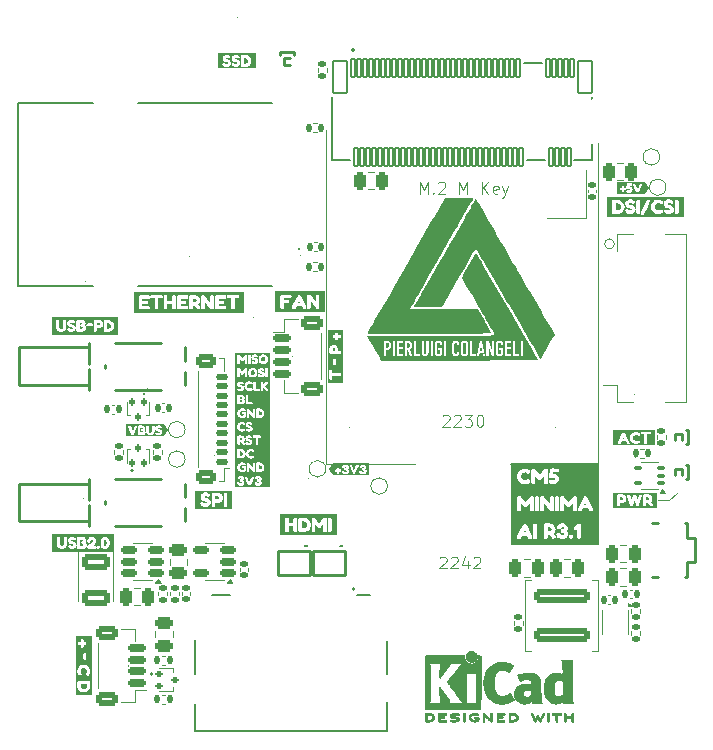
<source format=gbr>
%TF.GenerationSoftware,KiCad,Pcbnew,9.0.0*%
%TF.CreationDate,2025-06-30T18:18:02+02:00*%
%TF.ProjectId,CM5_MINIMA_3,434d355f-4d49-44e4-994d-415f332e6b69,2*%
%TF.SameCoordinates,Original*%
%TF.FileFunction,Legend,Top*%
%TF.FilePolarity,Positive*%
%FSLAX46Y46*%
G04 Gerber Fmt 4.6, Leading zero omitted, Abs format (unit mm)*
G04 Created by KiCad (PCBNEW 9.0.0) date 2025-06-30 18:18:02*
%MOMM*%
%LPD*%
G01*
G04 APERTURE LIST*
G04 Aperture macros list*
%AMRoundRect*
0 Rectangle with rounded corners*
0 $1 Rounding radius*
0 $2 $3 $4 $5 $6 $7 $8 $9 X,Y pos of 4 corners*
0 Add a 4 corners polygon primitive as box body*
4,1,4,$2,$3,$4,$5,$6,$7,$8,$9,$2,$3,0*
0 Add four circle primitives for the rounded corners*
1,1,$1+$1,$2,$3*
1,1,$1+$1,$4,$5*
1,1,$1+$1,$6,$7*
1,1,$1+$1,$8,$9*
0 Add four rect primitives between the rounded corners*
20,1,$1+$1,$2,$3,$4,$5,0*
20,1,$1+$1,$4,$5,$6,$7,0*
20,1,$1+$1,$6,$7,$8,$9,0*
20,1,$1+$1,$8,$9,$2,$3,0*%
G04 Aperture macros list end*
%ADD10C,0.000000*%
%ADD11C,0.100000*%
%ADD12C,0.000250*%
%ADD13C,0.120000*%
%ADD14C,0.200000*%
%ADD15C,0.250000*%
%ADD16C,0.127000*%
%ADD17C,0.150000*%
%ADD18C,0.010000*%
%ADD19RoundRect,0.150000X0.512500X0.150000X-0.512500X0.150000X-0.512500X-0.150000X0.512500X-0.150000X0*%
%ADD20RoundRect,0.135000X-0.185000X0.135000X-0.185000X-0.135000X0.185000X-0.135000X0.185000X0.135000X0*%
%ADD21RoundRect,0.150000X0.625000X-0.150000X0.625000X0.150000X-0.625000X0.150000X-0.625000X-0.150000X0*%
%ADD22RoundRect,0.250000X0.650000X-0.350000X0.650000X0.350000X-0.650000X0.350000X-0.650000X-0.350000X0*%
%ADD23C,1.000000*%
%ADD24RoundRect,0.250000X-0.250000X-0.475000X0.250000X-0.475000X0.250000X0.475000X-0.250000X0.475000X0*%
%ADD25C,1.500000*%
%ADD26R,2.030000X0.700000*%
%ADD27R,3.100000X2.100000*%
%ADD28R,0.300000X0.500000*%
%ADD29R,1.750000X1.050000*%
%ADD30RoundRect,0.140000X0.170000X-0.140000X0.170000X0.140000X-0.170000X0.140000X-0.170000X-0.140000X0*%
%ADD31R,0.250000X0.680000*%
%ADD32C,4.500000*%
%ADD33C,5.400000*%
%ADD34RoundRect,0.135000X0.135000X0.185000X-0.135000X0.185000X-0.135000X-0.185000X0.135000X-0.185000X0*%
%ADD35R,0.800000X0.700000*%
%ADD36RoundRect,0.250000X2.100000X-0.340000X2.100000X0.340000X-2.100000X0.340000X-2.100000X-0.340000X0*%
%ADD37R,1.200000X1.400000*%
%ADD38RoundRect,0.250000X0.250000X0.475000X-0.250000X0.475000X-0.250000X-0.475000X0.250000X-0.475000X0*%
%ADD39RoundRect,0.250000X0.475000X-0.250000X0.475000X0.250000X-0.475000X0.250000X-0.475000X-0.250000X0*%
%ADD40RoundRect,0.135000X0.185000X-0.135000X0.185000X0.135000X-0.185000X0.135000X-0.185000X-0.135000X0*%
%ADD41C,2.600000*%
%ADD42C,3.800000*%
%ADD43RoundRect,0.150000X-0.625000X0.150000X-0.625000X-0.150000X0.625000X-0.150000X0.625000X0.150000X0*%
%ADD44RoundRect,0.250000X-0.650000X0.350000X-0.650000X-0.350000X0.650000X-0.350000X0.650000X0.350000X0*%
%ADD45RoundRect,0.100000X0.225000X0.100000X-0.225000X0.100000X-0.225000X-0.100000X0.225000X-0.100000X0*%
%ADD46RoundRect,0.125000X0.425000X-0.125000X0.425000X0.125000X-0.425000X0.125000X-0.425000X-0.125000X0*%
%ADD47RoundRect,0.250000X0.600000X-0.350000X0.600000X0.350000X-0.600000X0.350000X-0.600000X-0.350000X0*%
%ADD48RoundRect,0.140000X-0.140000X-0.170000X0.140000X-0.170000X0.140000X0.170000X-0.140000X0.170000X0*%
%ADD49RoundRect,0.250000X-0.925000X0.412500X-0.925000X-0.412500X0.925000X-0.412500X0.925000X0.412500X0*%
%ADD50C,0.800000*%
%ADD51O,1.800000X0.860000*%
%ADD52R,0.400000X1.100000*%
%ADD53C,1.150000*%
%ADD54C,1.650000*%
%ADD55RoundRect,0.102000X-0.150000X-0.775000X0.150000X-0.775000X0.150000X0.775000X-0.150000X0.775000X0*%
%ADD56RoundRect,0.102000X-0.600000X-1.375000X0.600000X-1.375000X0.600000X1.375000X-0.600000X1.375000X0*%
%ADD57RoundRect,0.140000X-0.170000X0.140000X-0.170000X-0.140000X0.170000X-0.140000X0.170000X0.140000X0*%
%ADD58R,0.300000X2.600000*%
%ADD59O,1.500000X3.300000*%
%ADD60O,1.500000X2.300000*%
%ADD61RoundRect,0.140000X0.140000X0.170000X-0.140000X0.170000X-0.140000X-0.170000X0.140000X-0.170000X0*%
%ADD62RoundRect,0.125000X-0.125000X0.175000X-0.125000X-0.175000X0.125000X-0.175000X0.125000X0.175000X0*%
%ADD63RoundRect,0.125000X0.125000X-0.175000X0.125000X0.175000X-0.125000X0.175000X-0.125000X-0.175000X0*%
%ADD64R,1.200000X0.700000*%
%ADD65R,0.950000X1.300000*%
%ADD66C,1.200000*%
%ADD67R,1.000000X1.500000*%
%ADD68R,0.700000X0.800000*%
%ADD69RoundRect,0.125000X-0.175000X-0.125000X0.175000X-0.125000X0.175000X0.125000X-0.175000X0.125000X0*%
%ADD70R,1.300000X0.300000*%
%ADD71R,2.200000X1.800000*%
%ADD72C,5.700000*%
%ADD73C,6.100000*%
%ADD74C,0.900000*%
%ADD75C,6.400000*%
%ADD76C,6.000000*%
G04 APERTURE END LIST*
D10*
G36*
X36590627Y44795983D02*
G01*
X36594054Y44794290D01*
X36598161Y44791286D01*
X36602892Y44787044D01*
X36608193Y44781639D01*
X36614010Y44775143D01*
X36620289Y44767630D01*
X36634013Y44749845D01*
X36648930Y44728873D01*
X36664604Y44705299D01*
X36680601Y44679711D01*
X36696485Y44652696D01*
X36765577Y44532029D01*
X36824923Y44429385D01*
X37336063Y43549404D01*
X37535460Y43203349D01*
X37646672Y43007707D01*
X37665412Y42974029D01*
X37683788Y42941432D01*
X37701332Y42910715D01*
X37717579Y42882674D01*
X37732061Y42858105D01*
X37744313Y42837806D01*
X37753868Y42822575D01*
X37760260Y42813207D01*
X37766015Y42805061D01*
X37773743Y42793327D01*
X37793771Y42761308D01*
X37817645Y42721571D01*
X37842663Y42678535D01*
X38181501Y42094948D01*
X38405202Y41708386D01*
X38494034Y41553156D01*
X38551352Y41451446D01*
X38570100Y41417758D01*
X38588516Y41385134D01*
X38606129Y41354377D01*
X38622470Y41326286D01*
X38637071Y41301662D01*
X38649461Y41281305D01*
X38659171Y41266017D01*
X38665731Y41256598D01*
X38701189Y41199458D01*
X38780427Y41066164D01*
X39023277Y40650607D01*
X39692873Y39498544D01*
X39956569Y39043292D01*
X40057582Y38867171D01*
X40119385Y38757790D01*
X40156500Y38691502D01*
X40190291Y38632714D01*
X40204773Y38608129D01*
X40217025Y38587817D01*
X40226581Y38572576D01*
X40232973Y38563204D01*
X40238727Y38555058D01*
X40246455Y38543325D01*
X40266484Y38511305D01*
X40290357Y38471567D01*
X40315377Y38428529D01*
X40501312Y38105750D01*
X40706339Y37753382D01*
X40875486Y37465484D01*
X40953782Y37336115D01*
X40960303Y37326749D01*
X40969976Y37311519D01*
X40996907Y37266652D01*
X41030826Y37207893D01*
X41067988Y37141618D01*
X41230803Y36856116D01*
X41494498Y36400866D01*
X42164179Y35248801D01*
X42295740Y35022805D01*
X42406986Y34833200D01*
X42486194Y34699877D01*
X42510120Y34660536D01*
X42521641Y34642725D01*
X42528184Y34633309D01*
X42537848Y34618031D01*
X42564672Y34573081D01*
X42598378Y34514263D01*
X42635230Y34447962D01*
X42692130Y34346498D01*
X42780429Y34191934D01*
X43002970Y33807536D01*
X43280577Y33331653D01*
X43178669Y33163333D01*
X43133183Y33087326D01*
X43084674Y33004785D01*
X43038953Y32925659D01*
X43001829Y32859896D01*
X42595904Y32146619D01*
X42185789Y31435155D01*
X42176716Y31420033D01*
X42167601Y31405243D01*
X42158503Y31390867D01*
X42149482Y31376984D01*
X42140598Y31363675D01*
X42131911Y31351022D01*
X42123480Y31339104D01*
X42115366Y31328002D01*
X42107629Y31317797D01*
X42100328Y31308570D01*
X42093523Y31300401D01*
X42087275Y31293371D01*
X42081642Y31287560D01*
X42076685Y31283049D01*
X42074479Y31281306D01*
X42072464Y31279918D01*
X42070648Y31278896D01*
X42069039Y31278249D01*
X42067201Y31278392D01*
X42064711Y31279712D01*
X42057847Y31285771D01*
X42048594Y31296196D01*
X42037102Y31310758D01*
X42007995Y31351380D01*
X41971716Y31405805D01*
X41929456Y31472199D01*
X41882405Y31548730D01*
X41831754Y31633568D01*
X41778693Y31724878D01*
X41481387Y32239978D01*
X41133349Y32838814D01*
X40297808Y34275423D01*
X39800364Y35132534D01*
X39462002Y35712034D01*
X39176150Y36201697D01*
X39009225Y36490209D01*
X38892208Y36692177D01*
X38556882Y37268381D01*
X38108146Y38039005D01*
X37712471Y38719926D01*
X37362345Y39322444D01*
X37196616Y39605985D01*
X37074781Y39816971D01*
X36883167Y40151619D01*
X36856963Y40197149D01*
X36831392Y40240836D01*
X36806555Y40282530D01*
X36782555Y40322079D01*
X36759494Y40359333D01*
X36737473Y40394142D01*
X36716596Y40426353D01*
X36696963Y40455817D01*
X36678676Y40482383D01*
X36661839Y40505900D01*
X36646552Y40526217D01*
X36632918Y40543184D01*
X36621040Y40556649D01*
X36611018Y40566463D01*
X36606735Y40569953D01*
X36602954Y40572473D01*
X36599689Y40574005D01*
X36596952Y40574530D01*
X36594604Y40574451D01*
X36592200Y40574199D01*
X36589747Y40573779D01*
X36587248Y40573195D01*
X36584709Y40572451D01*
X36582135Y40571551D01*
X36576902Y40569303D01*
X36571588Y40566483D01*
X36566232Y40563126D01*
X36560876Y40559267D01*
X36555559Y40554938D01*
X36550320Y40550174D01*
X36545200Y40545009D01*
X36540239Y40539476D01*
X36535476Y40533611D01*
X36530951Y40527447D01*
X36526704Y40521017D01*
X36522776Y40514357D01*
X36519205Y40507499D01*
X36460988Y40400496D01*
X36312624Y40138510D01*
X35646239Y38975572D01*
X35194691Y38186940D01*
X34411508Y36819996D01*
X33890735Y35911190D01*
X33757819Y35678390D01*
X32561653Y35674522D01*
X32275564Y35674061D01*
X32029888Y35674688D01*
X31823927Y35676420D01*
X31656979Y35679271D01*
X31528344Y35683258D01*
X31478175Y35685683D01*
X31437321Y35688398D01*
X31405696Y35691404D01*
X31383211Y35694705D01*
X31369779Y35698301D01*
X31366430Y35700210D01*
X31365312Y35702195D01*
X31374141Y35728341D01*
X31400555Y35783166D01*
X31505247Y35977252D01*
X31677612Y36281238D01*
X31915868Y36691913D01*
X31994619Y36827442D01*
X32072728Y36963257D01*
X32141171Y37083579D01*
X32190926Y37172626D01*
X32427869Y37591042D01*
X32766607Y38179036D01*
X33548560Y39545983D01*
X33560909Y39567718D01*
X33573307Y39589181D01*
X33585422Y39609816D01*
X33596920Y39629070D01*
X33607469Y39646388D01*
X33616734Y39661215D01*
X33624384Y39672998D01*
X33630084Y39681182D01*
X33636412Y39690589D01*
X33645858Y39705878D01*
X33672268Y39750907D01*
X33705631Y39809874D01*
X33742268Y39876385D01*
X33794222Y39970178D01*
X33869295Y40103410D01*
X34048601Y40417189D01*
X34227949Y40730926D01*
X34303053Y40864129D01*
X34355022Y40957907D01*
X34391658Y41024432D01*
X34425022Y41083429D01*
X34439327Y41108100D01*
X34451432Y41128487D01*
X34460879Y41143785D01*
X34467207Y41153196D01*
X34472908Y41161380D01*
X34480559Y41173163D01*
X34500379Y41205310D01*
X34523994Y41245200D01*
X34548732Y41288398D01*
X34884143Y41874269D01*
X35561043Y43053815D01*
X35890199Y43631706D01*
X35929223Y43700793D01*
X35979946Y43788969D01*
X36035805Y43884892D01*
X36090234Y43977220D01*
X36152366Y44083274D01*
X36229204Y44216565D01*
X36310987Y44360049D01*
X36387957Y44496678D01*
X36405722Y44528118D01*
X36423292Y44558576D01*
X36440564Y44587899D01*
X36457433Y44615933D01*
X36473796Y44642525D01*
X36489549Y44667521D01*
X36504587Y44690769D01*
X36518806Y44712114D01*
X36532104Y44731403D01*
X36544375Y44748484D01*
X36555516Y44763201D01*
X36565422Y44775403D01*
X36573991Y44784936D01*
X36577741Y44788653D01*
X36581117Y44791646D01*
X36584107Y44793894D01*
X36586697Y44795379D01*
X36588875Y44796082D01*
X36590627Y44795983D01*
G37*
G36*
X37139074Y31959964D02*
G01*
X36955556Y31959964D01*
X37045515Y32424074D01*
X37049115Y32424076D01*
X37139074Y31959964D01*
G37*
D11*
X51980000Y19280000D02*
X52960000Y19280000D01*
D10*
G36*
X35639393Y32620118D02*
G01*
X35645521Y32619737D01*
X35651537Y32619103D01*
X35657440Y32618215D01*
X35663231Y32617074D01*
X35668909Y32615680D01*
X35674474Y32614033D01*
X35679928Y32612132D01*
X35685269Y32609979D01*
X35690497Y32607572D01*
X35695613Y32604913D01*
X35700616Y32602001D01*
X35705508Y32598836D01*
X35710286Y32595419D01*
X35714953Y32591749D01*
X35719507Y32587827D01*
X35724082Y32583864D01*
X35728361Y32579619D01*
X35732346Y32575092D01*
X35736035Y32570285D01*
X35739429Y32565196D01*
X35742528Y32559826D01*
X35745332Y32554174D01*
X35747840Y32548242D01*
X35750054Y32542028D01*
X35751972Y32535533D01*
X35753595Y32528757D01*
X35754922Y32521701D01*
X35755955Y32514363D01*
X35756692Y32506744D01*
X35757134Y32498845D01*
X35757282Y32490664D01*
X35757283Y31814220D01*
X35757135Y31806033D01*
X35756693Y31798111D01*
X35755955Y31790455D01*
X35754923Y31783065D01*
X35753595Y31775942D01*
X35751972Y31769085D01*
X35750054Y31762495D01*
X35747841Y31756172D01*
X35745332Y31750116D01*
X35742529Y31744327D01*
X35739430Y31738806D01*
X35736036Y31733551D01*
X35732346Y31728565D01*
X35728362Y31723846D01*
X35724082Y31719396D01*
X35719507Y31715213D01*
X35714952Y31711510D01*
X35710286Y31708046D01*
X35705507Y31704821D01*
X35700616Y31701835D01*
X35695612Y31699088D01*
X35690496Y31696581D01*
X35685267Y31694312D01*
X35679927Y31692282D01*
X35674473Y31690492D01*
X35668907Y31688940D01*
X35663229Y31687627D01*
X35657439Y31686553D01*
X35651535Y31685718D01*
X35645520Y31685122D01*
X35639392Y31684764D01*
X35633151Y31684645D01*
X35626903Y31684764D01*
X35620752Y31685122D01*
X35614699Y31685718D01*
X35608743Y31686553D01*
X35602886Y31687627D01*
X35597126Y31688940D01*
X35591465Y31690492D01*
X35585902Y31692283D01*
X35580437Y31694312D01*
X35575071Y31696581D01*
X35569803Y31699089D01*
X35564634Y31701836D01*
X35559564Y31704822D01*
X35554593Y31708047D01*
X35549721Y31711512D01*
X35544949Y31715216D01*
X35540592Y31719398D01*
X35536518Y31723848D01*
X35532725Y31728566D01*
X35529215Y31733553D01*
X35525986Y31738806D01*
X35523039Y31744328D01*
X35520373Y31750116D01*
X35517989Y31756172D01*
X35515885Y31762495D01*
X35514063Y31769085D01*
X35512521Y31775942D01*
X35511260Y31783065D01*
X35510279Y31790455D01*
X35509579Y31798111D01*
X35509158Y31806033D01*
X35509018Y31814220D01*
X35509018Y32490667D01*
X35509158Y32498847D01*
X35509578Y32506747D01*
X35510278Y32514365D01*
X35511259Y32521703D01*
X35512520Y32528759D01*
X35514062Y32535534D01*
X35515884Y32542029D01*
X35517988Y32548242D01*
X35520372Y32554174D01*
X35523038Y32559825D01*
X35525986Y32565195D01*
X35529215Y32570284D01*
X35532726Y32575092D01*
X35536518Y32579618D01*
X35540593Y32583863D01*
X35544950Y32587827D01*
X35549723Y32591749D01*
X35554595Y32595419D01*
X35559565Y32598836D01*
X35564635Y32602001D01*
X35569804Y32604913D01*
X35575071Y32607572D01*
X35580437Y32609979D01*
X35585902Y32612132D01*
X35591465Y32614033D01*
X35597126Y32615680D01*
X35602886Y32617074D01*
X35608744Y32618215D01*
X35614699Y32619103D01*
X35620753Y32619737D01*
X35626904Y32620118D01*
X35633152Y32620245D01*
X35639393Y32620118D01*
G37*
D11*
X52960000Y19280000D02*
X53630000Y19950000D01*
D10*
G36*
X30860874Y32620050D02*
G01*
X30872076Y32619458D01*
X30882798Y32618471D01*
X30893042Y32617091D01*
X30902807Y32615316D01*
X30912094Y32613147D01*
X30920903Y32610584D01*
X30925128Y32609155D01*
X30929233Y32607627D01*
X30933219Y32606001D01*
X30937086Y32604277D01*
X30940833Y32602454D01*
X30944461Y32600533D01*
X30947969Y32598514D01*
X30951358Y32596397D01*
X30954628Y32594181D01*
X30957778Y32591866D01*
X30960809Y32589454D01*
X30963721Y32586943D01*
X30966513Y32584334D01*
X30969186Y32581627D01*
X30971740Y32578822D01*
X30974174Y32575919D01*
X30976489Y32572917D01*
X30978685Y32569817D01*
X30980668Y32566402D01*
X30982566Y32562903D01*
X30984380Y32559321D01*
X30986111Y32555654D01*
X30987757Y32551903D01*
X30989319Y32548068D01*
X30990796Y32544148D01*
X30992190Y32540145D01*
X30993499Y32536056D01*
X30994724Y32531884D01*
X30995864Y32527627D01*
X30996920Y32523285D01*
X30997891Y32518859D01*
X30998777Y32514348D01*
X30999579Y32509752D01*
X31000296Y32505071D01*
X31001563Y32495878D01*
X31002665Y32486288D01*
X31003601Y32476302D01*
X31004369Y32465922D01*
X31004969Y32455148D01*
X31005398Y32443981D01*
X31005657Y32432423D01*
X31005743Y32420473D01*
X31005657Y32408498D01*
X31005398Y32396860D01*
X31004969Y32385560D01*
X31004369Y32374597D01*
X31003601Y32363971D01*
X31002666Y32353683D01*
X31001564Y32343732D01*
X31000297Y32334119D01*
X30999587Y32329663D01*
X30998808Y32325292D01*
X30997959Y32321006D01*
X30997040Y32316805D01*
X30996050Y32312688D01*
X30994991Y32308656D01*
X30993862Y32304709D01*
X30992662Y32300846D01*
X30991393Y32297067D01*
X30990052Y32293373D01*
X30988642Y32289762D01*
X30987161Y32286236D01*
X30985609Y32282794D01*
X30983987Y32279436D01*
X30982293Y32276162D01*
X30980530Y32272971D01*
X30978457Y32269866D01*
X30976285Y32266846D01*
X30974015Y32263911D01*
X30971647Y32261062D01*
X30969180Y32258297D01*
X30966615Y32255617D01*
X30963952Y32253021D01*
X30961190Y32250510D01*
X30958329Y32248083D01*
X30955370Y32245740D01*
X30952313Y32243482D01*
X30949158Y32241307D01*
X30945904Y32239216D01*
X30942551Y32237208D01*
X30939100Y32235284D01*
X30935551Y32233444D01*
X30931875Y32231917D01*
X30928044Y32230489D01*
X30924058Y32229157D01*
X30919916Y32227923D01*
X30915620Y32226788D01*
X30911168Y32225750D01*
X30906562Y32224810D01*
X30901801Y32223968D01*
X30896885Y32223225D01*
X30891815Y32222580D01*
X30881212Y32221587D01*
X30869992Y32220990D01*
X30858155Y32220790D01*
X30753790Y32220793D01*
X30753789Y32620242D01*
X30849194Y32620247D01*
X30860874Y32620050D01*
G37*
G36*
X35840913Y44919477D02*
G01*
X35953615Y44918847D01*
X36050528Y44917829D01*
X36132749Y44916386D01*
X36201370Y44914478D01*
X36257488Y44912069D01*
X36281200Y44910664D01*
X36302197Y44909119D01*
X36320615Y44907430D01*
X36336592Y44905591D01*
X36350264Y44903599D01*
X36361768Y44901447D01*
X36371241Y44899132D01*
X36378819Y44896649D01*
X36384640Y44893992D01*
X36388841Y44891158D01*
X36390376Y44889673D01*
X36391558Y44888141D01*
X36392402Y44886562D01*
X36392928Y44884936D01*
X36393088Y44881540D01*
X36392175Y44877946D01*
X36385285Y44862943D01*
X36372169Y44837383D01*
X36330319Y44760143D01*
X36272749Y44657313D01*
X36205582Y44539985D01*
X35203564Y42789840D01*
X35191207Y42768105D01*
X35178796Y42746643D01*
X35166667Y42726007D01*
X35155154Y42706753D01*
X35144592Y42689434D01*
X35135314Y42674606D01*
X35127656Y42662822D01*
X35121953Y42654636D01*
X35115624Y42645226D01*
X35106174Y42629928D01*
X35079747Y42584871D01*
X35046355Y42525875D01*
X35009678Y42459350D01*
X34850000Y42175000D01*
X34592391Y41723343D01*
X33298012Y39462703D01*
X32645991Y38328557D01*
X32198834Y37547484D01*
X31748076Y36758856D01*
X31636242Y36563564D01*
X31321125Y36015293D01*
X31219962Y35837953D01*
X31136316Y35688224D01*
X31103778Y35628641D01*
X31078879Y35581873D01*
X31062706Y35549891D01*
X31058231Y35540061D01*
X31056346Y35534667D01*
X31100617Y35527616D01*
X31235469Y35521278D01*
X31773466Y35510791D01*
X33898466Y35498911D01*
X36745857Y35493202D01*
X37014677Y35029354D01*
X37340163Y34468167D01*
X37396624Y34370706D01*
X37452787Y34272964D01*
X37724244Y33807622D01*
X37807886Y33663891D01*
X37876372Y33544139D01*
X37902727Y33497165D01*
X37922646Y33460878D01*
X37935248Y33436841D01*
X37938529Y33429905D01*
X37939650Y33426619D01*
X36393819Y33411996D01*
X32677176Y33395869D01*
X28960536Y33390366D01*
X27829933Y33393843D01*
X27414702Y33401229D01*
X27433993Y33441584D01*
X27486950Y33540385D01*
X27664465Y33860818D01*
X27888449Y34257504D01*
X28100107Y34625420D01*
X28487876Y35301335D01*
X28875470Y35977340D01*
X29297201Y36712996D01*
X29672708Y37374242D01*
X29708085Y37437402D01*
X29749440Y37509440D01*
X29791632Y37581479D01*
X29829520Y37644645D01*
X29991007Y37921068D01*
X30263412Y38395762D01*
X30941349Y39582439D01*
X31436119Y40446091D01*
X31879148Y41219698D01*
X32993787Y43164958D01*
X33105884Y43360252D01*
X33891438Y44734661D01*
X33903951Y44756551D01*
X33916818Y44778458D01*
X33929674Y44799794D01*
X33942152Y44819975D01*
X33953886Y44838414D01*
X33964509Y44854525D01*
X33973655Y44867722D01*
X33980957Y44877419D01*
X33988472Y44882620D01*
X34002632Y44887384D01*
X34053110Y44895680D01*
X34136847Y44902458D01*
X34258298Y44907871D01*
X34632158Y44915202D01*
X35210329Y44918884D01*
X35563766Y44919727D01*
X35711329Y44919758D01*
X35840913Y44919477D01*
G37*
G36*
X29090849Y32620180D02*
G01*
X29097301Y32619988D01*
X29103556Y32619669D01*
X29109614Y32619222D01*
X29115475Y32618648D01*
X29121139Y32617947D01*
X29126606Y32617120D01*
X29131876Y32616165D01*
X29136950Y32615085D01*
X29141827Y32613878D01*
X29146507Y32612545D01*
X29150990Y32611086D01*
X29155277Y32609501D01*
X29159367Y32607790D01*
X29163260Y32605954D01*
X29166957Y32603993D01*
X29170499Y32601913D01*
X29173930Y32599722D01*
X29177249Y32597418D01*
X29180457Y32595003D01*
X29183552Y32592476D01*
X29186536Y32589837D01*
X29189407Y32587086D01*
X29192166Y32584222D01*
X29194812Y32581246D01*
X29197346Y32578157D01*
X29199767Y32574956D01*
X29202076Y32571642D01*
X29204271Y32568215D01*
X29206354Y32564675D01*
X29208323Y32561021D01*
X29210179Y32557255D01*
X29211929Y32553389D01*
X29213579Y32549440D01*
X29215131Y32545407D01*
X29216584Y32541290D01*
X29217938Y32537088D01*
X29219194Y32532803D01*
X29220351Y32528433D01*
X29221409Y32523979D01*
X29222369Y32519441D01*
X29223231Y32514818D01*
X29223995Y32510111D01*
X29224661Y32505319D01*
X29225228Y32500443D01*
X29225698Y32495481D01*
X29226344Y32485305D01*
X29227124Y32465171D01*
X29227671Y32444355D01*
X29227994Y32422864D01*
X29228100Y32400707D01*
X29228043Y32388705D01*
X29227874Y32376987D01*
X29227592Y32365553D01*
X29227198Y32354401D01*
X29226691Y32343530D01*
X29226072Y32332939D01*
X29225341Y32322627D01*
X29224498Y32312592D01*
X29224224Y32307693D01*
X29223853Y32302893D01*
X29223383Y32298190D01*
X29222815Y32293586D01*
X29222150Y32289080D01*
X29221386Y32284671D01*
X29220524Y32280362D01*
X29219564Y32276150D01*
X29218505Y32272037D01*
X29217348Y32268023D01*
X29216093Y32264106D01*
X29214738Y32260289D01*
X29213286Y32256570D01*
X29211734Y32252950D01*
X29210083Y32249429D01*
X29208334Y32246006D01*
X29206471Y32242457D01*
X29204482Y32239006D01*
X29202366Y32235653D01*
X29200124Y32232399D01*
X29197756Y32229243D01*
X29195261Y32226186D01*
X29192640Y32223227D01*
X29189892Y32220366D01*
X29187017Y32217604D01*
X29184017Y32214940D01*
X29180889Y32212375D01*
X29177635Y32209908D01*
X29174255Y32207539D01*
X29170748Y32205269D01*
X29167115Y32203097D01*
X29163355Y32201024D01*
X29159433Y32199064D01*
X29155315Y32197230D01*
X29151000Y32195524D01*
X29146488Y32193945D01*
X29141779Y32192492D01*
X29136874Y32191166D01*
X29131772Y32189967D01*
X29126473Y32188894D01*
X29120977Y32187948D01*
X29115285Y32187128D01*
X29109396Y32186435D01*
X29103310Y32185867D01*
X29097027Y32185426D01*
X29090547Y32185111D01*
X29076997Y32184858D01*
X28988796Y32184861D01*
X28988796Y32620245D01*
X29084201Y32620245D01*
X29090849Y32620180D01*
G37*
G36*
X36602633Y40228277D02*
G01*
X36609600Y40221453D01*
X36630491Y40195213D01*
X36659666Y40153715D01*
X36695936Y40098800D01*
X36738111Y40032307D01*
X36785002Y39956078D01*
X36835420Y39871952D01*
X36888176Y39781769D01*
X37087102Y39438301D01*
X37200921Y39242986D01*
X37645353Y38479836D01*
X38489239Y37028203D01*
X39403056Y35456920D01*
X40191070Y34102624D01*
X40853459Y32965318D01*
X41245531Y32291951D01*
X41358769Y32097360D01*
X41645250Y31604701D01*
X41691437Y31524640D01*
X41734527Y31448724D01*
X41773578Y31378701D01*
X41807645Y31316321D01*
X41835788Y31263330D01*
X41857063Y31221479D01*
X41864831Y31205277D01*
X41870528Y31192516D01*
X41874036Y31183413D01*
X41875239Y31178189D01*
X41480978Y31162968D01*
X40270531Y31149294D01*
X35235718Y31125302D01*
X28596195Y31103601D01*
X28360054Y31511929D01*
X30570271Y31511929D01*
X30753790Y31511932D01*
X30753789Y32058883D01*
X30863603Y32058883D01*
X31034470Y31511929D01*
X31228794Y31511932D01*
X31030867Y32096657D01*
X31041677Y32102849D01*
X31052065Y32109280D01*
X31062033Y32115949D01*
X31071579Y32122857D01*
X31080704Y32130004D01*
X31089407Y32137391D01*
X31097689Y32145016D01*
X31105549Y32152879D01*
X31112988Y32160982D01*
X31120004Y32169324D01*
X31126599Y32177905D01*
X31132772Y32186724D01*
X31138523Y32195783D01*
X31143852Y32205081D01*
X31148759Y32214617D01*
X31153243Y32224393D01*
X31157600Y32234422D01*
X31161674Y32244720D01*
X31165467Y32255285D01*
X31168978Y32266118D01*
X31172206Y32277220D01*
X31175154Y32288589D01*
X31177820Y32300225D01*
X31180204Y32312129D01*
X31182308Y32324299D01*
X31184130Y32336737D01*
X31185672Y32349442D01*
X31186933Y32362413D01*
X31187913Y32375651D01*
X31188614Y32389155D01*
X31189034Y32402925D01*
X31189174Y32416961D01*
X31188857Y32440095D01*
X31187909Y32462495D01*
X31186328Y32484160D01*
X31184115Y32505091D01*
X31181269Y32525287D01*
X31177791Y32544748D01*
X31173681Y32563475D01*
X31168938Y32581467D01*
X31163563Y32598725D01*
X31157556Y32615248D01*
X31150916Y32631037D01*
X31143643Y32646092D01*
X31135738Y32660412D01*
X31127201Y32673997D01*
X31118031Y32686848D01*
X31108228Y32698965D01*
X31097794Y32710347D01*
X31086726Y32720995D01*
X31075026Y32730908D01*
X31062694Y32740087D01*
X31049728Y32748532D01*
X31036131Y32756242D01*
X31021900Y32763218D01*
X31007037Y32769460D01*
X30991542Y32774967D01*
X30975414Y32779740D01*
X30958653Y32783779D01*
X30941259Y32787083D01*
X30923233Y32789653D01*
X30904575Y32791489D01*
X30885283Y32792590D01*
X30865499Y32792955D01*
X31336761Y32792955D01*
X31336763Y31511932D01*
X31883716Y31511932D01*
X31883716Y31695449D01*
X31520280Y31695447D01*
X31520280Y31799813D01*
X31520280Y32792958D01*
X32002401Y32792958D01*
X32002401Y31799813D01*
X32002493Y31791978D01*
X32002769Y31784213D01*
X32003229Y31776518D01*
X32003873Y31768894D01*
X32004700Y31761340D01*
X32005711Y31753857D01*
X32006904Y31746444D01*
X32008281Y31739101D01*
X32009840Y31731829D01*
X32011582Y31724626D01*
X32013507Y31717495D01*
X32015613Y31710433D01*
X32017901Y31703441D01*
X32020371Y31696520D01*
X32023023Y31689668D01*
X32025856Y31682887D01*
X32028850Y31676406D01*
X32031984Y31670011D01*
X32035258Y31663699D01*
X32038672Y31657472D01*
X32042226Y31651329D01*
X32045921Y31645271D01*
X32049756Y31639297D01*
X32053732Y31633407D01*
X32057848Y31627602D01*
X32062104Y31621881D01*
X32066502Y31616244D01*
X32071040Y31610692D01*
X32075719Y31605224D01*
X32080539Y31599840D01*
X32085500Y31594541D01*
X32090602Y31589326D01*
X32095817Y31584223D01*
X32101116Y31579259D01*
X32106500Y31574434D01*
X32111968Y31569749D01*
X32117520Y31565204D01*
X32123157Y31560799D01*
X32128878Y31556535D01*
X32134683Y31552410D01*
X32140573Y31548427D01*
X32146547Y31544584D01*
X32152606Y31540882D01*
X32158748Y31537321D01*
X32164975Y31533901D01*
X32171287Y31530623D01*
X32177682Y31527487D01*
X32184162Y31524492D01*
X32190938Y31521660D01*
X32197770Y31519011D01*
X32204658Y31516546D01*
X32211604Y31514263D01*
X32218606Y31512163D01*
X32225664Y31510247D01*
X32232778Y31508513D01*
X32239949Y31506962D01*
X32247176Y31505594D01*
X32254460Y31504408D01*
X32261799Y31503405D01*
X32269194Y31502585D01*
X32276646Y31501947D01*
X32284153Y31501492D01*
X32291716Y31501219D01*
X32299334Y31501128D01*
X32306952Y31501219D01*
X32314512Y31501492D01*
X32322015Y31501947D01*
X32329460Y31502585D01*
X32336849Y31503405D01*
X32344181Y31504408D01*
X32351456Y31505594D01*
X32358675Y31506962D01*
X32365837Y31508513D01*
X32372944Y31510247D01*
X32379153Y31511935D01*
X32379995Y31512163D01*
X32386990Y31514263D01*
X32393929Y31516546D01*
X32400814Y31519011D01*
X32407643Y31521660D01*
X32414417Y31524492D01*
X32421115Y31527486D01*
X32427716Y31530622D01*
X32434219Y31533900D01*
X32440625Y31537320D01*
X32446933Y31540880D01*
X32453143Y31544582D01*
X32459254Y31548425D01*
X32465268Y31552409D01*
X32471183Y31556533D01*
X32477000Y31560798D01*
X32482718Y31565203D01*
X32488337Y31569748D01*
X32493857Y31574433D01*
X32499279Y31579257D01*
X32504600Y31584221D01*
X32509823Y31589324D01*
X32514918Y31594539D01*
X32519859Y31599839D01*
X32524646Y31605223D01*
X32529278Y31610691D01*
X32533756Y31616244D01*
X32538080Y31621881D01*
X32542249Y31627602D01*
X32546264Y31633408D01*
X32550124Y31639298D01*
X32553829Y31645272D01*
X32557380Y31651330D01*
X32560776Y31657473D01*
X32564017Y31663700D01*
X32567103Y31670011D01*
X32570034Y31676407D01*
X32572810Y31682887D01*
X32575642Y31689668D01*
X32578291Y31696520D01*
X32580757Y31703442D01*
X32583040Y31710434D01*
X32585140Y31717496D01*
X32587057Y31724627D01*
X32588791Y31731829D01*
X32590342Y31739102D01*
X32591711Y31746444D01*
X32592896Y31753857D01*
X32593900Y31761340D01*
X32594720Y31768893D01*
X32595358Y31776517D01*
X32595814Y31784211D01*
X32596087Y31791976D01*
X32596178Y31799811D01*
X32596178Y32792955D01*
X32774251Y32792955D01*
X32774251Y31511935D01*
X32957768Y31511932D01*
X32957769Y32490664D01*
X33125122Y32490664D01*
X33125123Y31814220D01*
X33125229Y31804192D01*
X33125544Y31794346D01*
X33126070Y31784682D01*
X33126807Y31775202D01*
X33127755Y31765904D01*
X33128913Y31756788D01*
X33130282Y31747855D01*
X33131861Y31739105D01*
X33133652Y31730538D01*
X33135653Y31722153D01*
X33137865Y31713951D01*
X33140289Y31705931D01*
X33142923Y31698095D01*
X33145769Y31690441D01*
X33148825Y31682969D01*
X33152093Y31675680D01*
X33155537Y31668560D01*
X33159120Y31661594D01*
X33162844Y31654781D01*
X33166709Y31648123D01*
X33170713Y31641618D01*
X33174858Y31635268D01*
X33179144Y31629072D01*
X33183570Y31623031D01*
X33188136Y31617144D01*
X33192843Y31611412D01*
X33197691Y31605835D01*
X33202680Y31600412D01*
X33207809Y31595145D01*
X33213079Y31590033D01*
X33218490Y31585077D01*
X33224041Y31580276D01*
X33229481Y31575407D01*
X33235005Y31570693D01*
X33240614Y31566136D01*
X33246307Y31561735D01*
X33252085Y31557488D01*
X33257947Y31553398D01*
X33263893Y31549462D01*
X33269924Y31545681D01*
X33276039Y31542054D01*
X33282239Y31538583D01*
X33288522Y31535265D01*
X33294890Y31532101D01*
X33301343Y31529091D01*
X33307879Y31526235D01*
X33314500Y31523532D01*
X33321205Y31520982D01*
X33335148Y31516341D01*
X33349094Y31512313D01*
X33356067Y31510530D01*
X33363041Y31508901D01*
X33370014Y31507427D01*
X33376988Y31506107D01*
X33383962Y31504941D01*
X33390935Y31503930D01*
X33397909Y31503074D01*
X33404882Y31502374D01*
X33411855Y31501828D01*
X33418828Y31501438D01*
X33425800Y31501204D01*
X33432772Y31501125D01*
X33439737Y31501203D01*
X33446687Y31501437D01*
X33453622Y31501827D01*
X33460544Y31502372D01*
X33467450Y31503073D01*
X33474343Y31503929D01*
X33481221Y31504940D01*
X33488085Y31506105D01*
X33494935Y31507425D01*
X33501771Y31508900D01*
X33508593Y31510529D01*
X33513942Y31511929D01*
X33907778Y31511929D01*
X34091297Y31511932D01*
X34091296Y31803414D01*
X34593270Y31803414D01*
X34593375Y31792514D01*
X34593691Y31781853D01*
X34594218Y31771430D01*
X34594955Y31761246D01*
X34595903Y31751300D01*
X34597061Y31741594D01*
X34598430Y31732126D01*
X34600010Y31722898D01*
X34601801Y31713908D01*
X34603802Y31705157D01*
X34606014Y31696645D01*
X34608437Y31688372D01*
X34611072Y31680339D01*
X34613917Y31672544D01*
X34616973Y31664989D01*
X34620241Y31657673D01*
X34623895Y31650779D01*
X34627661Y31644041D01*
X34631540Y31637457D01*
X34635531Y31631030D01*
X34639634Y31624757D01*
X34643849Y31618639D01*
X34648177Y31612676D01*
X34652617Y31606868D01*
X34657170Y31601214D01*
X34661835Y31595715D01*
X34666613Y31590370D01*
X34671503Y31585179D01*
X34676506Y31580143D01*
X34681621Y31575260D01*
X34686849Y31570532D01*
X34692190Y31565957D01*
X34697630Y31561543D01*
X34703154Y31557297D01*
X34708763Y31553218D01*
X34714456Y31549307D01*
X34720234Y31545565D01*
X34726096Y31541991D01*
X34732042Y31538585D01*
X34738073Y31535348D01*
X34744188Y31532280D01*
X34750387Y31529380D01*
X34756671Y31526650D01*
X34763039Y31524088D01*
X34769491Y31521696D01*
X34776028Y31519473D01*
X34782649Y31517419D01*
X34789353Y31515535D01*
X34802818Y31512161D01*
X34816224Y31509236D01*
X34829572Y31506760D01*
X34842864Y31504733D01*
X34856099Y31503156D01*
X34869279Y31502029D01*
X34882404Y31501352D01*
X34895475Y31501125D01*
X34903086Y31501217D01*
X34910626Y31501490D01*
X34918096Y31501946D01*
X34925495Y31502584D01*
X34932823Y31503404D01*
X34940082Y31504408D01*
X34947269Y31505593D01*
X34954387Y31506962D01*
X34961434Y31508513D01*
X34968411Y31510247D01*
X34975318Y31512164D01*
X34982154Y31514264D01*
X34988921Y31516547D01*
X34995618Y31519013D01*
X35002244Y31521662D01*
X35008801Y31524495D01*
X35015492Y31527706D01*
X35022071Y31531045D01*
X35028537Y31534511D01*
X35034890Y31538103D01*
X35041131Y31541822D01*
X35047260Y31545668D01*
X35053276Y31549641D01*
X35059180Y31553740D01*
X35064972Y31557966D01*
X35070650Y31562318D01*
X35076217Y31566796D01*
X35081671Y31571401D01*
X35087012Y31576132D01*
X35092241Y31580989D01*
X35097358Y31585973D01*
X35102362Y31591083D01*
X35107240Y31596298D01*
X35111979Y31601597D01*
X35116578Y31606981D01*
X35121038Y31612449D01*
X35125358Y31618001D01*
X35129537Y31623638D01*
X35133577Y31629359D01*
X35137476Y31635164D01*
X35141234Y31641054D01*
X35144852Y31647028D01*
X35148329Y31653086D01*
X35151665Y31659229D01*
X35154860Y31665456D01*
X35157913Y31671767D01*
X35160824Y31678163D01*
X35163594Y31684643D01*
X35166426Y31691411D01*
X35169075Y31698220D01*
X35171540Y31705071D01*
X35173823Y31711964D01*
X35175922Y31718900D01*
X35177839Y31725877D01*
X35179573Y31732896D01*
X35181124Y31739957D01*
X35182492Y31747060D01*
X35183678Y31754206D01*
X35184681Y31761393D01*
X35185502Y31768624D01*
X35186140Y31775896D01*
X35186595Y31783211D01*
X35186869Y31790569D01*
X35186960Y31797969D01*
X35186962Y31877210D01*
X35003442Y31877208D01*
X35003442Y31814220D01*
X35003400Y31809547D01*
X35003273Y31804971D01*
X35003062Y31800494D01*
X35002766Y31796114D01*
X35002386Y31791833D01*
X35001921Y31787650D01*
X35001372Y31783565D01*
X35000738Y31779579D01*
X35000021Y31775691D01*
X34999219Y31771901D01*
X34998332Y31768210D01*
X34997362Y31764618D01*
X34996307Y31761124D01*
X34995168Y31757728D01*
X34993944Y31754431D01*
X34992637Y31751233D01*
X34991267Y31748127D01*
X34989855Y31745103D01*
X34988401Y31742164D01*
X34986905Y31739308D01*
X34985367Y31736536D01*
X34983787Y31733848D01*
X34982165Y31731244D01*
X34980501Y31728725D01*
X34978795Y31726289D01*
X34977047Y31723939D01*
X34975256Y31721672D01*
X34973423Y31719491D01*
X34971548Y31717394D01*
X34969630Y31715383D01*
X34967670Y31713456D01*
X34965667Y31711615D01*
X34963403Y31709845D01*
X34961111Y31708132D01*
X34958790Y31706477D01*
X34956440Y31704879D01*
X34954061Y31703337D01*
X34951655Y31701853D01*
X34949220Y31700425D01*
X34946756Y31699054D01*
X34944265Y31697739D01*
X34941745Y31696480D01*
X34939198Y31695276D01*
X34936623Y31694129D01*
X34934020Y31693036D01*
X34931390Y31691999D01*
X34928732Y31691017D01*
X34926047Y31690090D01*
X34921127Y31688822D01*
X34916265Y31687720D01*
X34911459Y31686784D01*
X34906709Y31686016D01*
X34902016Y31685417D01*
X34897379Y31684988D01*
X34892798Y31684729D01*
X34888273Y31684643D01*
X34880549Y31684790D01*
X34873122Y31685233D01*
X34865991Y31685970D01*
X34859155Y31687003D01*
X34852616Y31688330D01*
X34846371Y31689953D01*
X34843360Y31690875D01*
X34840423Y31691871D01*
X34837559Y31692941D01*
X34834769Y31694084D01*
X34832053Y31695301D01*
X34829411Y31696592D01*
X34826843Y31697957D01*
X34824348Y31699396D01*
X34821927Y31700908D01*
X34819580Y31702494D01*
X34817306Y31704154D01*
X34815106Y31705888D01*
X34812980Y31707696D01*
X34810927Y31709577D01*
X34808948Y31711533D01*
X34807043Y31713562D01*
X34805211Y31715665D01*
X34803453Y31717841D01*
X34801768Y31720092D01*
X34800157Y31722416D01*
X34797325Y31727210D01*
X34794677Y31732145D01*
X34792211Y31737220D01*
X34789928Y31742435D01*
X34787829Y31747791D01*
X34785912Y31753287D01*
X34784178Y31758924D01*
X34782627Y31764701D01*
X34781258Y31770619D01*
X34780072Y31776678D01*
X34779069Y31782876D01*
X34778249Y31789215D01*
X34777610Y31795695D01*
X34777154Y31802315D01*
X34776881Y31809076D01*
X34776789Y31815977D01*
X34776791Y32470898D01*
X34776874Y32478903D01*
X34777125Y32486724D01*
X34777543Y32494363D01*
X34778129Y32501818D01*
X34778883Y32509090D01*
X34779805Y32516179D01*
X34780895Y32523085D01*
X34782154Y32529808D01*
X34783582Y32536348D01*
X34785178Y32542706D01*
X34786943Y32548881D01*
X34788878Y32554874D01*
X34790982Y32560685D01*
X34793256Y32566313D01*
X34795699Y32571759D01*
X34798313Y32577023D01*
X34801413Y32582252D01*
X34804865Y32587145D01*
X34808669Y32591701D01*
X34812826Y32595921D01*
X34817334Y32599803D01*
X34822194Y32603349D01*
X34827406Y32606557D01*
X34832969Y32609429D01*
X34838884Y32611962D01*
X34845150Y32614159D01*
X34851767Y32616018D01*
X34858736Y32617539D01*
X34866055Y32618723D01*
X34873725Y32619568D01*
X34881745Y32620075D01*
X34890116Y32620245D01*
X34896554Y32620089D01*
X34902823Y32619624D01*
X34908923Y32618849D01*
X34914854Y32617765D01*
X34920617Y32616370D01*
X34926210Y32614666D01*
X34931635Y32612653D01*
X34936892Y32610330D01*
X34941979Y32607698D01*
X34946898Y32604757D01*
X34951649Y32601506D01*
X34956230Y32597947D01*
X34960644Y32594079D01*
X34964888Y32589903D01*
X34968964Y32585418D01*
X34972872Y32580624D01*
X34976575Y32575620D01*
X34980039Y32570504D01*
X34983264Y32565275D01*
X34986250Y32559934D01*
X34988997Y32554480D01*
X34991505Y32548913D01*
X34993773Y32543234D01*
X34995803Y32537443D01*
X34997594Y32531539D01*
X34999146Y32525523D01*
X35000459Y32519394D01*
X35001533Y32513153D01*
X35002368Y32506799D01*
X35002965Y32500333D01*
X35003323Y32493754D01*
X35003442Y32487064D01*
X35003442Y32425918D01*
X35186961Y32425921D01*
X35186962Y32490667D01*
X35325500Y32490667D01*
X35325501Y31814220D01*
X35325606Y31804192D01*
X35325921Y31794346D01*
X35326448Y31784682D01*
X35327184Y31775202D01*
X35328132Y31765904D01*
X35329290Y31756788D01*
X35330658Y31747856D01*
X35332238Y31739106D01*
X35334029Y31730538D01*
X35336030Y31722154D01*
X35338242Y31713952D01*
X35340666Y31705933D01*
X35343300Y31698096D01*
X35346145Y31690442D01*
X35349202Y31682971D01*
X35352469Y31675683D01*
X35355913Y31668563D01*
X35359497Y31661597D01*
X35363221Y31654785D01*
X35367086Y31648126D01*
X35371090Y31641621D01*
X35375236Y31635270D01*
X35379521Y31629074D01*
X35383947Y31623032D01*
X35388514Y31617145D01*
X35393221Y31611412D01*
X35398069Y31605835D01*
X35403057Y31600412D01*
X35408186Y31595145D01*
X35413456Y31590033D01*
X35418867Y31585077D01*
X35424419Y31580276D01*
X35429859Y31575407D01*
X35435383Y31570693D01*
X35440992Y31566136D01*
X35446685Y31561734D01*
X35452462Y31557488D01*
X35458324Y31553397D01*
X35464271Y31549461D01*
X35470302Y31545680D01*
X35476417Y31542053D01*
X35482616Y31538581D01*
X35488899Y31535264D01*
X35495267Y31532100D01*
X35501719Y31529090D01*
X35508256Y31526234D01*
X35514876Y31523532D01*
X35521581Y31520982D01*
X35535526Y31516340D01*
X35549472Y31512312D01*
X35556445Y31510529D01*
X35563419Y31508900D01*
X35570393Y31507425D01*
X35577367Y31506105D01*
X35584341Y31504939D01*
X35591314Y31503929D01*
X35598288Y31503073D01*
X35605262Y31502373D01*
X35612235Y31501828D01*
X35619208Y31501439D01*
X35626180Y31501206D01*
X35633152Y31501128D01*
X35640117Y31501206D01*
X35647067Y31501439D01*
X35654002Y31501828D01*
X35660923Y31502373D01*
X35667829Y31503074D01*
X35674722Y31503929D01*
X35681600Y31504940D01*
X35688463Y31506105D01*
X35695313Y31507425D01*
X35702149Y31508900D01*
X35708971Y31510528D01*
X35714333Y31511932D01*
X35715779Y31512311D01*
X35722573Y31514247D01*
X35729354Y31516337D01*
X35736121Y31518581D01*
X35742875Y31520977D01*
X35749805Y31523528D01*
X35756650Y31526232D01*
X35763412Y31529089D01*
X35770090Y31532099D01*
X35776683Y31535263D01*
X35783192Y31538581D01*
X35789616Y31542054D01*
X35795956Y31545680D01*
X35802212Y31549461D01*
X35808384Y31553397D01*
X35814471Y31557488D01*
X35820474Y31561735D01*
X35826392Y31566136D01*
X35832226Y31570693D01*
X35837975Y31575407D01*
X35843640Y31580276D01*
X35848974Y31585077D01*
X35854183Y31590033D01*
X35859265Y31595145D01*
X35864221Y31600412D01*
X35869051Y31605834D01*
X35873755Y31611412D01*
X35878333Y31617144D01*
X35882784Y31623031D01*
X35887108Y31629073D01*
X35891306Y31635269D01*
X35895377Y31641620D01*
X35899321Y31648125D01*
X35903139Y31654784D01*
X35906830Y31661596D01*
X35910394Y31668563D01*
X35913830Y31675683D01*
X35917099Y31682971D01*
X35920155Y31690442D01*
X35923001Y31698096D01*
X35925636Y31705932D01*
X35928059Y31713952D01*
X35930271Y31722153D01*
X35932273Y31730538D01*
X35934064Y31739105D01*
X35935643Y31747855D01*
X35937012Y31756788D01*
X35938171Y31765903D01*
X35939118Y31775201D01*
X35939855Y31784681D01*
X35940381Y31794344D01*
X35940697Y31804190D01*
X35940803Y31814218D01*
X35940801Y32490667D01*
X35940696Y32500267D01*
X35940381Y32509728D01*
X35939854Y32519049D01*
X35939117Y32528230D01*
X35938170Y32537272D01*
X35937012Y32546173D01*
X35935643Y32554934D01*
X35934063Y32563554D01*
X35932273Y32572034D01*
X35930271Y32580374D01*
X35928059Y32588572D01*
X35925636Y32596630D01*
X35923001Y32604546D01*
X35920156Y32612322D01*
X35917099Y32619956D01*
X35913832Y32627448D01*
X35910395Y32634792D01*
X35906831Y32641981D01*
X35903140Y32649014D01*
X35899323Y32655892D01*
X35895378Y32662615D01*
X35891307Y32669184D01*
X35887109Y32675597D01*
X35882784Y32681856D01*
X35878333Y32687960D01*
X35873756Y32693910D01*
X35869052Y32699705D01*
X35864222Y32705346D01*
X35859265Y32710832D01*
X35854183Y32716165D01*
X35848974Y32721343D01*
X35843640Y32726367D01*
X35837975Y32731019D01*
X35832225Y32735530D01*
X35826392Y32739900D01*
X35820473Y32744129D01*
X35814470Y32748217D01*
X35808383Y32752164D01*
X35802212Y32755970D01*
X35795956Y32759635D01*
X35789615Y32763160D01*
X35783191Y32766545D01*
X35776682Y32769789D01*
X35770089Y32772893D01*
X35763412Y32775857D01*
X35756651Y32778680D01*
X35749805Y32781364D01*
X35742876Y32783907D01*
X35736122Y32786304D01*
X35729355Y32788548D01*
X35722574Y32790639D01*
X35715779Y32792575D01*
X35714328Y32792955D01*
X36102708Y32792955D01*
X36102708Y31511932D01*
X36649664Y31511932D01*
X36685681Y31511932D01*
X36869200Y31511935D01*
X36923141Y31787253D01*
X37173250Y31787251D01*
X37227188Y31511929D01*
X37410708Y31511932D01*
X37493461Y31511932D01*
X37676980Y31511929D01*
X37676979Y32282021D01*
X37680582Y32282021D01*
X37961262Y31511929D01*
X38133974Y31511932D01*
X38133975Y31814218D01*
X38288679Y31814218D01*
X38288785Y31804190D01*
X38289103Y31794344D01*
X38289634Y31784681D01*
X38290376Y31775200D01*
X38291331Y31765902D01*
X38292496Y31756787D01*
X38293873Y31747854D01*
X38295461Y31739104D01*
X38297259Y31730537D01*
X38299269Y31722152D01*
X38301489Y31713950D01*
X38303919Y31705931D01*
X38306559Y31698095D01*
X38309408Y31690442D01*
X38312468Y31682971D01*
X38315737Y31675683D01*
X38319180Y31668563D01*
X38322763Y31661596D01*
X38326487Y31654784D01*
X38330351Y31648125D01*
X38334356Y31641620D01*
X38338501Y31635269D01*
X38342786Y31629073D01*
X38347212Y31623031D01*
X38351779Y31617144D01*
X38356486Y31611412D01*
X38361334Y31605835D01*
X38366322Y31600413D01*
X38371451Y31595146D01*
X38376721Y31590034D01*
X38382132Y31585079D01*
X38387684Y31580279D01*
X38393124Y31575408D01*
X38398648Y31570695D01*
X38404257Y31566137D01*
X38409950Y31561735D01*
X38415728Y31557489D01*
X38421590Y31553398D01*
X38427536Y31549462D01*
X38433567Y31545681D01*
X38439682Y31542054D01*
X38445881Y31538583D01*
X38452165Y31535265D01*
X38458533Y31532101D01*
X38464985Y31529091D01*
X38471521Y31526234D01*
X38478142Y31523530D01*
X38484847Y31520980D01*
X38498788Y31516339D01*
X38512724Y31512312D01*
X38519690Y31510530D01*
X38526657Y31508900D01*
X38533622Y31507426D01*
X38540588Y31506105D01*
X38547554Y31504939D01*
X38554519Y31503928D01*
X38561486Y31503072D01*
X38568452Y31502372D01*
X38575420Y31501826D01*
X38582388Y31501437D01*
X38589358Y31501203D01*
X38596329Y31501125D01*
X38603294Y31501204D01*
X38610247Y31501438D01*
X38617187Y31501828D01*
X38624114Y31502373D01*
X38631027Y31503074D01*
X38637927Y31503929D01*
X38644813Y31504940D01*
X38651686Y31506106D01*
X38658544Y31507426D01*
X38665388Y31508900D01*
X38672218Y31510529D01*
X38677570Y31511929D01*
X38679033Y31512312D01*
X38685833Y31514249D01*
X38692618Y31516340D01*
X38699388Y31518584D01*
X38706143Y31520982D01*
X38713073Y31523533D01*
X38719918Y31526236D01*
X38726680Y31529092D01*
X38733357Y31532102D01*
X38739950Y31535266D01*
X38746459Y31538584D01*
X38752883Y31542056D01*
X38759223Y31545682D01*
X38765479Y31549463D01*
X38771651Y31553398D01*
X38777738Y31557489D01*
X38783741Y31561735D01*
X38789659Y31566136D01*
X38795493Y31570694D01*
X38801242Y31575407D01*
X38806907Y31580276D01*
X38812240Y31585077D01*
X38817446Y31590034D01*
X38822524Y31595145D01*
X38827474Y31600413D01*
X38832298Y31605835D01*
X38836994Y31611413D01*
X38841563Y31617145D01*
X38846006Y31623032D01*
X38850322Y31629073D01*
X38854512Y31635269D01*
X38858576Y31641620D01*
X38862514Y31648124D01*
X38866326Y31654782D01*
X38870012Y31661595D01*
X38873574Y31668561D01*
X38877010Y31675680D01*
X38880278Y31682969D01*
X38883338Y31690440D01*
X38886187Y31698094D01*
X38888827Y31705931D01*
X38891257Y31713950D01*
X38893477Y31722153D01*
X38895486Y31730538D01*
X38897284Y31739105D01*
X38898872Y31747856D01*
X38900248Y31756789D01*
X38901414Y31765904D01*
X38902368Y31775202D01*
X38903110Y31784683D01*
X38903640Y31794346D01*
X38903959Y31804192D01*
X38904065Y31814220D01*
X38904068Y32217187D01*
X38574807Y32217190D01*
X38574804Y32055280D01*
X38720550Y32055280D01*
X38720550Y31814220D01*
X38720401Y31806033D01*
X38719956Y31798111D01*
X38719213Y31790456D01*
X38718175Y31783066D01*
X38716840Y31775943D01*
X38715210Y31769086D01*
X38713284Y31762496D01*
X38711062Y31756173D01*
X38708546Y31750117D01*
X38705734Y31744328D01*
X38702628Y31738807D01*
X38699228Y31733553D01*
X38695533Y31728567D01*
X38691544Y31723848D01*
X38687262Y31719398D01*
X38682686Y31715216D01*
X38678132Y31711512D01*
X38673465Y31708047D01*
X38668686Y31704822D01*
X38663795Y31701836D01*
X38658791Y31699089D01*
X38653675Y31696581D01*
X38648447Y31694312D01*
X38643106Y31692282D01*
X38637652Y31690491D01*
X38632086Y31688939D01*
X38626408Y31687626D01*
X38620617Y31686552D01*
X38614714Y31685717D01*
X38608698Y31685120D01*
X38602570Y31684762D01*
X38596329Y31684643D01*
X38590082Y31684762D01*
X38583934Y31685121D01*
X38577885Y31685718D01*
X38571935Y31686553D01*
X38566084Y31687628D01*
X38560332Y31688941D01*
X38554678Y31690493D01*
X38549124Y31692283D01*
X38543667Y31694313D01*
X38538309Y31696582D01*
X38533048Y31699089D01*
X38527886Y31701836D01*
X38522822Y31704822D01*
X38517855Y31708047D01*
X38512985Y31711512D01*
X38508214Y31715216D01*
X38503856Y31719398D01*
X38499779Y31723848D01*
X38495983Y31728566D01*
X38492467Y31733553D01*
X38489231Y31738806D01*
X38486277Y31744328D01*
X38483603Y31750116D01*
X38481210Y31756172D01*
X38479099Y31762495D01*
X38477268Y31769085D01*
X38475719Y31775942D01*
X38474452Y31783065D01*
X38473466Y31790455D01*
X38472762Y31798111D01*
X38472339Y31806033D01*
X38472199Y31814220D01*
X38472196Y32490664D01*
X38472337Y32498845D01*
X38472760Y32506745D01*
X38473464Y32514364D01*
X38474451Y32521702D01*
X38475719Y32528759D01*
X38477268Y32535534D01*
X38479098Y32542029D01*
X38481210Y32548243D01*
X38483603Y32554175D01*
X38486277Y32559826D01*
X38489232Y32565196D01*
X38492468Y32570285D01*
X38495984Y32575093D01*
X38499781Y32579619D01*
X38503858Y32583864D01*
X38508216Y32587827D01*
X38512988Y32591749D01*
X38517856Y32595419D01*
X38522823Y32598836D01*
X38527887Y32602001D01*
X38533049Y32604913D01*
X38538309Y32607573D01*
X38543667Y32609979D01*
X38549124Y32612133D01*
X38554678Y32614034D01*
X38560331Y32615681D01*
X38566083Y32617076D01*
X38571934Y32618216D01*
X38577883Y32619104D01*
X38583932Y32619738D01*
X38590080Y32620118D01*
X38596326Y32620245D01*
X38602568Y32620118D01*
X38608696Y32619737D01*
X38614713Y32619103D01*
X38620616Y32618215D01*
X38626407Y32617074D01*
X38632086Y32615680D01*
X38637652Y32614033D01*
X38643105Y32612132D01*
X38648446Y32609979D01*
X38653675Y32607572D01*
X38658791Y32604913D01*
X38663795Y32602001D01*
X38668686Y32598836D01*
X38673465Y32595419D01*
X38678132Y32591749D01*
X38682686Y32587827D01*
X38687262Y32583863D01*
X38691544Y32579618D01*
X38695533Y32575092D01*
X38699228Y32570284D01*
X38702629Y32565195D01*
X38705735Y32559825D01*
X38708547Y32554174D01*
X38711063Y32548242D01*
X38713285Y32542029D01*
X38715211Y32535534D01*
X38716841Y32528759D01*
X38718176Y32521703D01*
X38719214Y32514365D01*
X38719956Y32506747D01*
X38720402Y32498847D01*
X38720550Y32490667D01*
X38720548Y32425918D01*
X38904068Y32425921D01*
X38904068Y32490667D01*
X38903961Y32500267D01*
X38903643Y32509728D01*
X38903112Y32519049D01*
X38902370Y32528231D01*
X38901416Y32537272D01*
X38900250Y32546174D01*
X38898873Y32554935D01*
X38897286Y32563555D01*
X38895487Y32572035D01*
X38893478Y32580375D01*
X38891258Y32588573D01*
X38888828Y32596631D01*
X38886188Y32604547D01*
X38883338Y32612322D01*
X38880278Y32619956D01*
X38877010Y32627448D01*
X38873574Y32634792D01*
X38870012Y32641980D01*
X38866326Y32649014D01*
X38862514Y32655892D01*
X38858576Y32662615D01*
X38854513Y32669183D01*
X38850323Y32675596D01*
X38846006Y32681855D01*
X38841564Y32687959D01*
X38836994Y32693909D01*
X38832298Y32699704D01*
X38827474Y32705345D01*
X38822523Y32710831D01*
X38817445Y32716164D01*
X38812239Y32721343D01*
X38806904Y32726367D01*
X38801240Y32731020D01*
X38795490Y32735531D01*
X38789656Y32739901D01*
X38783738Y32744130D01*
X38777735Y32748218D01*
X38771648Y32752165D01*
X38765477Y32755972D01*
X38759221Y32759637D01*
X38752881Y32763162D01*
X38746457Y32766547D01*
X38739948Y32769791D01*
X38733355Y32772894D01*
X38726679Y32775858D01*
X38719918Y32778681D01*
X38713072Y32781364D01*
X38706143Y32783907D01*
X38699388Y32786304D01*
X38692618Y32788548D01*
X38685833Y32790639D01*
X38679033Y32792575D01*
X38677569Y32792958D01*
X39065974Y32792958D01*
X39065974Y31511929D01*
X39612928Y31511932D01*
X39612928Y31511935D01*
X39612928Y31695447D01*
X39249494Y31695449D01*
X39249492Y32071446D01*
X39566104Y32071446D01*
X39566104Y32244159D01*
X39249492Y32244159D01*
X39249494Y32620245D01*
X39612928Y32620245D01*
X39612928Y32792955D01*
X39731614Y32792955D01*
X39731614Y31511935D01*
X40278568Y31511929D01*
X40278568Y31511932D01*
X40402698Y31511932D01*
X40586218Y31511929D01*
X40586218Y32792955D01*
X40402701Y32792955D01*
X40402698Y31511932D01*
X40278568Y31511932D01*
X40278568Y31695449D01*
X39915131Y31695449D01*
X39915134Y32792955D01*
X39731614Y32792955D01*
X39612928Y32792955D01*
X39065974Y32792958D01*
X38677569Y32792958D01*
X38672218Y32794358D01*
X38665388Y32795987D01*
X38658544Y32797461D01*
X38651686Y32798781D01*
X38644813Y32799947D01*
X38637927Y32800958D01*
X38631027Y32801814D01*
X38624114Y32802515D01*
X38617187Y32803061D01*
X38610247Y32803451D01*
X38603294Y32803685D01*
X38596329Y32803764D01*
X38589358Y32803686D01*
X38582389Y32803452D01*
X38575420Y32803062D01*
X38568453Y32802516D01*
X38561486Y32801816D01*
X38554520Y32800960D01*
X38547554Y32799949D01*
X38540589Y32798783D01*
X38533623Y32797463D01*
X38526658Y32795988D01*
X38519691Y32794360D01*
X38512725Y32792577D01*
X38498788Y32788549D01*
X38484847Y32783907D01*
X38478143Y32781364D01*
X38471522Y32778681D01*
X38464986Y32775858D01*
X38458534Y32772894D01*
X38452166Y32769791D01*
X38445882Y32766547D01*
X38439683Y32763163D01*
X38433568Y32759638D01*
X38427537Y32755972D01*
X38421591Y32752166D01*
X38415728Y32748219D01*
X38409951Y32744131D01*
X38404257Y32739903D01*
X38398648Y32735533D01*
X38393124Y32731022D01*
X38387684Y32726370D01*
X38382132Y32721345D01*
X38376722Y32716167D01*
X38371452Y32710834D01*
X38366323Y32705347D01*
X38361334Y32699706D01*
X38356487Y32693911D01*
X38351780Y32687962D01*
X38347213Y32681857D01*
X38342787Y32675599D01*
X38338502Y32669185D01*
X38334357Y32662617D01*
X38330352Y32655893D01*
X38326488Y32649015D01*
X38322764Y32641981D01*
X38319180Y32634792D01*
X38315737Y32627448D01*
X38312468Y32619956D01*
X38309408Y32612322D01*
X38306559Y32604546D01*
X38303919Y32596630D01*
X38301489Y32588572D01*
X38299269Y32580374D01*
X38297260Y32572034D01*
X38295461Y32563554D01*
X38293873Y32554934D01*
X38292496Y32546173D01*
X38291331Y32537272D01*
X38290377Y32528230D01*
X38289635Y32519049D01*
X38289104Y32509728D01*
X38288786Y32500267D01*
X38288680Y32490667D01*
X38288679Y31814218D01*
X38133975Y31814218D01*
X38133976Y32792955D01*
X37950456Y32792958D01*
X37950457Y32021107D01*
X37946854Y32021107D01*
X37669776Y32792955D01*
X37493461Y32792953D01*
X37493461Y31511932D01*
X37410708Y31511932D01*
X37124667Y32792953D01*
X37124667Y32792955D01*
X36971720Y32792955D01*
X36685681Y31511932D01*
X36649664Y31511932D01*
X36649664Y31695449D01*
X36286227Y31695449D01*
X36286227Y32792955D01*
X36102708Y32792955D01*
X35714328Y32792955D01*
X35708971Y32794358D01*
X35702149Y32795987D01*
X35695313Y32797462D01*
X35688463Y32798782D01*
X35681599Y32799948D01*
X35674721Y32800958D01*
X35667828Y32801814D01*
X35660922Y32802515D01*
X35654001Y32803060D01*
X35647065Y32803450D01*
X35640116Y32803684D01*
X35633151Y32803762D01*
X35626179Y32803684D01*
X35619206Y32803450D01*
X35612234Y32803060D01*
X35605260Y32802515D01*
X35598287Y32801815D01*
X35591313Y32800959D01*
X35584340Y32799948D01*
X35577366Y32798783D01*
X35570392Y32797463D01*
X35563419Y32795988D01*
X35556445Y32794359D01*
X35549472Y32792577D01*
X35535526Y32788549D01*
X35521581Y32783907D01*
X35514876Y32781363D01*
X35508256Y32778680D01*
X35501719Y32775856D01*
X35495267Y32772892D01*
X35488900Y32769788D01*
X35482616Y32766544D01*
X35476417Y32763160D01*
X35470302Y32759635D01*
X35464271Y32755970D01*
X35458325Y32752164D01*
X35452463Y32748217D01*
X35446685Y32744130D01*
X35440992Y32739901D01*
X35435384Y32735531D01*
X35429860Y32731020D01*
X35424420Y32726367D01*
X35418868Y32721343D01*
X35413457Y32716164D01*
X35408187Y32710831D01*
X35403057Y32705345D01*
X35398069Y32699704D01*
X35393221Y32693909D01*
X35388514Y32687959D01*
X35383947Y32681855D01*
X35379521Y32675596D01*
X35375235Y32669183D01*
X35371090Y32662615D01*
X35367085Y32655892D01*
X35363221Y32649014D01*
X35359497Y32641980D01*
X35355913Y32634792D01*
X35352469Y32627448D01*
X35349202Y32619956D01*
X35346145Y32612322D01*
X35343300Y32604547D01*
X35340666Y32596630D01*
X35338242Y32588573D01*
X35336030Y32580374D01*
X35334029Y32572035D01*
X35332238Y32563555D01*
X35330659Y32554935D01*
X35329290Y32546174D01*
X35328132Y32537273D01*
X35327184Y32528231D01*
X35326447Y32519050D01*
X35325921Y32509729D01*
X35325605Y32500267D01*
X35325500Y32490667D01*
X35186962Y32490667D01*
X35186962Y32497868D01*
X35186871Y32506147D01*
X35186597Y32514343D01*
X35186141Y32522455D01*
X35185503Y32530483D01*
X35184682Y32538428D01*
X35183678Y32546288D01*
X35182492Y32554064D01*
X35181124Y32561755D01*
X35179573Y32569363D01*
X35177839Y32576886D01*
X35175922Y32584324D01*
X35173822Y32591678D01*
X35171540Y32598947D01*
X35169074Y32606131D01*
X35166426Y32613230D01*
X35163594Y32620245D01*
X35160824Y32627378D01*
X35157913Y32634384D01*
X35154859Y32641262D01*
X35151665Y32648014D01*
X35148329Y32654639D01*
X35144852Y32661137D01*
X35141234Y32667508D01*
X35137475Y32673753D01*
X35133576Y32679871D01*
X35129536Y32685863D01*
X35125357Y32691728D01*
X35121037Y32697467D01*
X35116577Y32703080D01*
X35111978Y32708567D01*
X35107239Y32713928D01*
X35102360Y32719164D01*
X35092051Y32729404D01*
X35081362Y32738984D01*
X35070294Y32747904D01*
X35058846Y32756165D01*
X35047019Y32763765D01*
X35034813Y32770704D01*
X35022227Y32776984D01*
X35009262Y32782603D01*
X34995917Y32787561D01*
X34982193Y32791858D01*
X34968089Y32795495D01*
X34953605Y32798471D01*
X34938742Y32800785D01*
X34923499Y32802439D01*
X34907877Y32803431D01*
X34891875Y32803762D01*
X34883596Y32803669D01*
X34875403Y32803393D01*
X34867295Y32802932D01*
X34859272Y32802289D01*
X34851334Y32801461D01*
X34843482Y32800451D01*
X34835714Y32799257D01*
X34828030Y32797880D01*
X34820431Y32796321D01*
X34812916Y32794579D01*
X34805485Y32792655D01*
X34798138Y32790548D01*
X34790875Y32788260D01*
X34783695Y32785790D01*
X34776598Y32783138D01*
X34769585Y32780304D01*
X34762894Y32777536D01*
X34756316Y32774628D01*
X34749850Y32771579D01*
X34743497Y32768391D01*
X34737256Y32765062D01*
X34731127Y32761593D01*
X34725111Y32757983D01*
X34719207Y32754233D01*
X34713416Y32750342D01*
X34707737Y32746311D01*
X34702171Y32742139D01*
X34696717Y32737826D01*
X34691376Y32733372D01*
X34686147Y32728777D01*
X34681031Y32724041D01*
X34676027Y32719164D01*
X34671149Y32714160D01*
X34666410Y32709044D01*
X34661810Y32703815D01*
X34657351Y32698474D01*
X34653031Y32693020D01*
X34648851Y32687453D01*
X34644811Y32681774D01*
X34640912Y32675983D01*
X34637154Y32670079D01*
X34633536Y32664063D01*
X34630059Y32657934D01*
X34626723Y32651693D01*
X34623529Y32645339D01*
X34620476Y32638873D01*
X34617564Y32632294D01*
X34614794Y32625604D01*
X34612181Y32618822D01*
X34609737Y32611971D01*
X34607463Y32605049D01*
X34605359Y32598057D01*
X34603424Y32590995D01*
X34601658Y32583863D01*
X34600062Y32576661D01*
X34598634Y32569388D01*
X34597376Y32562045D01*
X34596285Y32554632D01*
X34595363Y32547148D01*
X34594609Y32539594D01*
X34594023Y32531970D01*
X34593605Y32524275D01*
X34593354Y32516510D01*
X34593271Y32508674D01*
X34593270Y31803414D01*
X34091296Y31803414D01*
X34091295Y32792958D01*
X33907779Y32792958D01*
X33907778Y31511929D01*
X33513942Y31511929D01*
X33515402Y31512312D01*
X33522196Y31514248D01*
X33528977Y31516339D01*
X33535745Y31518583D01*
X33542498Y31520980D01*
X33549428Y31523530D01*
X33556273Y31526233D01*
X33563035Y31529090D01*
X33569712Y31532100D01*
X33576305Y31535264D01*
X33582814Y31538582D01*
X33589238Y31542054D01*
X33595579Y31545681D01*
X33601834Y31549462D01*
X33608006Y31553398D01*
X33614093Y31557489D01*
X33620096Y31561736D01*
X33626014Y31566138D01*
X33631848Y31570695D01*
X33637597Y31575409D01*
X33643262Y31580279D01*
X33648597Y31585079D01*
X33653805Y31590034D01*
X33658888Y31595146D01*
X33663844Y31600413D01*
X33668674Y31605835D01*
X33673378Y31611412D01*
X33677955Y31617144D01*
X33682406Y31623031D01*
X33686730Y31629073D01*
X33690928Y31635269D01*
X33694999Y31641620D01*
X33698944Y31648125D01*
X33702762Y31654784D01*
X33706452Y31661596D01*
X33710016Y31668563D01*
X33713453Y31675683D01*
X33716721Y31682971D01*
X33719778Y31690442D01*
X33722623Y31698095D01*
X33725258Y31705931D01*
X33727681Y31713951D01*
X33729893Y31722152D01*
X33731895Y31730537D01*
X33733685Y31739105D01*
X33735265Y31747855D01*
X33736634Y31756788D01*
X33737792Y31765903D01*
X33738739Y31775201D01*
X33739476Y31784682D01*
X33740003Y31794346D01*
X33740318Y31804192D01*
X33740424Y31814220D01*
X33740424Y32217190D01*
X33411163Y32217190D01*
X33411162Y32055283D01*
X33556905Y32055283D01*
X33556905Y31814218D01*
X33556758Y31806030D01*
X33556316Y31798109D01*
X33555578Y31790453D01*
X33554546Y31783064D01*
X33553218Y31775941D01*
X33551595Y31769085D01*
X33549677Y31762495D01*
X33547464Y31756172D01*
X33544955Y31750116D01*
X33542152Y31744328D01*
X33539053Y31738806D01*
X33535659Y31733553D01*
X33531970Y31728566D01*
X33527985Y31723848D01*
X33523705Y31719398D01*
X33519130Y31715216D01*
X33514576Y31711512D01*
X33509910Y31708048D01*
X33505131Y31704823D01*
X33500239Y31701837D01*
X33495236Y31699091D01*
X33490120Y31696583D01*
X33484891Y31694314D01*
X33479550Y31692284D01*
X33474097Y31690493D01*
X33468531Y31688941D01*
X33462853Y31687628D01*
X33457062Y31686554D01*
X33451158Y31685718D01*
X33445143Y31685121D01*
X33439014Y31684762D01*
X33432774Y31684643D01*
X33426525Y31684762D01*
X33420374Y31685120D01*
X33414321Y31685717D01*
X33408366Y31686552D01*
X33402508Y31687626D01*
X33396749Y31688939D01*
X33391087Y31690491D01*
X33385524Y31692282D01*
X33380059Y31694312D01*
X33374693Y31696580D01*
X33369426Y31699088D01*
X33364257Y31701835D01*
X33359187Y31704821D01*
X33354216Y31708046D01*
X33349344Y31711510D01*
X33344571Y31715213D01*
X33340215Y31719396D01*
X33336140Y31723846D01*
X33332348Y31728565D01*
X33328837Y31733551D01*
X33325609Y31738806D01*
X33322661Y31744327D01*
X33319996Y31750116D01*
X33317611Y31756172D01*
X33315508Y31762495D01*
X33313685Y31769085D01*
X33312144Y31775942D01*
X33310883Y31783065D01*
X33309902Y31790455D01*
X33309202Y31798111D01*
X33308782Y31806033D01*
X33308642Y31814220D01*
X33308642Y32490664D01*
X33308782Y32498845D01*
X33309201Y32506746D01*
X33309902Y32514365D01*
X33310882Y32521703D01*
X33312143Y32528760D01*
X33313685Y32535536D01*
X33315507Y32542030D01*
X33317611Y32548244D01*
X33319995Y32554176D01*
X33322661Y32559827D01*
X33325609Y32565197D01*
X33328838Y32570285D01*
X33332348Y32575093D01*
X33336141Y32579619D01*
X33340216Y32583864D01*
X33344573Y32587827D01*
X33349345Y32591750D01*
X33354217Y32595420D01*
X33359187Y32598837D01*
X33364257Y32602002D01*
X33369426Y32604914D01*
X33374693Y32607573D01*
X33380060Y32609980D01*
X33385524Y32612133D01*
X33391087Y32614034D01*
X33396748Y32615681D01*
X33402508Y32617075D01*
X33408365Y32618216D01*
X33414321Y32619103D01*
X33420374Y32619737D01*
X33426524Y32620118D01*
X33432772Y32620245D01*
X33439013Y32620118D01*
X33445142Y32619737D01*
X33451158Y32619103D01*
X33457061Y32618216D01*
X33462852Y32617075D01*
X33468530Y32615681D01*
X33474096Y32614034D01*
X33479550Y32612133D01*
X33484891Y32609980D01*
X33490119Y32607573D01*
X33495235Y32604914D01*
X33500239Y32602002D01*
X33505130Y32598837D01*
X33509909Y32595420D01*
X33514575Y32591750D01*
X33519129Y32587827D01*
X33523704Y32583863D01*
X33527984Y32579618D01*
X33531969Y32575092D01*
X33535658Y32570284D01*
X33539052Y32565195D01*
X33542151Y32559825D01*
X33544955Y32554174D01*
X33547463Y32548242D01*
X33549676Y32542029D01*
X33551594Y32535534D01*
X33553217Y32528759D01*
X33554545Y32521703D01*
X33555578Y32514365D01*
X33556315Y32506747D01*
X33556758Y32498847D01*
X33556905Y32490667D01*
X33556905Y32425921D01*
X33740425Y32425921D01*
X33740424Y32490664D01*
X33740319Y32500265D01*
X33740003Y32509726D01*
X33739477Y32519048D01*
X33738740Y32528229D01*
X33737792Y32537271D01*
X33736634Y32546172D01*
X33735265Y32554933D01*
X33733685Y32563554D01*
X33731895Y32572034D01*
X33729893Y32580374D01*
X33727681Y32588572D01*
X33725257Y32596630D01*
X33722623Y32604546D01*
X33719777Y32612322D01*
X33716721Y32619956D01*
X33713453Y32627448D01*
X33710016Y32634792D01*
X33706452Y32641981D01*
X33702761Y32649015D01*
X33698944Y32655893D01*
X33694999Y32662617D01*
X33690928Y32669185D01*
X33686730Y32675598D01*
X33682405Y32681857D01*
X33677954Y32687961D01*
X33673377Y32693911D01*
X33668673Y32699706D01*
X33663843Y32705346D01*
X33658887Y32710833D01*
X33653805Y32716165D01*
X33648596Y32721343D01*
X33643262Y32726367D01*
X33637597Y32731020D01*
X33631848Y32735531D01*
X33626015Y32739901D01*
X33620096Y32744130D01*
X33614094Y32748218D01*
X33608007Y32752165D01*
X33601835Y32755971D01*
X33595579Y32759636D01*
X33589239Y32763161D01*
X33582814Y32766546D01*
X33576305Y32769790D01*
X33569712Y32772893D01*
X33563035Y32775857D01*
X33556273Y32778680D01*
X33549428Y32781364D01*
X33542498Y32783907D01*
X33535745Y32786305D01*
X33528978Y32788549D01*
X33522197Y32790640D01*
X33515403Y32792577D01*
X33508594Y32794360D01*
X33501772Y32795989D01*
X33494936Y32797464D01*
X33488086Y32798784D01*
X33481222Y32799949D01*
X33474344Y32800960D01*
X33467452Y32801816D01*
X33460545Y32802516D01*
X33453624Y32803061D01*
X33446688Y32803451D01*
X33439738Y32803684D01*
X33432774Y32803762D01*
X33425801Y32803684D01*
X33418829Y32803450D01*
X33411856Y32803060D01*
X33404883Y32802515D01*
X33397909Y32801814D01*
X33390936Y32800958D01*
X33383962Y32799947D01*
X33376989Y32798782D01*
X33370015Y32797461D01*
X33363041Y32795987D01*
X33356068Y32794357D01*
X33349095Y32792574D01*
X33335149Y32788547D01*
X33321205Y32783905D01*
X33314500Y32781361D01*
X33307879Y32778678D01*
X33301343Y32775854D01*
X33294890Y32772891D01*
X33288522Y32769787D01*
X33282239Y32766543D01*
X33276039Y32763159D01*
X33269924Y32759634D01*
X33263893Y32755969D01*
X33257947Y32752163D01*
X33252085Y32748216D01*
X33246307Y32744128D01*
X33240614Y32739900D01*
X33235005Y32735530D01*
X33229481Y32731019D01*
X33224041Y32726367D01*
X33218490Y32721343D01*
X33213079Y32716165D01*
X33207809Y32710832D01*
X33202680Y32705346D01*
X33197691Y32699705D01*
X33192843Y32693910D01*
X33188136Y32687960D01*
X33183570Y32681856D01*
X33179144Y32675597D01*
X33174858Y32669184D01*
X33170713Y32662615D01*
X33166709Y32655892D01*
X33162844Y32649014D01*
X33159120Y32641981D01*
X33155537Y32634792D01*
X33152093Y32627448D01*
X33148825Y32619956D01*
X33145769Y32612322D01*
X33142923Y32604547D01*
X33140289Y32596630D01*
X33137865Y32588573D01*
X33135653Y32580374D01*
X33133652Y32572035D01*
X33131861Y32563555D01*
X33130281Y32554934D01*
X33128912Y32546173D01*
X33127754Y32537272D01*
X33126807Y32528230D01*
X33126070Y32519049D01*
X33125543Y32509727D01*
X33125227Y32500265D01*
X33125122Y32490664D01*
X32957769Y32490664D01*
X32957769Y32792955D01*
X32774251Y32792955D01*
X32596178Y32792955D01*
X32412659Y32792955D01*
X32412659Y31817821D01*
X32412533Y31809416D01*
X32412152Y31801292D01*
X32411519Y31793449D01*
X32410631Y31785887D01*
X32409490Y31778605D01*
X32408096Y31771605D01*
X32406449Y31764885D01*
X32404548Y31758446D01*
X32402395Y31752289D01*
X32399988Y31746412D01*
X32397329Y31740817D01*
X32394417Y31735503D01*
X32391252Y31730470D01*
X32387835Y31725719D01*
X32384166Y31721249D01*
X32380244Y31717060D01*
X32376133Y31713138D01*
X32371897Y31709468D01*
X32367535Y31706051D01*
X32363047Y31702887D01*
X32358434Y31699975D01*
X32353695Y31697316D01*
X32348829Y31694909D01*
X32343837Y31692756D01*
X32338719Y31690856D01*
X32333473Y31689208D01*
X32328102Y31687814D01*
X32322603Y31686673D01*
X32316977Y31685785D01*
X32311223Y31685151D01*
X32305343Y31684770D01*
X32299334Y31684643D01*
X32293325Y31684770D01*
X32287441Y31685150D01*
X32281684Y31685784D01*
X32276052Y31686672D01*
X32270546Y31687813D01*
X32265167Y31689207D01*
X32259914Y31690855D01*
X32254787Y31692755D01*
X32249787Y31694909D01*
X32244913Y31697315D01*
X32240166Y31699974D01*
X32235546Y31702886D01*
X32231053Y31706051D01*
X32226686Y31709468D01*
X32222447Y31713138D01*
X32218336Y31717060D01*
X32214414Y31721249D01*
X32210744Y31725719D01*
X32207327Y31730470D01*
X32204162Y31735503D01*
X32201250Y31740817D01*
X32198591Y31746412D01*
X32196185Y31752288D01*
X32194031Y31758446D01*
X32192131Y31764884D01*
X32190484Y31771604D01*
X32189090Y31778605D01*
X32187949Y31785887D01*
X32187061Y31793449D01*
X32186427Y31801293D01*
X32186047Y31809418D01*
X32185920Y31817824D01*
X32185920Y32792958D01*
X32002401Y32792958D01*
X31520280Y32792958D01*
X31336761Y32792955D01*
X30865499Y32792955D01*
X30865359Y32792958D01*
X30570271Y32792955D01*
X30570271Y31511929D01*
X28360054Y31511929D01*
X28360052Y31511932D01*
X28805366Y31511932D01*
X28988797Y31511935D01*
X28988797Y32012147D01*
X29082356Y32012147D01*
X29095022Y32012280D01*
X29107379Y32012680D01*
X29119429Y32013347D01*
X29131170Y32014281D01*
X29142603Y32015482D01*
X29153728Y32016950D01*
X29164544Y32018685D01*
X29175050Y32020687D01*
X29185248Y32022957D01*
X29195136Y32025493D01*
X29204714Y32028296D01*
X29213983Y32031367D01*
X29222941Y32034705D01*
X29231590Y32038310D01*
X29239927Y32042182D01*
X29247954Y32046321D01*
X29255726Y32050924D01*
X29263300Y32055737D01*
X29270675Y32060760D01*
X29277853Y32065994D01*
X29284833Y32071438D01*
X29291615Y32077092D01*
X29298201Y32082957D01*
X29304589Y32089033D01*
X29310781Y32095320D01*
X29316775Y32101818D01*
X29322574Y32108527D01*
X29328177Y32115447D01*
X29333583Y32122578D01*
X29338794Y32129920D01*
X29343809Y32137474D01*
X29348630Y32145240D01*
X29352587Y32151790D01*
X29356364Y32158397D01*
X29359959Y32165061D01*
X29363373Y32171781D01*
X29366606Y32178557D01*
X29369656Y32185390D01*
X29372524Y32192280D01*
X29375210Y32199225D01*
X29377712Y32206227D01*
X29380032Y32213285D01*
X29382169Y32220399D01*
X29384122Y32227569D01*
X29385892Y32234795D01*
X29387477Y32242077D01*
X29388879Y32249415D01*
X29390096Y32256808D01*
X29392622Y32272073D01*
X29394806Y32288182D01*
X29396649Y32305136D01*
X29398153Y32322933D01*
X29399319Y32341573D01*
X29400150Y32361056D01*
X29400648Y32381382D01*
X29400813Y32402551D01*
X29400535Y32430577D01*
X29399700Y32457082D01*
X29398305Y32482067D01*
X29396350Y32505533D01*
X29393833Y32527481D01*
X29390752Y32547912D01*
X29388999Y32557559D01*
X29387105Y32566827D01*
X29385069Y32575716D01*
X29382891Y32584227D01*
X29380529Y32592703D01*
X29377941Y32601039D01*
X29375127Y32609235D01*
X29372087Y32617291D01*
X29368821Y32625207D01*
X29365330Y32632982D01*
X29361613Y32640617D01*
X29357672Y32648112D01*
X29353505Y32655466D01*
X29349114Y32662679D01*
X29344498Y32669752D01*
X29339658Y32676683D01*
X29334594Y32683474D01*
X29329306Y32690124D01*
X29323794Y32696633D01*
X29318058Y32703001D01*
X29312168Y32709179D01*
X29306194Y32715118D01*
X29300135Y32720819D01*
X29293992Y32726281D01*
X29287764Y32731504D01*
X29281451Y32736489D01*
X29275054Y32741235D01*
X29268573Y32745742D01*
X29262008Y32750010D01*
X29255358Y32754039D01*
X29248624Y32757828D01*
X29241806Y32761379D01*
X29234904Y32764691D01*
X29227918Y32767763D01*
X29220847Y32770596D01*
X29213693Y32773189D01*
X29206426Y32775586D01*
X29199020Y32777827D01*
X29183789Y32781845D01*
X29167997Y32785243D01*
X29151644Y32788021D01*
X29134729Y32790182D01*
X29117251Y32791723D01*
X29099208Y32792648D01*
X29080600Y32792955D01*
X28805367Y32792955D01*
X28805366Y31511932D01*
X29542954Y31511932D01*
X29726472Y31511935D01*
X29726472Y32792955D01*
X29904632Y32792955D01*
X29904633Y31511935D01*
X30451586Y31511932D01*
X30451586Y31695449D01*
X30088150Y31695449D01*
X30088150Y32071446D01*
X30404761Y32071446D01*
X30404763Y32244162D01*
X30088150Y32244159D01*
X30088151Y32620247D01*
X30451586Y32620245D01*
X30451586Y32792955D01*
X30451586Y32792958D01*
X29904632Y32792955D01*
X29726472Y32792955D01*
X29542955Y32792955D01*
X29542954Y31511932D01*
X28805366Y31511932D01*
X28360052Y31511932D01*
X28228368Y31739635D01*
X27946235Y32228387D01*
X27784375Y32510345D01*
X27743220Y32581787D01*
X27687524Y32676744D01*
X27561762Y32887659D01*
X27532371Y32937093D01*
X27504952Y32984564D01*
X27480105Y33028936D01*
X27458428Y33069074D01*
X27440521Y33103841D01*
X27433168Y33118856D01*
X27426982Y33132102D01*
X27422037Y33143438D01*
X27418410Y33152722D01*
X27416173Y33159811D01*
X27415404Y33164563D01*
X27692859Y33181622D01*
X28606640Y33195174D01*
X32830914Y33216482D01*
X35699515Y33227267D01*
X36650266Y33232664D01*
X37334007Y33238705D01*
X37792254Y33245873D01*
X37949792Y33250029D01*
X38066525Y33254647D01*
X38147644Y33259787D01*
X38198337Y33265509D01*
X38213895Y33268607D01*
X38223794Y33271873D01*
X38228681Y33275315D01*
X38229205Y33278940D01*
X38222236Y33293899D01*
X38209004Y33319372D01*
X38166833Y33396337D01*
X38108847Y33498786D01*
X38041207Y33615672D01*
X37813881Y34005316D01*
X37749807Y34116429D01*
X37694022Y34214459D01*
X37680800Y34237615D01*
X37667575Y34260397D01*
X37654700Y34282222D01*
X37642528Y34302507D01*
X37631412Y34320671D01*
X37621705Y34336129D01*
X37613760Y34348300D01*
X37607930Y34356599D01*
X37601541Y34365965D01*
X37591994Y34381196D01*
X37565284Y34426063D01*
X37531522Y34484823D01*
X37494429Y34551100D01*
X37350759Y34803656D01*
X37133101Y35179666D01*
X36507522Y36257144D01*
X36232062Y36730024D01*
X36129206Y36904661D01*
X36068798Y37005363D01*
X36030506Y37068278D01*
X35987863Y37140031D01*
X35946067Y37211786D01*
X35910318Y37274708D01*
X35794140Y37478340D01*
X35620325Y37778794D01*
X35577162Y37853499D01*
X35536888Y37924156D01*
X35500388Y37989150D01*
X35468542Y38046864D01*
X35442233Y38095684D01*
X35422344Y38133994D01*
X35409757Y38160180D01*
X35406478Y38168220D01*
X35405354Y38172624D01*
X35406452Y38177035D01*
X35409689Y38185098D01*
X35422144Y38211365D01*
X35467921Y38298799D01*
X35535695Y38421954D01*
X35618480Y38567861D01*
X36199696Y39584548D01*
X36274238Y39714301D01*
X36344983Y39835355D01*
X36410298Y39945062D01*
X36468547Y40040769D01*
X36518095Y40119827D01*
X36557307Y40179584D01*
X36572526Y40201397D01*
X36584547Y40217391D01*
X36593168Y40227234D01*
X36596138Y40229745D01*
X36598182Y40230595D01*
X36602633Y40228277D01*
G37*
D12*
X50002262Y28263936D02*
X50002262Y28264936D01*
X50002357Y28264317D02*
X50002643Y28263936D01*
X50002643Y28264603D02*
X50002262Y28264222D01*
X50003072Y28263936D02*
X50003072Y28264603D01*
X50003072Y28264936D02*
X50003024Y28264888D01*
X50003024Y28264888D02*
X50003072Y28264841D01*
X50003072Y28264841D02*
X50003119Y28264888D01*
X50003119Y28264888D02*
X50003072Y28264936D01*
X50003072Y28264936D02*
X50003072Y28264841D01*
X50003548Y28263936D02*
X50003548Y28264936D01*
X50003548Y28264555D02*
X50003643Y28264603D01*
X50003643Y28264603D02*
X50003833Y28264603D01*
X50003833Y28264603D02*
X50003929Y28264555D01*
X50003929Y28264555D02*
X50003976Y28264507D01*
X50003976Y28264507D02*
X50004024Y28264412D01*
X50004024Y28264412D02*
X50004024Y28264126D01*
X50004024Y28264126D02*
X50003976Y28264031D01*
X50003976Y28264031D02*
X50003929Y28263983D01*
X50003929Y28263983D02*
X50003833Y28263936D01*
X50003833Y28263936D02*
X50003643Y28263936D01*
X50003643Y28263936D02*
X50003548Y28263983D01*
X50004881Y28264603D02*
X50004881Y28263936D01*
X50004453Y28264603D02*
X50004453Y28264079D01*
X50004453Y28264079D02*
X50004500Y28263983D01*
X50004500Y28263983D02*
X50004595Y28263936D01*
X50004595Y28263936D02*
X50004738Y28263936D01*
X50004738Y28263936D02*
X50004834Y28263983D01*
X50004834Y28263983D02*
X50004881Y28264031D01*
X50005262Y28264603D02*
X50005786Y28264603D01*
X50005786Y28264603D02*
X50005262Y28263936D01*
X50005262Y28263936D02*
X50005786Y28263936D01*
X50006072Y28264603D02*
X50006596Y28264603D01*
X50006596Y28264603D02*
X50006072Y28263936D01*
X50006072Y28263936D02*
X50006596Y28263936D01*
X50007406Y28263936D02*
X50007406Y28264460D01*
X50007406Y28264460D02*
X50007359Y28264555D01*
X50007359Y28264555D02*
X50007263Y28264603D01*
X50007263Y28264603D02*
X50007073Y28264603D01*
X50007073Y28264603D02*
X50006978Y28264555D01*
X50007406Y28263983D02*
X50007311Y28263936D01*
X50007311Y28263936D02*
X50007073Y28263936D01*
X50007073Y28263936D02*
X50006978Y28263983D01*
X50006978Y28263983D02*
X50006930Y28264079D01*
X50006930Y28264079D02*
X50006930Y28264174D01*
X50006930Y28264174D02*
X50006978Y28264269D01*
X50006978Y28264269D02*
X50007073Y28264317D01*
X50007073Y28264317D02*
X50007311Y28264317D01*
X50007311Y28264317D02*
X50007406Y28264364D01*
X50007883Y28263936D02*
X50007883Y28264603D01*
X50007883Y28264412D02*
X50007930Y28264507D01*
X50007930Y28264507D02*
X50007978Y28264555D01*
X50007978Y28264555D02*
X50008073Y28264603D01*
X50008073Y28264603D02*
X50008168Y28264603D01*
X50008930Y28263936D02*
X50008930Y28264936D01*
X50008930Y28263983D02*
X50008835Y28263936D01*
X50008835Y28263936D02*
X50008644Y28263936D01*
X50008644Y28263936D02*
X50008549Y28263983D01*
X50008549Y28263983D02*
X50008502Y28264031D01*
X50008502Y28264031D02*
X50008454Y28264126D01*
X50008454Y28264126D02*
X50008454Y28264412D01*
X50008454Y28264412D02*
X50008502Y28264507D01*
X50008502Y28264507D02*
X50008549Y28264555D01*
X50008549Y28264555D02*
X50008644Y28264603D01*
X50008644Y28264603D02*
X50008835Y28264603D01*
X50008835Y28264603D02*
X50008930Y28264555D01*
X50009407Y28264317D02*
X50010169Y28264317D01*
X50011073Y28264936D02*
X50010883Y28264936D01*
X50010883Y28264936D02*
X50010787Y28264888D01*
X50010787Y28264888D02*
X50010740Y28264841D01*
X50010740Y28264841D02*
X50010645Y28264698D01*
X50010645Y28264698D02*
X50010597Y28264507D01*
X50010597Y28264507D02*
X50010597Y28264126D01*
X50010597Y28264126D02*
X50010645Y28264031D01*
X50010645Y28264031D02*
X50010692Y28263983D01*
X50010692Y28263983D02*
X50010787Y28263936D01*
X50010787Y28263936D02*
X50010978Y28263936D01*
X50010978Y28263936D02*
X50011073Y28263983D01*
X50011073Y28263983D02*
X50011121Y28264031D01*
X50011121Y28264031D02*
X50011168Y28264126D01*
X50011168Y28264126D02*
X50011168Y28264364D01*
X50011168Y28264364D02*
X50011121Y28264460D01*
X50011121Y28264460D02*
X50011073Y28264507D01*
X50011073Y28264507D02*
X50010978Y28264555D01*
X50010978Y28264555D02*
X50010787Y28264555D01*
X50010787Y28264555D02*
X50010692Y28264507D01*
X50010692Y28264507D02*
X50010645Y28264460D01*
X50010645Y28264460D02*
X50010597Y28264364D01*
X50011501Y28264936D02*
X50012168Y28264936D01*
X50012168Y28264936D02*
X50011739Y28263936D01*
X50012453Y28264936D02*
X50013120Y28264936D01*
X50013120Y28264936D02*
X50012691Y28263936D01*
X50013405Y28264936D02*
X50014024Y28264936D01*
X50014024Y28264936D02*
X50013691Y28264555D01*
X50013691Y28264555D02*
X50013834Y28264555D01*
X50013834Y28264555D02*
X50013929Y28264507D01*
X50013929Y28264507D02*
X50013977Y28264460D01*
X50013977Y28264460D02*
X50014024Y28264364D01*
X50014024Y28264364D02*
X50014024Y28264126D01*
X50014024Y28264126D02*
X50013977Y28264031D01*
X50013977Y28264031D02*
X50013929Y28263983D01*
X50013929Y28263983D02*
X50013834Y28263936D01*
X50013834Y28263936D02*
X50013548Y28263936D01*
X50013548Y28263936D02*
X50013453Y28263983D01*
X50013453Y28263983D02*
X50013405Y28264031D01*
X50014786Y28264460D02*
X50014929Y28264412D01*
X50014929Y28264412D02*
X50014976Y28264364D01*
X50014976Y28264364D02*
X50015024Y28264269D01*
X50015024Y28264269D02*
X50015024Y28264126D01*
X50015024Y28264126D02*
X50014976Y28264031D01*
X50014976Y28264031D02*
X50014929Y28263983D01*
X50014929Y28263983D02*
X50014834Y28263936D01*
X50014834Y28263936D02*
X50014453Y28263936D01*
X50014453Y28263936D02*
X50014453Y28264936D01*
X50014453Y28264936D02*
X50014786Y28264936D01*
X50014786Y28264936D02*
X50014881Y28264888D01*
X50014881Y28264888D02*
X50014929Y28264841D01*
X50014929Y28264841D02*
X50014976Y28264745D01*
X50014976Y28264745D02*
X50014976Y28264650D01*
X50014976Y28264650D02*
X50014929Y28264555D01*
X50014929Y28264555D02*
X50014881Y28264507D01*
X50014881Y28264507D02*
X50014786Y28264460D01*
X50014786Y28264460D02*
X50014453Y28264460D01*
X50015405Y28264222D02*
X50015881Y28264222D01*
X50015310Y28263936D02*
X50015643Y28264936D01*
X50015643Y28264936D02*
X50015976Y28263936D01*
X50016452Y28264507D02*
X50016357Y28264555D01*
X50016357Y28264555D02*
X50016310Y28264603D01*
X50016310Y28264603D02*
X50016262Y28264698D01*
X50016262Y28264698D02*
X50016262Y28264745D01*
X50016262Y28264745D02*
X50016310Y28264841D01*
X50016310Y28264841D02*
X50016357Y28264888D01*
X50016357Y28264888D02*
X50016452Y28264936D01*
X50016452Y28264936D02*
X50016643Y28264936D01*
X50016643Y28264936D02*
X50016738Y28264888D01*
X50016738Y28264888D02*
X50016786Y28264841D01*
X50016786Y28264841D02*
X50016833Y28264745D01*
X50016833Y28264745D02*
X50016833Y28264698D01*
X50016833Y28264698D02*
X50016786Y28264603D01*
X50016786Y28264603D02*
X50016738Y28264555D01*
X50016738Y28264555D02*
X50016643Y28264507D01*
X50016643Y28264507D02*
X50016452Y28264507D01*
X50016452Y28264507D02*
X50016357Y28264460D01*
X50016357Y28264460D02*
X50016310Y28264412D01*
X50016310Y28264412D02*
X50016262Y28264317D01*
X50016262Y28264317D02*
X50016262Y28264126D01*
X50016262Y28264126D02*
X50016310Y28264031D01*
X50016310Y28264031D02*
X50016357Y28263983D01*
X50016357Y28263983D02*
X50016452Y28263936D01*
X50016452Y28263936D02*
X50016643Y28263936D01*
X50016643Y28263936D02*
X50016738Y28263983D01*
X50016738Y28263983D02*
X50016786Y28264031D01*
X50016786Y28264031D02*
X50016833Y28264126D01*
X50016833Y28264126D02*
X50016833Y28264317D01*
X50016833Y28264317D02*
X50016786Y28264412D01*
X50016786Y28264412D02*
X50016738Y28264460D01*
X50016738Y28264460D02*
X50016643Y28264507D01*
X50017309Y28263936D02*
X50017500Y28263936D01*
X50017500Y28263936D02*
X50017595Y28263983D01*
X50017595Y28263983D02*
X50017643Y28264031D01*
X50017643Y28264031D02*
X50017738Y28264174D01*
X50017738Y28264174D02*
X50017785Y28264364D01*
X50017785Y28264364D02*
X50017785Y28264745D01*
X50017785Y28264745D02*
X50017738Y28264841D01*
X50017738Y28264841D02*
X50017690Y28264888D01*
X50017690Y28264888D02*
X50017595Y28264936D01*
X50017595Y28264936D02*
X50017404Y28264936D01*
X50017404Y28264936D02*
X50017309Y28264888D01*
X50017309Y28264888D02*
X50017262Y28264841D01*
X50017262Y28264841D02*
X50017214Y28264745D01*
X50017214Y28264745D02*
X50017214Y28264507D01*
X50017214Y28264507D02*
X50017262Y28264412D01*
X50017262Y28264412D02*
X50017309Y28264364D01*
X50017309Y28264364D02*
X50017404Y28264317D01*
X50017404Y28264317D02*
X50017595Y28264317D01*
X50017595Y28264317D02*
X50017690Y28264364D01*
X50017690Y28264364D02*
X50017738Y28264412D01*
X50017738Y28264412D02*
X50017785Y28264507D01*
X14402215Y23159497D02*
X14402215Y23160497D01*
X14402310Y23159878D02*
X14402596Y23159497D01*
X14402596Y23160164D02*
X14402215Y23159783D01*
X14403025Y23159497D02*
X14403025Y23160164D01*
X14403025Y23160497D02*
X14402977Y23160449D01*
X14402977Y23160449D02*
X14403025Y23160402D01*
X14403025Y23160402D02*
X14403072Y23160449D01*
X14403072Y23160449D02*
X14403025Y23160497D01*
X14403025Y23160497D02*
X14403025Y23160402D01*
X14403501Y23159497D02*
X14403501Y23160497D01*
X14403501Y23160116D02*
X14403596Y23160164D01*
X14403596Y23160164D02*
X14403786Y23160164D01*
X14403786Y23160164D02*
X14403882Y23160116D01*
X14403882Y23160116D02*
X14403929Y23160068D01*
X14403929Y23160068D02*
X14403977Y23159973D01*
X14403977Y23159973D02*
X14403977Y23159687D01*
X14403977Y23159687D02*
X14403929Y23159592D01*
X14403929Y23159592D02*
X14403882Y23159544D01*
X14403882Y23159544D02*
X14403786Y23159497D01*
X14403786Y23159497D02*
X14403596Y23159497D01*
X14403596Y23159497D02*
X14403501Y23159544D01*
X14404834Y23160164D02*
X14404834Y23159497D01*
X14404406Y23160164D02*
X14404406Y23159640D01*
X14404406Y23159640D02*
X14404453Y23159544D01*
X14404453Y23159544D02*
X14404548Y23159497D01*
X14404548Y23159497D02*
X14404691Y23159497D01*
X14404691Y23159497D02*
X14404787Y23159544D01*
X14404787Y23159544D02*
X14404834Y23159592D01*
X14405215Y23160164D02*
X14405739Y23160164D01*
X14405739Y23160164D02*
X14405215Y23159497D01*
X14405215Y23159497D02*
X14405739Y23159497D01*
X14406025Y23160164D02*
X14406549Y23160164D01*
X14406549Y23160164D02*
X14406025Y23159497D01*
X14406025Y23159497D02*
X14406549Y23159497D01*
X14407359Y23159497D02*
X14407359Y23160021D01*
X14407359Y23160021D02*
X14407312Y23160116D01*
X14407312Y23160116D02*
X14407216Y23160164D01*
X14407216Y23160164D02*
X14407026Y23160164D01*
X14407026Y23160164D02*
X14406931Y23160116D01*
X14407359Y23159544D02*
X14407264Y23159497D01*
X14407264Y23159497D02*
X14407026Y23159497D01*
X14407026Y23159497D02*
X14406931Y23159544D01*
X14406931Y23159544D02*
X14406883Y23159640D01*
X14406883Y23159640D02*
X14406883Y23159735D01*
X14406883Y23159735D02*
X14406931Y23159830D01*
X14406931Y23159830D02*
X14407026Y23159878D01*
X14407026Y23159878D02*
X14407264Y23159878D01*
X14407264Y23159878D02*
X14407359Y23159925D01*
X14407836Y23159497D02*
X14407836Y23160164D01*
X14407836Y23159973D02*
X14407883Y23160068D01*
X14407883Y23160068D02*
X14407931Y23160116D01*
X14407931Y23160116D02*
X14408026Y23160164D01*
X14408026Y23160164D02*
X14408121Y23160164D01*
X14408883Y23159497D02*
X14408883Y23160497D01*
X14408883Y23159544D02*
X14408788Y23159497D01*
X14408788Y23159497D02*
X14408597Y23159497D01*
X14408597Y23159497D02*
X14408502Y23159544D01*
X14408502Y23159544D02*
X14408455Y23159592D01*
X14408455Y23159592D02*
X14408407Y23159687D01*
X14408407Y23159687D02*
X14408407Y23159973D01*
X14408407Y23159973D02*
X14408455Y23160068D01*
X14408455Y23160068D02*
X14408502Y23160116D01*
X14408502Y23160116D02*
X14408597Y23160164D01*
X14408597Y23160164D02*
X14408788Y23160164D01*
X14408788Y23160164D02*
X14408883Y23160116D01*
X14409360Y23159878D02*
X14410122Y23159878D01*
X14411026Y23160497D02*
X14410836Y23160497D01*
X14410836Y23160497D02*
X14410740Y23160449D01*
X14410740Y23160449D02*
X14410693Y23160402D01*
X14410693Y23160402D02*
X14410598Y23160259D01*
X14410598Y23160259D02*
X14410550Y23160068D01*
X14410550Y23160068D02*
X14410550Y23159687D01*
X14410550Y23159687D02*
X14410598Y23159592D01*
X14410598Y23159592D02*
X14410645Y23159544D01*
X14410645Y23159544D02*
X14410740Y23159497D01*
X14410740Y23159497D02*
X14410931Y23159497D01*
X14410931Y23159497D02*
X14411026Y23159544D01*
X14411026Y23159544D02*
X14411074Y23159592D01*
X14411074Y23159592D02*
X14411121Y23159687D01*
X14411121Y23159687D02*
X14411121Y23159925D01*
X14411121Y23159925D02*
X14411074Y23160021D01*
X14411074Y23160021D02*
X14411026Y23160068D01*
X14411026Y23160068D02*
X14410931Y23160116D01*
X14410931Y23160116D02*
X14410740Y23160116D01*
X14410740Y23160116D02*
X14410645Y23160068D01*
X14410645Y23160068D02*
X14410598Y23160021D01*
X14410598Y23160021D02*
X14410550Y23159925D01*
X14411454Y23160497D02*
X14412121Y23160497D01*
X14412121Y23160497D02*
X14411692Y23159497D01*
X14412406Y23160497D02*
X14413073Y23160497D01*
X14413073Y23160497D02*
X14412644Y23159497D01*
X14413358Y23160497D02*
X14413977Y23160497D01*
X14413977Y23160497D02*
X14413644Y23160116D01*
X14413644Y23160116D02*
X14413787Y23160116D01*
X14413787Y23160116D02*
X14413882Y23160068D01*
X14413882Y23160068D02*
X14413930Y23160021D01*
X14413930Y23160021D02*
X14413977Y23159925D01*
X14413977Y23159925D02*
X14413977Y23159687D01*
X14413977Y23159687D02*
X14413930Y23159592D01*
X14413930Y23159592D02*
X14413882Y23159544D01*
X14413882Y23159544D02*
X14413787Y23159497D01*
X14413787Y23159497D02*
X14413501Y23159497D01*
X14413501Y23159497D02*
X14413406Y23159544D01*
X14413406Y23159544D02*
X14413358Y23159592D01*
X14414977Y23159592D02*
X14414929Y23159544D01*
X14414929Y23159544D02*
X14414787Y23159497D01*
X14414787Y23159497D02*
X14414691Y23159497D01*
X14414691Y23159497D02*
X14414548Y23159544D01*
X14414548Y23159544D02*
X14414453Y23159640D01*
X14414453Y23159640D02*
X14414406Y23159735D01*
X14414406Y23159735D02*
X14414358Y23159925D01*
X14414358Y23159925D02*
X14414358Y23160068D01*
X14414358Y23160068D02*
X14414406Y23160259D01*
X14414406Y23160259D02*
X14414453Y23160354D01*
X14414453Y23160354D02*
X14414548Y23160449D01*
X14414548Y23160449D02*
X14414691Y23160497D01*
X14414691Y23160497D02*
X14414787Y23160497D01*
X14414787Y23160497D02*
X14414929Y23160449D01*
X14414929Y23160449D02*
X14414977Y23160402D01*
X14415358Y23160402D02*
X14415406Y23160449D01*
X14415406Y23160449D02*
X14415501Y23160497D01*
X14415501Y23160497D02*
X14415739Y23160497D01*
X14415739Y23160497D02*
X14415834Y23160449D01*
X14415834Y23160449D02*
X14415882Y23160402D01*
X14415882Y23160402D02*
X14415929Y23160306D01*
X14415929Y23160306D02*
X14415929Y23160211D01*
X14415929Y23160211D02*
X14415882Y23160068D01*
X14415882Y23160068D02*
X14415310Y23159497D01*
X14415310Y23159497D02*
X14415929Y23159497D01*
X14416310Y23160402D02*
X14416358Y23160449D01*
X14416358Y23160449D02*
X14416453Y23160497D01*
X14416453Y23160497D02*
X14416691Y23160497D01*
X14416691Y23160497D02*
X14416786Y23160449D01*
X14416786Y23160449D02*
X14416834Y23160402D01*
X14416834Y23160402D02*
X14416881Y23160306D01*
X14416881Y23160306D02*
X14416881Y23160211D01*
X14416881Y23160211D02*
X14416834Y23160068D01*
X14416834Y23160068D02*
X14416262Y23159497D01*
X14416262Y23159497D02*
X14416881Y23159497D01*
X14417262Y23160402D02*
X14417310Y23160449D01*
X14417310Y23160449D02*
X14417405Y23160497D01*
X14417405Y23160497D02*
X14417643Y23160497D01*
X14417643Y23160497D02*
X14417738Y23160449D01*
X14417738Y23160449D02*
X14417786Y23160402D01*
X14417786Y23160402D02*
X14417833Y23160306D01*
X14417833Y23160306D02*
X14417833Y23160211D01*
X14417833Y23160211D02*
X14417786Y23160068D01*
X14417786Y23160068D02*
X14417214Y23159497D01*
X14417214Y23159497D02*
X14417833Y23159497D01*
X49892143Y49308948D02*
X49892143Y49309948D01*
X49892238Y49309329D02*
X49892524Y49308948D01*
X49892524Y49309615D02*
X49892143Y49309234D01*
X49892953Y49308948D02*
X49892953Y49309615D01*
X49892953Y49309948D02*
X49892905Y49309900D01*
X49892905Y49309900D02*
X49892953Y49309853D01*
X49892953Y49309853D02*
X49893000Y49309900D01*
X49893000Y49309900D02*
X49892953Y49309948D01*
X49892953Y49309948D02*
X49892953Y49309853D01*
X49893429Y49308948D02*
X49893429Y49309948D01*
X49893429Y49309567D02*
X49893524Y49309615D01*
X49893524Y49309615D02*
X49893714Y49309615D01*
X49893714Y49309615D02*
X49893810Y49309567D01*
X49893810Y49309567D02*
X49893857Y49309519D01*
X49893857Y49309519D02*
X49893905Y49309424D01*
X49893905Y49309424D02*
X49893905Y49309138D01*
X49893905Y49309138D02*
X49893857Y49309043D01*
X49893857Y49309043D02*
X49893810Y49308995D01*
X49893810Y49308995D02*
X49893714Y49308948D01*
X49893714Y49308948D02*
X49893524Y49308948D01*
X49893524Y49308948D02*
X49893429Y49308995D01*
X49894762Y49309615D02*
X49894762Y49308948D01*
X49894334Y49309615D02*
X49894334Y49309091D01*
X49894334Y49309091D02*
X49894381Y49308995D01*
X49894381Y49308995D02*
X49894476Y49308948D01*
X49894476Y49308948D02*
X49894619Y49308948D01*
X49894619Y49308948D02*
X49894715Y49308995D01*
X49894715Y49308995D02*
X49894762Y49309043D01*
X49895143Y49309615D02*
X49895667Y49309615D01*
X49895667Y49309615D02*
X49895143Y49308948D01*
X49895143Y49308948D02*
X49895667Y49308948D01*
X49895953Y49309615D02*
X49896477Y49309615D01*
X49896477Y49309615D02*
X49895953Y49308948D01*
X49895953Y49308948D02*
X49896477Y49308948D01*
X49897287Y49308948D02*
X49897287Y49309472D01*
X49897287Y49309472D02*
X49897240Y49309567D01*
X49897240Y49309567D02*
X49897144Y49309615D01*
X49897144Y49309615D02*
X49896954Y49309615D01*
X49896954Y49309615D02*
X49896859Y49309567D01*
X49897287Y49308995D02*
X49897192Y49308948D01*
X49897192Y49308948D02*
X49896954Y49308948D01*
X49896954Y49308948D02*
X49896859Y49308995D01*
X49896859Y49308995D02*
X49896811Y49309091D01*
X49896811Y49309091D02*
X49896811Y49309186D01*
X49896811Y49309186D02*
X49896859Y49309281D01*
X49896859Y49309281D02*
X49896954Y49309329D01*
X49896954Y49309329D02*
X49897192Y49309329D01*
X49897192Y49309329D02*
X49897287Y49309376D01*
X49897764Y49308948D02*
X49897764Y49309615D01*
X49897764Y49309424D02*
X49897811Y49309519D01*
X49897811Y49309519D02*
X49897859Y49309567D01*
X49897859Y49309567D02*
X49897954Y49309615D01*
X49897954Y49309615D02*
X49898049Y49309615D01*
X49898811Y49308948D02*
X49898811Y49309948D01*
X49898811Y49308995D02*
X49898716Y49308948D01*
X49898716Y49308948D02*
X49898525Y49308948D01*
X49898525Y49308948D02*
X49898430Y49308995D01*
X49898430Y49308995D02*
X49898383Y49309043D01*
X49898383Y49309043D02*
X49898335Y49309138D01*
X49898335Y49309138D02*
X49898335Y49309424D01*
X49898335Y49309424D02*
X49898383Y49309519D01*
X49898383Y49309519D02*
X49898430Y49309567D01*
X49898430Y49309567D02*
X49898525Y49309615D01*
X49898525Y49309615D02*
X49898716Y49309615D01*
X49898716Y49309615D02*
X49898811Y49309567D01*
X49899288Y49309329D02*
X49900050Y49309329D01*
X49900954Y49309948D02*
X49900764Y49309948D01*
X49900764Y49309948D02*
X49900668Y49309900D01*
X49900668Y49309900D02*
X49900621Y49309853D01*
X49900621Y49309853D02*
X49900526Y49309710D01*
X49900526Y49309710D02*
X49900478Y49309519D01*
X49900478Y49309519D02*
X49900478Y49309138D01*
X49900478Y49309138D02*
X49900526Y49309043D01*
X49900526Y49309043D02*
X49900573Y49308995D01*
X49900573Y49308995D02*
X49900668Y49308948D01*
X49900668Y49308948D02*
X49900859Y49308948D01*
X49900859Y49308948D02*
X49900954Y49308995D01*
X49900954Y49308995D02*
X49901002Y49309043D01*
X49901002Y49309043D02*
X49901049Y49309138D01*
X49901049Y49309138D02*
X49901049Y49309376D01*
X49901049Y49309376D02*
X49901002Y49309472D01*
X49901002Y49309472D02*
X49900954Y49309519D01*
X49900954Y49309519D02*
X49900859Y49309567D01*
X49900859Y49309567D02*
X49900668Y49309567D01*
X49900668Y49309567D02*
X49900573Y49309519D01*
X49900573Y49309519D02*
X49900526Y49309472D01*
X49900526Y49309472D02*
X49900478Y49309376D01*
X49901382Y49309948D02*
X49902049Y49309948D01*
X49902049Y49309948D02*
X49901620Y49308948D01*
X49903001Y49309043D02*
X49902953Y49308995D01*
X49902953Y49308995D02*
X49902811Y49308948D01*
X49902811Y49308948D02*
X49902715Y49308948D01*
X49902715Y49308948D02*
X49902572Y49308995D01*
X49902572Y49308995D02*
X49902477Y49309091D01*
X49902477Y49309091D02*
X49902430Y49309186D01*
X49902430Y49309186D02*
X49902382Y49309376D01*
X49902382Y49309376D02*
X49902382Y49309519D01*
X49902382Y49309519D02*
X49902430Y49309710D01*
X49902430Y49309710D02*
X49902477Y49309805D01*
X49902477Y49309805D02*
X49902572Y49309900D01*
X49902572Y49309900D02*
X49902715Y49309948D01*
X49902715Y49309948D02*
X49902811Y49309948D01*
X49902811Y49309948D02*
X49902953Y49309900D01*
X49902953Y49309900D02*
X49903001Y49309853D01*
X49904001Y49309043D02*
X49903953Y49308995D01*
X49903953Y49308995D02*
X49903811Y49308948D01*
X49903811Y49308948D02*
X49903715Y49308948D01*
X49903715Y49308948D02*
X49903572Y49308995D01*
X49903572Y49308995D02*
X49903477Y49309091D01*
X49903477Y49309091D02*
X49903430Y49309186D01*
X49903430Y49309186D02*
X49903382Y49309376D01*
X49903382Y49309376D02*
X49903382Y49309519D01*
X49903382Y49309519D02*
X49903430Y49309710D01*
X49903430Y49309710D02*
X49903477Y49309805D01*
X49903477Y49309805D02*
X49903572Y49309900D01*
X49903572Y49309900D02*
X49903715Y49309948D01*
X49903715Y49309948D02*
X49903811Y49309948D01*
X49903811Y49309948D02*
X49903953Y49309900D01*
X49903953Y49309900D02*
X49904001Y49309853D01*
X49904858Y49309948D02*
X49904668Y49309948D01*
X49904668Y49309948D02*
X49904572Y49309900D01*
X49904572Y49309900D02*
X49904525Y49309853D01*
X49904525Y49309853D02*
X49904430Y49309710D01*
X49904430Y49309710D02*
X49904382Y49309519D01*
X49904382Y49309519D02*
X49904382Y49309138D01*
X49904382Y49309138D02*
X49904430Y49309043D01*
X49904430Y49309043D02*
X49904477Y49308995D01*
X49904477Y49308995D02*
X49904572Y49308948D01*
X49904572Y49308948D02*
X49904763Y49308948D01*
X49904763Y49308948D02*
X49904858Y49308995D01*
X49904858Y49308995D02*
X49904906Y49309043D01*
X49904906Y49309043D02*
X49904953Y49309138D01*
X49904953Y49309138D02*
X49904953Y49309376D01*
X49904953Y49309376D02*
X49904906Y49309472D01*
X49904906Y49309472D02*
X49904858Y49309519D01*
X49904858Y49309519D02*
X49904763Y49309567D01*
X49904763Y49309567D02*
X49904572Y49309567D01*
X49904572Y49309567D02*
X49904477Y49309519D01*
X49904477Y49309519D02*
X49904430Y49309472D01*
X49904430Y49309472D02*
X49904382Y49309376D01*
X49905715Y49309472D02*
X49905858Y49309424D01*
X49905858Y49309424D02*
X49905905Y49309376D01*
X49905905Y49309376D02*
X49905953Y49309281D01*
X49905953Y49309281D02*
X49905953Y49309138D01*
X49905953Y49309138D02*
X49905905Y49309043D01*
X49905905Y49309043D02*
X49905858Y49308995D01*
X49905858Y49308995D02*
X49905763Y49308948D01*
X49905763Y49308948D02*
X49905382Y49308948D01*
X49905382Y49308948D02*
X49905382Y49309948D01*
X49905382Y49309948D02*
X49905715Y49309948D01*
X49905715Y49309948D02*
X49905810Y49309900D01*
X49905810Y49309900D02*
X49905858Y49309853D01*
X49905858Y49309853D02*
X49905905Y49309757D01*
X49905905Y49309757D02*
X49905905Y49309662D01*
X49905905Y49309662D02*
X49905858Y49309567D01*
X49905858Y49309567D02*
X49905810Y49309519D01*
X49905810Y49309519D02*
X49905715Y49309472D01*
X49905715Y49309472D02*
X49905382Y49309472D01*
X49906382Y49308948D02*
X49906382Y49309948D01*
X49906382Y49309948D02*
X49906620Y49309948D01*
X49906620Y49309948D02*
X49906763Y49309900D01*
X49906763Y49309900D02*
X49906858Y49309805D01*
X49906858Y49309805D02*
X49906905Y49309710D01*
X49906905Y49309710D02*
X49906953Y49309519D01*
X49906953Y49309519D02*
X49906953Y49309376D01*
X49906953Y49309376D02*
X49906905Y49309186D01*
X49906905Y49309186D02*
X49906858Y49309091D01*
X49906858Y49309091D02*
X49906763Y49308995D01*
X49906763Y49308995D02*
X49906620Y49308948D01*
X49906620Y49308948D02*
X49906382Y49308948D01*
X49907286Y49309948D02*
X49907905Y49309948D01*
X49907905Y49309948D02*
X49907572Y49309567D01*
X49907572Y49309567D02*
X49907715Y49309567D01*
X49907715Y49309567D02*
X49907810Y49309519D01*
X49907810Y49309519D02*
X49907858Y49309472D01*
X49907858Y49309472D02*
X49907905Y49309376D01*
X49907905Y49309376D02*
X49907905Y49309138D01*
X49907905Y49309138D02*
X49907858Y49309043D01*
X49907858Y49309043D02*
X49907810Y49308995D01*
X49907810Y49308995D02*
X49907715Y49308948D01*
X49907715Y49308948D02*
X49907429Y49308948D01*
X49907429Y49308948D02*
X49907334Y49308995D01*
X49907334Y49308995D02*
X49907286Y49309043D01*
X21692262Y40048266D02*
X21692262Y40049266D01*
X21692357Y40048647D02*
X21692643Y40048266D01*
X21692643Y40048933D02*
X21692262Y40048552D01*
X21693072Y40048266D02*
X21693072Y40048933D01*
X21693072Y40049266D02*
X21693024Y40049218D01*
X21693024Y40049218D02*
X21693072Y40049171D01*
X21693072Y40049171D02*
X21693119Y40049218D01*
X21693119Y40049218D02*
X21693072Y40049266D01*
X21693072Y40049266D02*
X21693072Y40049171D01*
X21693548Y40048266D02*
X21693548Y40049266D01*
X21693548Y40048885D02*
X21693643Y40048933D01*
X21693643Y40048933D02*
X21693833Y40048933D01*
X21693833Y40048933D02*
X21693929Y40048885D01*
X21693929Y40048885D02*
X21693976Y40048837D01*
X21693976Y40048837D02*
X21694024Y40048742D01*
X21694024Y40048742D02*
X21694024Y40048456D01*
X21694024Y40048456D02*
X21693976Y40048361D01*
X21693976Y40048361D02*
X21693929Y40048313D01*
X21693929Y40048313D02*
X21693833Y40048266D01*
X21693833Y40048266D02*
X21693643Y40048266D01*
X21693643Y40048266D02*
X21693548Y40048313D01*
X21694881Y40048933D02*
X21694881Y40048266D01*
X21694453Y40048933D02*
X21694453Y40048409D01*
X21694453Y40048409D02*
X21694500Y40048313D01*
X21694500Y40048313D02*
X21694595Y40048266D01*
X21694595Y40048266D02*
X21694738Y40048266D01*
X21694738Y40048266D02*
X21694834Y40048313D01*
X21694834Y40048313D02*
X21694881Y40048361D01*
X21695262Y40048933D02*
X21695786Y40048933D01*
X21695786Y40048933D02*
X21695262Y40048266D01*
X21695262Y40048266D02*
X21695786Y40048266D01*
X21696072Y40048933D02*
X21696596Y40048933D01*
X21696596Y40048933D02*
X21696072Y40048266D01*
X21696072Y40048266D02*
X21696596Y40048266D01*
X21697406Y40048266D02*
X21697406Y40048790D01*
X21697406Y40048790D02*
X21697359Y40048885D01*
X21697359Y40048885D02*
X21697263Y40048933D01*
X21697263Y40048933D02*
X21697073Y40048933D01*
X21697073Y40048933D02*
X21696978Y40048885D01*
X21697406Y40048313D02*
X21697311Y40048266D01*
X21697311Y40048266D02*
X21697073Y40048266D01*
X21697073Y40048266D02*
X21696978Y40048313D01*
X21696978Y40048313D02*
X21696930Y40048409D01*
X21696930Y40048409D02*
X21696930Y40048504D01*
X21696930Y40048504D02*
X21696978Y40048599D01*
X21696978Y40048599D02*
X21697073Y40048647D01*
X21697073Y40048647D02*
X21697311Y40048647D01*
X21697311Y40048647D02*
X21697406Y40048694D01*
X21697883Y40048266D02*
X21697883Y40048933D01*
X21697883Y40048742D02*
X21697930Y40048837D01*
X21697930Y40048837D02*
X21697978Y40048885D01*
X21697978Y40048885D02*
X21698073Y40048933D01*
X21698073Y40048933D02*
X21698168Y40048933D01*
X21698930Y40048266D02*
X21698930Y40049266D01*
X21698930Y40048313D02*
X21698835Y40048266D01*
X21698835Y40048266D02*
X21698644Y40048266D01*
X21698644Y40048266D02*
X21698549Y40048313D01*
X21698549Y40048313D02*
X21698502Y40048361D01*
X21698502Y40048361D02*
X21698454Y40048456D01*
X21698454Y40048456D02*
X21698454Y40048742D01*
X21698454Y40048742D02*
X21698502Y40048837D01*
X21698502Y40048837D02*
X21698549Y40048885D01*
X21698549Y40048885D02*
X21698644Y40048933D01*
X21698644Y40048933D02*
X21698835Y40048933D01*
X21698835Y40048933D02*
X21698930Y40048885D01*
X21699407Y40048647D02*
X21700169Y40048647D01*
X21701073Y40049266D02*
X21700883Y40049266D01*
X21700883Y40049266D02*
X21700787Y40049218D01*
X21700787Y40049218D02*
X21700740Y40049171D01*
X21700740Y40049171D02*
X21700645Y40049028D01*
X21700645Y40049028D02*
X21700597Y40048837D01*
X21700597Y40048837D02*
X21700597Y40048456D01*
X21700597Y40048456D02*
X21700645Y40048361D01*
X21700645Y40048361D02*
X21700692Y40048313D01*
X21700692Y40048313D02*
X21700787Y40048266D01*
X21700787Y40048266D02*
X21700978Y40048266D01*
X21700978Y40048266D02*
X21701073Y40048313D01*
X21701073Y40048313D02*
X21701121Y40048361D01*
X21701121Y40048361D02*
X21701168Y40048456D01*
X21701168Y40048456D02*
X21701168Y40048694D01*
X21701168Y40048694D02*
X21701121Y40048790D01*
X21701121Y40048790D02*
X21701073Y40048837D01*
X21701073Y40048837D02*
X21700978Y40048885D01*
X21700978Y40048885D02*
X21700787Y40048885D01*
X21700787Y40048885D02*
X21700692Y40048837D01*
X21700692Y40048837D02*
X21700645Y40048790D01*
X21700645Y40048790D02*
X21700597Y40048694D01*
X21701501Y40049266D02*
X21702168Y40049266D01*
X21702168Y40049266D02*
X21701739Y40048266D01*
X21703025Y40049266D02*
X21702549Y40049266D01*
X21702549Y40049266D02*
X21702501Y40048790D01*
X21702501Y40048790D02*
X21702549Y40048837D01*
X21702549Y40048837D02*
X21702644Y40048885D01*
X21702644Y40048885D02*
X21702882Y40048885D01*
X21702882Y40048885D02*
X21702977Y40048837D01*
X21702977Y40048837D02*
X21703025Y40048790D01*
X21703025Y40048790D02*
X21703072Y40048694D01*
X21703072Y40048694D02*
X21703072Y40048456D01*
X21703072Y40048456D02*
X21703025Y40048361D01*
X21703025Y40048361D02*
X21702977Y40048313D01*
X21702977Y40048313D02*
X21702882Y40048266D01*
X21702882Y40048266D02*
X21702644Y40048266D01*
X21702644Y40048266D02*
X21702549Y40048313D01*
X21702549Y40048313D02*
X21702501Y40048361D01*
X21703501Y40048266D02*
X21703501Y40049266D01*
X21703501Y40049266D02*
X21703739Y40049266D01*
X21703739Y40049266D02*
X21703882Y40049218D01*
X21703882Y40049218D02*
X21703977Y40049123D01*
X21703977Y40049123D02*
X21704024Y40049028D01*
X21704024Y40049028D02*
X21704072Y40048837D01*
X21704072Y40048837D02*
X21704072Y40048694D01*
X21704072Y40048694D02*
X21704024Y40048504D01*
X21704024Y40048504D02*
X21703977Y40048409D01*
X21703977Y40048409D02*
X21703882Y40048313D01*
X21703882Y40048313D02*
X21703739Y40048266D01*
X21703739Y40048266D02*
X21703501Y40048266D01*
X21704453Y40048552D02*
X21704929Y40048552D01*
X21704358Y40048266D02*
X21704691Y40049266D01*
X21704691Y40049266D02*
X21705024Y40048266D01*
X21705500Y40048837D02*
X21705405Y40048885D01*
X21705405Y40048885D02*
X21705358Y40048933D01*
X21705358Y40048933D02*
X21705310Y40049028D01*
X21705310Y40049028D02*
X21705310Y40049075D01*
X21705310Y40049075D02*
X21705358Y40049171D01*
X21705358Y40049171D02*
X21705405Y40049218D01*
X21705405Y40049218D02*
X21705500Y40049266D01*
X21705500Y40049266D02*
X21705691Y40049266D01*
X21705691Y40049266D02*
X21705786Y40049218D01*
X21705786Y40049218D02*
X21705834Y40049171D01*
X21705834Y40049171D02*
X21705881Y40049075D01*
X21705881Y40049075D02*
X21705881Y40049028D01*
X21705881Y40049028D02*
X21705834Y40048933D01*
X21705834Y40048933D02*
X21705786Y40048885D01*
X21705786Y40048885D02*
X21705691Y40048837D01*
X21705691Y40048837D02*
X21705500Y40048837D01*
X21705500Y40048837D02*
X21705405Y40048790D01*
X21705405Y40048790D02*
X21705358Y40048742D01*
X21705358Y40048742D02*
X21705310Y40048647D01*
X21705310Y40048647D02*
X21705310Y40048456D01*
X21705310Y40048456D02*
X21705358Y40048361D01*
X21705358Y40048361D02*
X21705405Y40048313D01*
X21705405Y40048313D02*
X21705500Y40048266D01*
X21705500Y40048266D02*
X21705691Y40048266D01*
X21705691Y40048266D02*
X21705786Y40048313D01*
X21705786Y40048313D02*
X21705834Y40048361D01*
X21705834Y40048361D02*
X21705881Y40048456D01*
X21705881Y40048456D02*
X21705881Y40048647D01*
X21705881Y40048647D02*
X21705834Y40048742D01*
X21705834Y40048742D02*
X21705786Y40048790D01*
X21705786Y40048790D02*
X21705691Y40048837D01*
X21706738Y40049266D02*
X21706548Y40049266D01*
X21706548Y40049266D02*
X21706452Y40049218D01*
X21706452Y40049218D02*
X21706405Y40049171D01*
X21706405Y40049171D02*
X21706310Y40049028D01*
X21706310Y40049028D02*
X21706262Y40048837D01*
X21706262Y40048837D02*
X21706262Y40048456D01*
X21706262Y40048456D02*
X21706310Y40048361D01*
X21706310Y40048361D02*
X21706357Y40048313D01*
X21706357Y40048313D02*
X21706452Y40048266D01*
X21706452Y40048266D02*
X21706643Y40048266D01*
X21706643Y40048266D02*
X21706738Y40048313D01*
X21706738Y40048313D02*
X21706786Y40048361D01*
X21706786Y40048361D02*
X21706833Y40048456D01*
X21706833Y40048456D02*
X21706833Y40048694D01*
X21706833Y40048694D02*
X21706786Y40048790D01*
X21706786Y40048790D02*
X21706738Y40048837D01*
X21706738Y40048837D02*
X21706643Y40048885D01*
X21706643Y40048885D02*
X21706452Y40048885D01*
X21706452Y40048885D02*
X21706357Y40048837D01*
X21706357Y40048837D02*
X21706310Y40048790D01*
X21706310Y40048790D02*
X21706262Y40048694D01*
X21707690Y40049266D02*
X21707500Y40049266D01*
X21707500Y40049266D02*
X21707404Y40049218D01*
X21707404Y40049218D02*
X21707357Y40049171D01*
X21707357Y40049171D02*
X21707262Y40049028D01*
X21707262Y40049028D02*
X21707214Y40048837D01*
X21707214Y40048837D02*
X21707214Y40048456D01*
X21707214Y40048456D02*
X21707262Y40048361D01*
X21707262Y40048361D02*
X21707309Y40048313D01*
X21707309Y40048313D02*
X21707404Y40048266D01*
X21707404Y40048266D02*
X21707595Y40048266D01*
X21707595Y40048266D02*
X21707690Y40048313D01*
X21707690Y40048313D02*
X21707738Y40048361D01*
X21707738Y40048361D02*
X21707785Y40048456D01*
X21707785Y40048456D02*
X21707785Y40048694D01*
X21707785Y40048694D02*
X21707738Y40048790D01*
X21707738Y40048790D02*
X21707690Y40048837D01*
X21707690Y40048837D02*
X21707595Y40048885D01*
X21707595Y40048885D02*
X21707404Y40048885D01*
X21707404Y40048885D02*
X21707309Y40048837D01*
X21707309Y40048837D02*
X21707262Y40048790D01*
X21707262Y40048790D02*
X21707214Y40048694D01*
X8752191Y28787804D02*
X8752191Y28788804D01*
X8752286Y28788185D02*
X8752572Y28787804D01*
X8752572Y28788471D02*
X8752191Y28788090D01*
X8753001Y28787804D02*
X8753001Y28788471D01*
X8753001Y28788804D02*
X8752953Y28788756D01*
X8752953Y28788756D02*
X8753001Y28788709D01*
X8753001Y28788709D02*
X8753048Y28788756D01*
X8753048Y28788756D02*
X8753001Y28788804D01*
X8753001Y28788804D02*
X8753001Y28788709D01*
X8753477Y28787804D02*
X8753477Y28788804D01*
X8753477Y28788423D02*
X8753572Y28788471D01*
X8753572Y28788471D02*
X8753762Y28788471D01*
X8753762Y28788471D02*
X8753858Y28788423D01*
X8753858Y28788423D02*
X8753905Y28788375D01*
X8753905Y28788375D02*
X8753953Y28788280D01*
X8753953Y28788280D02*
X8753953Y28787994D01*
X8753953Y28787994D02*
X8753905Y28787899D01*
X8753905Y28787899D02*
X8753858Y28787851D01*
X8753858Y28787851D02*
X8753762Y28787804D01*
X8753762Y28787804D02*
X8753572Y28787804D01*
X8753572Y28787804D02*
X8753477Y28787851D01*
X8754810Y28788471D02*
X8754810Y28787804D01*
X8754382Y28788471D02*
X8754382Y28787947D01*
X8754382Y28787947D02*
X8754429Y28787851D01*
X8754429Y28787851D02*
X8754524Y28787804D01*
X8754524Y28787804D02*
X8754667Y28787804D01*
X8754667Y28787804D02*
X8754763Y28787851D01*
X8754763Y28787851D02*
X8754810Y28787899D01*
X8755191Y28788471D02*
X8755715Y28788471D01*
X8755715Y28788471D02*
X8755191Y28787804D01*
X8755191Y28787804D02*
X8755715Y28787804D01*
X8756001Y28788471D02*
X8756525Y28788471D01*
X8756525Y28788471D02*
X8756001Y28787804D01*
X8756001Y28787804D02*
X8756525Y28787804D01*
X8757335Y28787804D02*
X8757335Y28788328D01*
X8757335Y28788328D02*
X8757288Y28788423D01*
X8757288Y28788423D02*
X8757192Y28788471D01*
X8757192Y28788471D02*
X8757002Y28788471D01*
X8757002Y28788471D02*
X8756907Y28788423D01*
X8757335Y28787851D02*
X8757240Y28787804D01*
X8757240Y28787804D02*
X8757002Y28787804D01*
X8757002Y28787804D02*
X8756907Y28787851D01*
X8756907Y28787851D02*
X8756859Y28787947D01*
X8756859Y28787947D02*
X8756859Y28788042D01*
X8756859Y28788042D02*
X8756907Y28788137D01*
X8756907Y28788137D02*
X8757002Y28788185D01*
X8757002Y28788185D02*
X8757240Y28788185D01*
X8757240Y28788185D02*
X8757335Y28788232D01*
X8757812Y28787804D02*
X8757812Y28788471D01*
X8757812Y28788280D02*
X8757859Y28788375D01*
X8757859Y28788375D02*
X8757907Y28788423D01*
X8757907Y28788423D02*
X8758002Y28788471D01*
X8758002Y28788471D02*
X8758097Y28788471D01*
X8758859Y28787804D02*
X8758859Y28788804D01*
X8758859Y28787851D02*
X8758764Y28787804D01*
X8758764Y28787804D02*
X8758573Y28787804D01*
X8758573Y28787804D02*
X8758478Y28787851D01*
X8758478Y28787851D02*
X8758431Y28787899D01*
X8758431Y28787899D02*
X8758383Y28787994D01*
X8758383Y28787994D02*
X8758383Y28788280D01*
X8758383Y28788280D02*
X8758431Y28788375D01*
X8758431Y28788375D02*
X8758478Y28788423D01*
X8758478Y28788423D02*
X8758573Y28788471D01*
X8758573Y28788471D02*
X8758764Y28788471D01*
X8758764Y28788471D02*
X8758859Y28788423D01*
X8759336Y28788185D02*
X8760098Y28788185D01*
X8761002Y28788804D02*
X8760812Y28788804D01*
X8760812Y28788804D02*
X8760716Y28788756D01*
X8760716Y28788756D02*
X8760669Y28788709D01*
X8760669Y28788709D02*
X8760574Y28788566D01*
X8760574Y28788566D02*
X8760526Y28788375D01*
X8760526Y28788375D02*
X8760526Y28787994D01*
X8760526Y28787994D02*
X8760574Y28787899D01*
X8760574Y28787899D02*
X8760621Y28787851D01*
X8760621Y28787851D02*
X8760716Y28787804D01*
X8760716Y28787804D02*
X8760907Y28787804D01*
X8760907Y28787804D02*
X8761002Y28787851D01*
X8761002Y28787851D02*
X8761050Y28787899D01*
X8761050Y28787899D02*
X8761097Y28787994D01*
X8761097Y28787994D02*
X8761097Y28788232D01*
X8761097Y28788232D02*
X8761050Y28788328D01*
X8761050Y28788328D02*
X8761002Y28788375D01*
X8761002Y28788375D02*
X8760907Y28788423D01*
X8760907Y28788423D02*
X8760716Y28788423D01*
X8760716Y28788423D02*
X8760621Y28788375D01*
X8760621Y28788375D02*
X8760574Y28788328D01*
X8760574Y28788328D02*
X8760526Y28788232D01*
X8761430Y28788804D02*
X8762097Y28788804D01*
X8762097Y28788804D02*
X8761668Y28787804D01*
X8762382Y28788804D02*
X8763049Y28788804D01*
X8763049Y28788804D02*
X8762620Y28787804D01*
X8763334Y28788804D02*
X8763953Y28788804D01*
X8763953Y28788804D02*
X8763620Y28788423D01*
X8763620Y28788423D02*
X8763763Y28788423D01*
X8763763Y28788423D02*
X8763858Y28788375D01*
X8763858Y28788375D02*
X8763906Y28788328D01*
X8763906Y28788328D02*
X8763953Y28788232D01*
X8763953Y28788232D02*
X8763953Y28787994D01*
X8763953Y28787994D02*
X8763906Y28787899D01*
X8763906Y28787899D02*
X8763858Y28787851D01*
X8763858Y28787851D02*
X8763763Y28787804D01*
X8763763Y28787804D02*
X8763477Y28787804D01*
X8763477Y28787804D02*
X8763382Y28787851D01*
X8763382Y28787851D02*
X8763334Y28787899D01*
X8764953Y28787899D02*
X8764905Y28787851D01*
X8764905Y28787851D02*
X8764763Y28787804D01*
X8764763Y28787804D02*
X8764667Y28787804D01*
X8764667Y28787804D02*
X8764524Y28787851D01*
X8764524Y28787851D02*
X8764429Y28787947D01*
X8764429Y28787947D02*
X8764382Y28788042D01*
X8764382Y28788042D02*
X8764334Y28788232D01*
X8764334Y28788232D02*
X8764334Y28788375D01*
X8764334Y28788375D02*
X8764382Y28788566D01*
X8764382Y28788566D02*
X8764429Y28788661D01*
X8764429Y28788661D02*
X8764524Y28788756D01*
X8764524Y28788756D02*
X8764667Y28788804D01*
X8764667Y28788804D02*
X8764763Y28788804D01*
X8764763Y28788804D02*
X8764905Y28788756D01*
X8764905Y28788756D02*
X8764953Y28788709D01*
X8765334Y28788709D02*
X8765382Y28788756D01*
X8765382Y28788756D02*
X8765477Y28788804D01*
X8765477Y28788804D02*
X8765715Y28788804D01*
X8765715Y28788804D02*
X8765810Y28788756D01*
X8765810Y28788756D02*
X8765858Y28788709D01*
X8765858Y28788709D02*
X8765905Y28788613D01*
X8765905Y28788613D02*
X8765905Y28788518D01*
X8765905Y28788518D02*
X8765858Y28788375D01*
X8765858Y28788375D02*
X8765286Y28787804D01*
X8765286Y28787804D02*
X8765905Y28787804D01*
X8766334Y28787804D02*
X8766334Y28788804D01*
X8766334Y28788804D02*
X8766572Y28788804D01*
X8766572Y28788804D02*
X8766715Y28788756D01*
X8766715Y28788756D02*
X8766810Y28788661D01*
X8766810Y28788661D02*
X8766857Y28788566D01*
X8766857Y28788566D02*
X8766905Y28788375D01*
X8766905Y28788375D02*
X8766905Y28788232D01*
X8766905Y28788232D02*
X8766857Y28788042D01*
X8766857Y28788042D02*
X8766810Y28787947D01*
X8766810Y28787947D02*
X8766715Y28787851D01*
X8766715Y28787851D02*
X8766572Y28787804D01*
X8766572Y28787804D02*
X8766334Y28787804D01*
X8767238Y28788804D02*
X8767905Y28788804D01*
X8767905Y28788804D02*
X8767476Y28787804D01*
X3342262Y19503870D02*
X3342262Y19504870D01*
X3342357Y19504251D02*
X3342643Y19503870D01*
X3342643Y19504537D02*
X3342262Y19504156D01*
X3343072Y19503870D02*
X3343072Y19504537D01*
X3343072Y19504870D02*
X3343024Y19504822D01*
X3343024Y19504822D02*
X3343072Y19504775D01*
X3343072Y19504775D02*
X3343119Y19504822D01*
X3343119Y19504822D02*
X3343072Y19504870D01*
X3343072Y19504870D02*
X3343072Y19504775D01*
X3343548Y19503870D02*
X3343548Y19504870D01*
X3343548Y19504489D02*
X3343643Y19504537D01*
X3343643Y19504537D02*
X3343833Y19504537D01*
X3343833Y19504537D02*
X3343929Y19504489D01*
X3343929Y19504489D02*
X3343976Y19504441D01*
X3343976Y19504441D02*
X3344024Y19504346D01*
X3344024Y19504346D02*
X3344024Y19504060D01*
X3344024Y19504060D02*
X3343976Y19503965D01*
X3343976Y19503965D02*
X3343929Y19503917D01*
X3343929Y19503917D02*
X3343833Y19503870D01*
X3343833Y19503870D02*
X3343643Y19503870D01*
X3343643Y19503870D02*
X3343548Y19503917D01*
X3344881Y19504537D02*
X3344881Y19503870D01*
X3344453Y19504537D02*
X3344453Y19504013D01*
X3344453Y19504013D02*
X3344500Y19503917D01*
X3344500Y19503917D02*
X3344595Y19503870D01*
X3344595Y19503870D02*
X3344738Y19503870D01*
X3344738Y19503870D02*
X3344834Y19503917D01*
X3344834Y19503917D02*
X3344881Y19503965D01*
X3345262Y19504537D02*
X3345786Y19504537D01*
X3345786Y19504537D02*
X3345262Y19503870D01*
X3345262Y19503870D02*
X3345786Y19503870D01*
X3346072Y19504537D02*
X3346596Y19504537D01*
X3346596Y19504537D02*
X3346072Y19503870D01*
X3346072Y19503870D02*
X3346596Y19503870D01*
X3347406Y19503870D02*
X3347406Y19504394D01*
X3347406Y19504394D02*
X3347359Y19504489D01*
X3347359Y19504489D02*
X3347263Y19504537D01*
X3347263Y19504537D02*
X3347073Y19504537D01*
X3347073Y19504537D02*
X3346978Y19504489D01*
X3347406Y19503917D02*
X3347311Y19503870D01*
X3347311Y19503870D02*
X3347073Y19503870D01*
X3347073Y19503870D02*
X3346978Y19503917D01*
X3346978Y19503917D02*
X3346930Y19504013D01*
X3346930Y19504013D02*
X3346930Y19504108D01*
X3346930Y19504108D02*
X3346978Y19504203D01*
X3346978Y19504203D02*
X3347073Y19504251D01*
X3347073Y19504251D02*
X3347311Y19504251D01*
X3347311Y19504251D02*
X3347406Y19504298D01*
X3347883Y19503870D02*
X3347883Y19504537D01*
X3347883Y19504346D02*
X3347930Y19504441D01*
X3347930Y19504441D02*
X3347978Y19504489D01*
X3347978Y19504489D02*
X3348073Y19504537D01*
X3348073Y19504537D02*
X3348168Y19504537D01*
X3348930Y19503870D02*
X3348930Y19504870D01*
X3348930Y19503917D02*
X3348835Y19503870D01*
X3348835Y19503870D02*
X3348644Y19503870D01*
X3348644Y19503870D02*
X3348549Y19503917D01*
X3348549Y19503917D02*
X3348502Y19503965D01*
X3348502Y19503965D02*
X3348454Y19504060D01*
X3348454Y19504060D02*
X3348454Y19504346D01*
X3348454Y19504346D02*
X3348502Y19504441D01*
X3348502Y19504441D02*
X3348549Y19504489D01*
X3348549Y19504489D02*
X3348644Y19504537D01*
X3348644Y19504537D02*
X3348835Y19504537D01*
X3348835Y19504537D02*
X3348930Y19504489D01*
X3349407Y19504251D02*
X3350169Y19504251D01*
X3351073Y19504870D02*
X3350883Y19504870D01*
X3350883Y19504870D02*
X3350787Y19504822D01*
X3350787Y19504822D02*
X3350740Y19504775D01*
X3350740Y19504775D02*
X3350645Y19504632D01*
X3350645Y19504632D02*
X3350597Y19504441D01*
X3350597Y19504441D02*
X3350597Y19504060D01*
X3350597Y19504060D02*
X3350645Y19503965D01*
X3350645Y19503965D02*
X3350692Y19503917D01*
X3350692Y19503917D02*
X3350787Y19503870D01*
X3350787Y19503870D02*
X3350978Y19503870D01*
X3350978Y19503870D02*
X3351073Y19503917D01*
X3351073Y19503917D02*
X3351121Y19503965D01*
X3351121Y19503965D02*
X3351168Y19504060D01*
X3351168Y19504060D02*
X3351168Y19504298D01*
X3351168Y19504298D02*
X3351121Y19504394D01*
X3351121Y19504394D02*
X3351073Y19504441D01*
X3351073Y19504441D02*
X3350978Y19504489D01*
X3350978Y19504489D02*
X3350787Y19504489D01*
X3350787Y19504489D02*
X3350692Y19504441D01*
X3350692Y19504441D02*
X3350645Y19504394D01*
X3350645Y19504394D02*
X3350597Y19504298D01*
X3351501Y19504870D02*
X3352168Y19504870D01*
X3352168Y19504870D02*
X3351739Y19503870D01*
X3353025Y19504870D02*
X3352549Y19504870D01*
X3352549Y19504870D02*
X3352501Y19504394D01*
X3352501Y19504394D02*
X3352549Y19504441D01*
X3352549Y19504441D02*
X3352644Y19504489D01*
X3352644Y19504489D02*
X3352882Y19504489D01*
X3352882Y19504489D02*
X3352977Y19504441D01*
X3352977Y19504441D02*
X3353025Y19504394D01*
X3353025Y19504394D02*
X3353072Y19504298D01*
X3353072Y19504298D02*
X3353072Y19504060D01*
X3353072Y19504060D02*
X3353025Y19503965D01*
X3353025Y19503965D02*
X3352977Y19503917D01*
X3352977Y19503917D02*
X3352882Y19503870D01*
X3352882Y19503870D02*
X3352644Y19503870D01*
X3352644Y19503870D02*
X3352549Y19503917D01*
X3352549Y19503917D02*
X3352501Y19503965D01*
X3353501Y19504394D02*
X3353834Y19504394D01*
X3353977Y19503870D02*
X3353501Y19503870D01*
X3353501Y19503870D02*
X3353501Y19504870D01*
X3353501Y19504870D02*
X3353977Y19504870D01*
X3354406Y19503870D02*
X3354406Y19504870D01*
X3354406Y19504870D02*
X3354644Y19504870D01*
X3354644Y19504870D02*
X3354787Y19504822D01*
X3354787Y19504822D02*
X3354882Y19504727D01*
X3354882Y19504727D02*
X3354929Y19504632D01*
X3354929Y19504632D02*
X3354977Y19504441D01*
X3354977Y19504441D02*
X3354977Y19504298D01*
X3354977Y19504298D02*
X3354929Y19504108D01*
X3354929Y19504108D02*
X3354882Y19504013D01*
X3354882Y19504013D02*
X3354787Y19503917D01*
X3354787Y19503917D02*
X3354644Y19503870D01*
X3354644Y19503870D02*
X3354406Y19503870D01*
X3355977Y19503965D02*
X3355929Y19503917D01*
X3355929Y19503917D02*
X3355787Y19503870D01*
X3355787Y19503870D02*
X3355691Y19503870D01*
X3355691Y19503870D02*
X3355548Y19503917D01*
X3355548Y19503917D02*
X3355453Y19504013D01*
X3355453Y19504013D02*
X3355406Y19504108D01*
X3355406Y19504108D02*
X3355358Y19504298D01*
X3355358Y19504298D02*
X3355358Y19504441D01*
X3355358Y19504441D02*
X3355406Y19504632D01*
X3355406Y19504632D02*
X3355453Y19504727D01*
X3355453Y19504727D02*
X3355548Y19504822D01*
X3355548Y19504822D02*
X3355691Y19504870D01*
X3355691Y19504870D02*
X3355787Y19504870D01*
X3355787Y19504870D02*
X3355929Y19504822D01*
X3355929Y19504822D02*
X3355977Y19504775D01*
X3356358Y19504156D02*
X3356834Y19504156D01*
X3356263Y19503870D02*
X3356596Y19504870D01*
X3356596Y19504870D02*
X3356929Y19503870D01*
X3357691Y19504537D02*
X3357691Y19503870D01*
X3357453Y19504917D02*
X3357215Y19504203D01*
X3357215Y19504203D02*
X3357834Y19504203D01*
X50942262Y48034175D02*
X50942262Y48035175D01*
X50942357Y48034556D02*
X50942643Y48034175D01*
X50942643Y48034842D02*
X50942262Y48034461D01*
X50943072Y48034175D02*
X50943072Y48034842D01*
X50943072Y48035175D02*
X50943024Y48035127D01*
X50943024Y48035127D02*
X50943072Y48035080D01*
X50943072Y48035080D02*
X50943119Y48035127D01*
X50943119Y48035127D02*
X50943072Y48035175D01*
X50943072Y48035175D02*
X50943072Y48035080D01*
X50943548Y48034175D02*
X50943548Y48035175D01*
X50943548Y48034794D02*
X50943643Y48034842D01*
X50943643Y48034842D02*
X50943833Y48034842D01*
X50943833Y48034842D02*
X50943929Y48034794D01*
X50943929Y48034794D02*
X50943976Y48034746D01*
X50943976Y48034746D02*
X50944024Y48034651D01*
X50944024Y48034651D02*
X50944024Y48034365D01*
X50944024Y48034365D02*
X50943976Y48034270D01*
X50943976Y48034270D02*
X50943929Y48034222D01*
X50943929Y48034222D02*
X50943833Y48034175D01*
X50943833Y48034175D02*
X50943643Y48034175D01*
X50943643Y48034175D02*
X50943548Y48034222D01*
X50944881Y48034842D02*
X50944881Y48034175D01*
X50944453Y48034842D02*
X50944453Y48034318D01*
X50944453Y48034318D02*
X50944500Y48034222D01*
X50944500Y48034222D02*
X50944595Y48034175D01*
X50944595Y48034175D02*
X50944738Y48034175D01*
X50944738Y48034175D02*
X50944834Y48034222D01*
X50944834Y48034222D02*
X50944881Y48034270D01*
X50945262Y48034842D02*
X50945786Y48034842D01*
X50945786Y48034842D02*
X50945262Y48034175D01*
X50945262Y48034175D02*
X50945786Y48034175D01*
X50946072Y48034842D02*
X50946596Y48034842D01*
X50946596Y48034842D02*
X50946072Y48034175D01*
X50946072Y48034175D02*
X50946596Y48034175D01*
X50947406Y48034175D02*
X50947406Y48034699D01*
X50947406Y48034699D02*
X50947359Y48034794D01*
X50947359Y48034794D02*
X50947263Y48034842D01*
X50947263Y48034842D02*
X50947073Y48034842D01*
X50947073Y48034842D02*
X50946978Y48034794D01*
X50947406Y48034222D02*
X50947311Y48034175D01*
X50947311Y48034175D02*
X50947073Y48034175D01*
X50947073Y48034175D02*
X50946978Y48034222D01*
X50946978Y48034222D02*
X50946930Y48034318D01*
X50946930Y48034318D02*
X50946930Y48034413D01*
X50946930Y48034413D02*
X50946978Y48034508D01*
X50946978Y48034508D02*
X50947073Y48034556D01*
X50947073Y48034556D02*
X50947311Y48034556D01*
X50947311Y48034556D02*
X50947406Y48034603D01*
X50947883Y48034175D02*
X50947883Y48034842D01*
X50947883Y48034651D02*
X50947930Y48034746D01*
X50947930Y48034746D02*
X50947978Y48034794D01*
X50947978Y48034794D02*
X50948073Y48034842D01*
X50948073Y48034842D02*
X50948168Y48034842D01*
X50948930Y48034175D02*
X50948930Y48035175D01*
X50948930Y48034222D02*
X50948835Y48034175D01*
X50948835Y48034175D02*
X50948644Y48034175D01*
X50948644Y48034175D02*
X50948549Y48034222D01*
X50948549Y48034222D02*
X50948502Y48034270D01*
X50948502Y48034270D02*
X50948454Y48034365D01*
X50948454Y48034365D02*
X50948454Y48034651D01*
X50948454Y48034651D02*
X50948502Y48034746D01*
X50948502Y48034746D02*
X50948549Y48034794D01*
X50948549Y48034794D02*
X50948644Y48034842D01*
X50948644Y48034842D02*
X50948835Y48034842D01*
X50948835Y48034842D02*
X50948930Y48034794D01*
X50949407Y48034556D02*
X50950169Y48034556D01*
X50951073Y48035175D02*
X50950883Y48035175D01*
X50950883Y48035175D02*
X50950787Y48035127D01*
X50950787Y48035127D02*
X50950740Y48035080D01*
X50950740Y48035080D02*
X50950645Y48034937D01*
X50950645Y48034937D02*
X50950597Y48034746D01*
X50950597Y48034746D02*
X50950597Y48034365D01*
X50950597Y48034365D02*
X50950645Y48034270D01*
X50950645Y48034270D02*
X50950692Y48034222D01*
X50950692Y48034222D02*
X50950787Y48034175D01*
X50950787Y48034175D02*
X50950978Y48034175D01*
X50950978Y48034175D02*
X50951073Y48034222D01*
X50951073Y48034222D02*
X50951121Y48034270D01*
X50951121Y48034270D02*
X50951168Y48034365D01*
X50951168Y48034365D02*
X50951168Y48034603D01*
X50951168Y48034603D02*
X50951121Y48034699D01*
X50951121Y48034699D02*
X50951073Y48034746D01*
X50951073Y48034746D02*
X50950978Y48034794D01*
X50950978Y48034794D02*
X50950787Y48034794D01*
X50950787Y48034794D02*
X50950692Y48034746D01*
X50950692Y48034746D02*
X50950645Y48034699D01*
X50950645Y48034699D02*
X50950597Y48034603D01*
X50951501Y48035175D02*
X50952168Y48035175D01*
X50952168Y48035175D02*
X50951739Y48034175D01*
X50952453Y48035175D02*
X50953120Y48035175D01*
X50953120Y48035175D02*
X50952691Y48034175D01*
X50953453Y48035080D02*
X50953501Y48035127D01*
X50953501Y48035127D02*
X50953596Y48035175D01*
X50953596Y48035175D02*
X50953834Y48035175D01*
X50953834Y48035175D02*
X50953929Y48035127D01*
X50953929Y48035127D02*
X50953977Y48035080D01*
X50953977Y48035080D02*
X50954024Y48034984D01*
X50954024Y48034984D02*
X50954024Y48034889D01*
X50954024Y48034889D02*
X50953977Y48034746D01*
X50953977Y48034746D02*
X50953405Y48034175D01*
X50953405Y48034175D02*
X50954024Y48034175D01*
X50954453Y48034175D02*
X50954453Y48035175D01*
X50954453Y48035175D02*
X50954691Y48035175D01*
X50954691Y48035175D02*
X50954834Y48035127D01*
X50954834Y48035127D02*
X50954929Y48035032D01*
X50954929Y48035032D02*
X50954976Y48034937D01*
X50954976Y48034937D02*
X50955024Y48034746D01*
X50955024Y48034746D02*
X50955024Y48034603D01*
X50955024Y48034603D02*
X50954976Y48034413D01*
X50954976Y48034413D02*
X50954929Y48034318D01*
X50954929Y48034318D02*
X50954834Y48034222D01*
X50954834Y48034222D02*
X50954691Y48034175D01*
X50954691Y48034175D02*
X50954453Y48034175D01*
X50955405Y48034461D02*
X50955881Y48034461D01*
X50955310Y48034175D02*
X50955643Y48035175D01*
X50955643Y48035175D02*
X50955976Y48034175D01*
X50956214Y48035175D02*
X50956833Y48035175D01*
X50956833Y48035175D02*
X50956500Y48034794D01*
X50956500Y48034794D02*
X50956643Y48034794D01*
X50956643Y48034794D02*
X50956738Y48034746D01*
X50956738Y48034746D02*
X50956786Y48034699D01*
X50956786Y48034699D02*
X50956833Y48034603D01*
X50956833Y48034603D02*
X50956833Y48034365D01*
X50956833Y48034365D02*
X50956786Y48034270D01*
X50956786Y48034270D02*
X50956738Y48034222D01*
X50956738Y48034222D02*
X50956643Y48034175D01*
X50956643Y48034175D02*
X50956357Y48034175D01*
X50956357Y48034175D02*
X50956262Y48034222D01*
X50956262Y48034222D02*
X50956214Y48034270D01*
X50957166Y48035175D02*
X50957785Y48035175D01*
X50957785Y48035175D02*
X50957452Y48034794D01*
X50957452Y48034794D02*
X50957595Y48034794D01*
X50957595Y48034794D02*
X50957690Y48034746D01*
X50957690Y48034746D02*
X50957738Y48034699D01*
X50957738Y48034699D02*
X50957785Y48034603D01*
X50957785Y48034603D02*
X50957785Y48034365D01*
X50957785Y48034365D02*
X50957738Y48034270D01*
X50957738Y48034270D02*
X50957690Y48034222D01*
X50957690Y48034222D02*
X50957595Y48034175D01*
X50957595Y48034175D02*
X50957309Y48034175D01*
X50957309Y48034175D02*
X50957214Y48034222D01*
X50957214Y48034222D02*
X50957166Y48034270D01*
X7143752Y5292215D02*
X7142752Y5292215D01*
X7143371Y5292310D02*
X7143752Y5292596D01*
X7143085Y5292596D02*
X7143466Y5292215D01*
X7143752Y5293025D02*
X7143085Y5293025D01*
X7142752Y5293025D02*
X7142800Y5292977D01*
X7142800Y5292977D02*
X7142847Y5293025D01*
X7142847Y5293025D02*
X7142800Y5293072D01*
X7142800Y5293072D02*
X7142752Y5293025D01*
X7142752Y5293025D02*
X7142847Y5293025D01*
X7143752Y5293501D02*
X7142752Y5293501D01*
X7143133Y5293501D02*
X7143085Y5293596D01*
X7143085Y5293596D02*
X7143085Y5293786D01*
X7143085Y5293786D02*
X7143133Y5293882D01*
X7143133Y5293882D02*
X7143181Y5293929D01*
X7143181Y5293929D02*
X7143276Y5293977D01*
X7143276Y5293977D02*
X7143562Y5293977D01*
X7143562Y5293977D02*
X7143657Y5293929D01*
X7143657Y5293929D02*
X7143705Y5293882D01*
X7143705Y5293882D02*
X7143752Y5293786D01*
X7143752Y5293786D02*
X7143752Y5293596D01*
X7143752Y5293596D02*
X7143705Y5293501D01*
X7143085Y5294834D02*
X7143752Y5294834D01*
X7143085Y5294406D02*
X7143609Y5294406D01*
X7143609Y5294406D02*
X7143705Y5294453D01*
X7143705Y5294453D02*
X7143752Y5294548D01*
X7143752Y5294548D02*
X7143752Y5294691D01*
X7143752Y5294691D02*
X7143705Y5294787D01*
X7143705Y5294787D02*
X7143657Y5294834D01*
X7143085Y5295215D02*
X7143085Y5295739D01*
X7143085Y5295739D02*
X7143752Y5295215D01*
X7143752Y5295215D02*
X7143752Y5295739D01*
X7143085Y5296025D02*
X7143085Y5296549D01*
X7143085Y5296549D02*
X7143752Y5296025D01*
X7143752Y5296025D02*
X7143752Y5296549D01*
X7143752Y5297359D02*
X7143228Y5297359D01*
X7143228Y5297359D02*
X7143133Y5297312D01*
X7143133Y5297312D02*
X7143085Y5297216D01*
X7143085Y5297216D02*
X7143085Y5297026D01*
X7143085Y5297026D02*
X7143133Y5296931D01*
X7143705Y5297359D02*
X7143752Y5297264D01*
X7143752Y5297264D02*
X7143752Y5297026D01*
X7143752Y5297026D02*
X7143705Y5296931D01*
X7143705Y5296931D02*
X7143609Y5296883D01*
X7143609Y5296883D02*
X7143514Y5296883D01*
X7143514Y5296883D02*
X7143419Y5296931D01*
X7143419Y5296931D02*
X7143371Y5297026D01*
X7143371Y5297026D02*
X7143371Y5297264D01*
X7143371Y5297264D02*
X7143324Y5297359D01*
X7143752Y5297836D02*
X7143085Y5297836D01*
X7143276Y5297836D02*
X7143181Y5297883D01*
X7143181Y5297883D02*
X7143133Y5297931D01*
X7143133Y5297931D02*
X7143085Y5298026D01*
X7143085Y5298026D02*
X7143085Y5298121D01*
X7143752Y5298883D02*
X7142752Y5298883D01*
X7143705Y5298883D02*
X7143752Y5298788D01*
X7143752Y5298788D02*
X7143752Y5298597D01*
X7143752Y5298597D02*
X7143705Y5298502D01*
X7143705Y5298502D02*
X7143657Y5298455D01*
X7143657Y5298455D02*
X7143562Y5298407D01*
X7143562Y5298407D02*
X7143276Y5298407D01*
X7143276Y5298407D02*
X7143181Y5298455D01*
X7143181Y5298455D02*
X7143133Y5298502D01*
X7143133Y5298502D02*
X7143085Y5298597D01*
X7143085Y5298597D02*
X7143085Y5298788D01*
X7143085Y5298788D02*
X7143133Y5298883D01*
X7143371Y5299360D02*
X7143371Y5300121D01*
X7142752Y5301026D02*
X7142752Y5300836D01*
X7142752Y5300836D02*
X7142800Y5300740D01*
X7142800Y5300740D02*
X7142847Y5300693D01*
X7142847Y5300693D02*
X7142990Y5300598D01*
X7142990Y5300598D02*
X7143181Y5300550D01*
X7143181Y5300550D02*
X7143562Y5300550D01*
X7143562Y5300550D02*
X7143657Y5300598D01*
X7143657Y5300598D02*
X7143705Y5300645D01*
X7143705Y5300645D02*
X7143752Y5300740D01*
X7143752Y5300740D02*
X7143752Y5300931D01*
X7143752Y5300931D02*
X7143705Y5301026D01*
X7143705Y5301026D02*
X7143657Y5301074D01*
X7143657Y5301074D02*
X7143562Y5301121D01*
X7143562Y5301121D02*
X7143324Y5301121D01*
X7143324Y5301121D02*
X7143228Y5301074D01*
X7143228Y5301074D02*
X7143181Y5301026D01*
X7143181Y5301026D02*
X7143133Y5300931D01*
X7143133Y5300931D02*
X7143133Y5300740D01*
X7143133Y5300740D02*
X7143181Y5300645D01*
X7143181Y5300645D02*
X7143228Y5300598D01*
X7143228Y5300598D02*
X7143324Y5300550D01*
X7142752Y5301454D02*
X7142752Y5302121D01*
X7142752Y5302121D02*
X7143752Y5301692D01*
X7143657Y5303073D02*
X7143705Y5303025D01*
X7143705Y5303025D02*
X7143752Y5302883D01*
X7143752Y5302883D02*
X7143752Y5302787D01*
X7143752Y5302787D02*
X7143705Y5302644D01*
X7143705Y5302644D02*
X7143609Y5302549D01*
X7143609Y5302549D02*
X7143514Y5302502D01*
X7143514Y5302502D02*
X7143324Y5302454D01*
X7143324Y5302454D02*
X7143181Y5302454D01*
X7143181Y5302454D02*
X7142990Y5302502D01*
X7142990Y5302502D02*
X7142895Y5302549D01*
X7142895Y5302549D02*
X7142800Y5302644D01*
X7142800Y5302644D02*
X7142752Y5302787D01*
X7142752Y5302787D02*
X7142752Y5302883D01*
X7142752Y5302883D02*
X7142800Y5303025D01*
X7142800Y5303025D02*
X7142847Y5303073D01*
X7143657Y5304073D02*
X7143705Y5304025D01*
X7143705Y5304025D02*
X7143752Y5303883D01*
X7143752Y5303883D02*
X7143752Y5303787D01*
X7143752Y5303787D02*
X7143705Y5303644D01*
X7143705Y5303644D02*
X7143609Y5303549D01*
X7143609Y5303549D02*
X7143514Y5303502D01*
X7143514Y5303502D02*
X7143324Y5303454D01*
X7143324Y5303454D02*
X7143181Y5303454D01*
X7143181Y5303454D02*
X7142990Y5303502D01*
X7142990Y5303502D02*
X7142895Y5303549D01*
X7142895Y5303549D02*
X7142800Y5303644D01*
X7142800Y5303644D02*
X7142752Y5303787D01*
X7142752Y5303787D02*
X7142752Y5303883D01*
X7142752Y5303883D02*
X7142800Y5304025D01*
X7142800Y5304025D02*
X7142847Y5304073D01*
X7142752Y5304930D02*
X7142752Y5304740D01*
X7142752Y5304740D02*
X7142800Y5304644D01*
X7142800Y5304644D02*
X7142847Y5304597D01*
X7142847Y5304597D02*
X7142990Y5304502D01*
X7142990Y5304502D02*
X7143181Y5304454D01*
X7143181Y5304454D02*
X7143562Y5304454D01*
X7143562Y5304454D02*
X7143657Y5304502D01*
X7143657Y5304502D02*
X7143705Y5304549D01*
X7143705Y5304549D02*
X7143752Y5304644D01*
X7143752Y5304644D02*
X7143752Y5304835D01*
X7143752Y5304835D02*
X7143705Y5304930D01*
X7143705Y5304930D02*
X7143657Y5304978D01*
X7143657Y5304978D02*
X7143562Y5305025D01*
X7143562Y5305025D02*
X7143324Y5305025D01*
X7143324Y5305025D02*
X7143228Y5304978D01*
X7143228Y5304978D02*
X7143181Y5304930D01*
X7143181Y5304930D02*
X7143133Y5304835D01*
X7143133Y5304835D02*
X7143133Y5304644D01*
X7143133Y5304644D02*
X7143181Y5304549D01*
X7143181Y5304549D02*
X7143228Y5304502D01*
X7143228Y5304502D02*
X7143324Y5304454D01*
X7143228Y5305787D02*
X7143276Y5305930D01*
X7143276Y5305930D02*
X7143324Y5305977D01*
X7143324Y5305977D02*
X7143419Y5306025D01*
X7143419Y5306025D02*
X7143562Y5306025D01*
X7143562Y5306025D02*
X7143657Y5305977D01*
X7143657Y5305977D02*
X7143705Y5305930D01*
X7143705Y5305930D02*
X7143752Y5305835D01*
X7143752Y5305835D02*
X7143752Y5305454D01*
X7143752Y5305454D02*
X7142752Y5305454D01*
X7142752Y5305454D02*
X7142752Y5305787D01*
X7142752Y5305787D02*
X7142800Y5305882D01*
X7142800Y5305882D02*
X7142847Y5305930D01*
X7142847Y5305930D02*
X7142943Y5305977D01*
X7142943Y5305977D02*
X7143038Y5305977D01*
X7143038Y5305977D02*
X7143133Y5305930D01*
X7143133Y5305930D02*
X7143181Y5305882D01*
X7143181Y5305882D02*
X7143228Y5305787D01*
X7143228Y5305787D02*
X7143228Y5305454D01*
X7143466Y5306406D02*
X7143466Y5306882D01*
X7143752Y5306311D02*
X7142752Y5306644D01*
X7142752Y5306644D02*
X7143752Y5306977D01*
X7142752Y5307739D02*
X7142752Y5307549D01*
X7142752Y5307549D02*
X7142800Y5307453D01*
X7142800Y5307453D02*
X7142847Y5307406D01*
X7142847Y5307406D02*
X7142990Y5307311D01*
X7142990Y5307311D02*
X7143181Y5307263D01*
X7143181Y5307263D02*
X7143562Y5307263D01*
X7143562Y5307263D02*
X7143657Y5307311D01*
X7143657Y5307311D02*
X7143705Y5307358D01*
X7143705Y5307358D02*
X7143752Y5307453D01*
X7143752Y5307453D02*
X7143752Y5307644D01*
X7143752Y5307644D02*
X7143705Y5307739D01*
X7143705Y5307739D02*
X7143657Y5307787D01*
X7143657Y5307787D02*
X7143562Y5307834D01*
X7143562Y5307834D02*
X7143324Y5307834D01*
X7143324Y5307834D02*
X7143228Y5307787D01*
X7143228Y5307787D02*
X7143181Y5307739D01*
X7143181Y5307739D02*
X7143133Y5307644D01*
X7143133Y5307644D02*
X7143133Y5307453D01*
X7143133Y5307453D02*
X7143181Y5307358D01*
X7143181Y5307358D02*
X7143228Y5307311D01*
X7143228Y5307311D02*
X7143324Y5307263D01*
X25842238Y25468376D02*
X25842238Y25469376D01*
X25842333Y25468757D02*
X25842619Y25468376D01*
X25842619Y25469043D02*
X25842238Y25468662D01*
X25843048Y25468376D02*
X25843048Y25469043D01*
X25843048Y25469376D02*
X25843000Y25469328D01*
X25843000Y25469328D02*
X25843048Y25469281D01*
X25843048Y25469281D02*
X25843095Y25469328D01*
X25843095Y25469328D02*
X25843048Y25469376D01*
X25843048Y25469376D02*
X25843048Y25469281D01*
X25843524Y25468376D02*
X25843524Y25469376D01*
X25843524Y25468995D02*
X25843619Y25469043D01*
X25843619Y25469043D02*
X25843809Y25469043D01*
X25843809Y25469043D02*
X25843905Y25468995D01*
X25843905Y25468995D02*
X25843952Y25468947D01*
X25843952Y25468947D02*
X25844000Y25468852D01*
X25844000Y25468852D02*
X25844000Y25468566D01*
X25844000Y25468566D02*
X25843952Y25468471D01*
X25843952Y25468471D02*
X25843905Y25468423D01*
X25843905Y25468423D02*
X25843809Y25468376D01*
X25843809Y25468376D02*
X25843619Y25468376D01*
X25843619Y25468376D02*
X25843524Y25468423D01*
X25844857Y25469043D02*
X25844857Y25468376D01*
X25844429Y25469043D02*
X25844429Y25468519D01*
X25844429Y25468519D02*
X25844476Y25468423D01*
X25844476Y25468423D02*
X25844571Y25468376D01*
X25844571Y25468376D02*
X25844714Y25468376D01*
X25844714Y25468376D02*
X25844810Y25468423D01*
X25844810Y25468423D02*
X25844857Y25468471D01*
X25845238Y25469043D02*
X25845762Y25469043D01*
X25845762Y25469043D02*
X25845238Y25468376D01*
X25845238Y25468376D02*
X25845762Y25468376D01*
X25846048Y25469043D02*
X25846572Y25469043D01*
X25846572Y25469043D02*
X25846048Y25468376D01*
X25846048Y25468376D02*
X25846572Y25468376D01*
X25847382Y25468376D02*
X25847382Y25468900D01*
X25847382Y25468900D02*
X25847335Y25468995D01*
X25847335Y25468995D02*
X25847239Y25469043D01*
X25847239Y25469043D02*
X25847049Y25469043D01*
X25847049Y25469043D02*
X25846954Y25468995D01*
X25847382Y25468423D02*
X25847287Y25468376D01*
X25847287Y25468376D02*
X25847049Y25468376D01*
X25847049Y25468376D02*
X25846954Y25468423D01*
X25846954Y25468423D02*
X25846906Y25468519D01*
X25846906Y25468519D02*
X25846906Y25468614D01*
X25846906Y25468614D02*
X25846954Y25468709D01*
X25846954Y25468709D02*
X25847049Y25468757D01*
X25847049Y25468757D02*
X25847287Y25468757D01*
X25847287Y25468757D02*
X25847382Y25468804D01*
X25847859Y25468376D02*
X25847859Y25469043D01*
X25847859Y25468852D02*
X25847906Y25468947D01*
X25847906Y25468947D02*
X25847954Y25468995D01*
X25847954Y25468995D02*
X25848049Y25469043D01*
X25848049Y25469043D02*
X25848144Y25469043D01*
X25848906Y25468376D02*
X25848906Y25469376D01*
X25848906Y25468423D02*
X25848811Y25468376D01*
X25848811Y25468376D02*
X25848620Y25468376D01*
X25848620Y25468376D02*
X25848525Y25468423D01*
X25848525Y25468423D02*
X25848478Y25468471D01*
X25848478Y25468471D02*
X25848430Y25468566D01*
X25848430Y25468566D02*
X25848430Y25468852D01*
X25848430Y25468852D02*
X25848478Y25468947D01*
X25848478Y25468947D02*
X25848525Y25468995D01*
X25848525Y25468995D02*
X25848620Y25469043D01*
X25848620Y25469043D02*
X25848811Y25469043D01*
X25848811Y25469043D02*
X25848906Y25468995D01*
X25849383Y25468757D02*
X25850145Y25468757D01*
X25851049Y25469376D02*
X25850859Y25469376D01*
X25850859Y25469376D02*
X25850763Y25469328D01*
X25850763Y25469328D02*
X25850716Y25469281D01*
X25850716Y25469281D02*
X25850621Y25469138D01*
X25850621Y25469138D02*
X25850573Y25468947D01*
X25850573Y25468947D02*
X25850573Y25468566D01*
X25850573Y25468566D02*
X25850621Y25468471D01*
X25850621Y25468471D02*
X25850668Y25468423D01*
X25850668Y25468423D02*
X25850763Y25468376D01*
X25850763Y25468376D02*
X25850954Y25468376D01*
X25850954Y25468376D02*
X25851049Y25468423D01*
X25851049Y25468423D02*
X25851097Y25468471D01*
X25851097Y25468471D02*
X25851144Y25468566D01*
X25851144Y25468566D02*
X25851144Y25468804D01*
X25851144Y25468804D02*
X25851097Y25468900D01*
X25851097Y25468900D02*
X25851049Y25468947D01*
X25851049Y25468947D02*
X25850954Y25468995D01*
X25850954Y25468995D02*
X25850763Y25468995D01*
X25850763Y25468995D02*
X25850668Y25468947D01*
X25850668Y25468947D02*
X25850621Y25468900D01*
X25850621Y25468900D02*
X25850573Y25468804D01*
X25851477Y25469376D02*
X25852144Y25469376D01*
X25852144Y25469376D02*
X25851715Y25468376D01*
X25852429Y25469376D02*
X25853096Y25469376D01*
X25853096Y25469376D02*
X25852667Y25468376D01*
X25853381Y25469376D02*
X25854000Y25469376D01*
X25854000Y25469376D02*
X25853667Y25468995D01*
X25853667Y25468995D02*
X25853810Y25468995D01*
X25853810Y25468995D02*
X25853905Y25468947D01*
X25853905Y25468947D02*
X25853953Y25468900D01*
X25853953Y25468900D02*
X25854000Y25468804D01*
X25854000Y25468804D02*
X25854000Y25468566D01*
X25854000Y25468566D02*
X25853953Y25468471D01*
X25853953Y25468471D02*
X25853905Y25468423D01*
X25853905Y25468423D02*
X25853810Y25468376D01*
X25853810Y25468376D02*
X25853524Y25468376D01*
X25853524Y25468376D02*
X25853429Y25468423D01*
X25853429Y25468423D02*
X25853381Y25468471D01*
X25854762Y25468900D02*
X25854905Y25468852D01*
X25854905Y25468852D02*
X25854952Y25468804D01*
X25854952Y25468804D02*
X25855000Y25468709D01*
X25855000Y25468709D02*
X25855000Y25468566D01*
X25855000Y25468566D02*
X25854952Y25468471D01*
X25854952Y25468471D02*
X25854905Y25468423D01*
X25854905Y25468423D02*
X25854810Y25468376D01*
X25854810Y25468376D02*
X25854429Y25468376D01*
X25854429Y25468376D02*
X25854429Y25469376D01*
X25854429Y25469376D02*
X25854762Y25469376D01*
X25854762Y25469376D02*
X25854857Y25469328D01*
X25854857Y25469328D02*
X25854905Y25469281D01*
X25854905Y25469281D02*
X25854952Y25469185D01*
X25854952Y25469185D02*
X25854952Y25469090D01*
X25854952Y25469090D02*
X25854905Y25468995D01*
X25854905Y25468995D02*
X25854857Y25468947D01*
X25854857Y25468947D02*
X25854762Y25468900D01*
X25854762Y25468900D02*
X25854429Y25468900D01*
X25855476Y25468376D02*
X25855667Y25468376D01*
X25855667Y25468376D02*
X25855762Y25468423D01*
X25855762Y25468423D02*
X25855810Y25468471D01*
X25855810Y25468471D02*
X25855905Y25468614D01*
X25855905Y25468614D02*
X25855952Y25468804D01*
X25855952Y25468804D02*
X25855952Y25469185D01*
X25855952Y25469185D02*
X25855905Y25469281D01*
X25855905Y25469281D02*
X25855857Y25469328D01*
X25855857Y25469328D02*
X25855762Y25469376D01*
X25855762Y25469376D02*
X25855571Y25469376D01*
X25855571Y25469376D02*
X25855476Y25469328D01*
X25855476Y25469328D02*
X25855429Y25469281D01*
X25855429Y25469281D02*
X25855381Y25469185D01*
X25855381Y25469185D02*
X25855381Y25468947D01*
X25855381Y25468947D02*
X25855429Y25468852D01*
X25855429Y25468852D02*
X25855476Y25468804D01*
X25855476Y25468804D02*
X25855571Y25468757D01*
X25855571Y25468757D02*
X25855762Y25468757D01*
X25855762Y25468757D02*
X25855857Y25468804D01*
X25855857Y25468804D02*
X25855905Y25468852D01*
X25855905Y25468852D02*
X25855952Y25468947D01*
X25856952Y25468471D02*
X25856904Y25468423D01*
X25856904Y25468423D02*
X25856762Y25468376D01*
X25856762Y25468376D02*
X25856666Y25468376D01*
X25856666Y25468376D02*
X25856523Y25468423D01*
X25856523Y25468423D02*
X25856428Y25468519D01*
X25856428Y25468519D02*
X25856381Y25468614D01*
X25856381Y25468614D02*
X25856333Y25468804D01*
X25856333Y25468804D02*
X25856333Y25468947D01*
X25856333Y25468947D02*
X25856381Y25469138D01*
X25856381Y25469138D02*
X25856428Y25469233D01*
X25856428Y25469233D02*
X25856523Y25469328D01*
X25856523Y25469328D02*
X25856666Y25469376D01*
X25856666Y25469376D02*
X25856762Y25469376D01*
X25856762Y25469376D02*
X25856904Y25469328D01*
X25856904Y25469328D02*
X25856952Y25469281D01*
X25857333Y25468662D02*
X25857809Y25468662D01*
X25857238Y25468376D02*
X25857571Y25469376D01*
X25857571Y25469376D02*
X25857904Y25468376D01*
X43292309Y25509568D02*
X43292309Y25510568D01*
X43292404Y25509949D02*
X43292690Y25509568D01*
X43292690Y25510235D02*
X43292309Y25509854D01*
X43293119Y25509568D02*
X43293119Y25510235D01*
X43293119Y25510568D02*
X43293071Y25510520D01*
X43293071Y25510520D02*
X43293119Y25510473D01*
X43293119Y25510473D02*
X43293166Y25510520D01*
X43293166Y25510520D02*
X43293119Y25510568D01*
X43293119Y25510568D02*
X43293119Y25510473D01*
X43293595Y25509568D02*
X43293595Y25510568D01*
X43293595Y25510187D02*
X43293690Y25510235D01*
X43293690Y25510235D02*
X43293880Y25510235D01*
X43293880Y25510235D02*
X43293976Y25510187D01*
X43293976Y25510187D02*
X43294023Y25510139D01*
X43294023Y25510139D02*
X43294071Y25510044D01*
X43294071Y25510044D02*
X43294071Y25509758D01*
X43294071Y25509758D02*
X43294023Y25509663D01*
X43294023Y25509663D02*
X43293976Y25509615D01*
X43293976Y25509615D02*
X43293880Y25509568D01*
X43293880Y25509568D02*
X43293690Y25509568D01*
X43293690Y25509568D02*
X43293595Y25509615D01*
X43294928Y25510235D02*
X43294928Y25509568D01*
X43294500Y25510235D02*
X43294500Y25509711D01*
X43294500Y25509711D02*
X43294547Y25509615D01*
X43294547Y25509615D02*
X43294642Y25509568D01*
X43294642Y25509568D02*
X43294785Y25509568D01*
X43294785Y25509568D02*
X43294881Y25509615D01*
X43294881Y25509615D02*
X43294928Y25509663D01*
X43295309Y25510235D02*
X43295833Y25510235D01*
X43295833Y25510235D02*
X43295309Y25509568D01*
X43295309Y25509568D02*
X43295833Y25509568D01*
X43296119Y25510235D02*
X43296643Y25510235D01*
X43296643Y25510235D02*
X43296119Y25509568D01*
X43296119Y25509568D02*
X43296643Y25509568D01*
X43297453Y25509568D02*
X43297453Y25510092D01*
X43297453Y25510092D02*
X43297406Y25510187D01*
X43297406Y25510187D02*
X43297310Y25510235D01*
X43297310Y25510235D02*
X43297120Y25510235D01*
X43297120Y25510235D02*
X43297025Y25510187D01*
X43297453Y25509615D02*
X43297358Y25509568D01*
X43297358Y25509568D02*
X43297120Y25509568D01*
X43297120Y25509568D02*
X43297025Y25509615D01*
X43297025Y25509615D02*
X43296977Y25509711D01*
X43296977Y25509711D02*
X43296977Y25509806D01*
X43296977Y25509806D02*
X43297025Y25509901D01*
X43297025Y25509901D02*
X43297120Y25509949D01*
X43297120Y25509949D02*
X43297358Y25509949D01*
X43297358Y25509949D02*
X43297453Y25509996D01*
X43297930Y25509568D02*
X43297930Y25510235D01*
X43297930Y25510044D02*
X43297977Y25510139D01*
X43297977Y25510139D02*
X43298025Y25510187D01*
X43298025Y25510187D02*
X43298120Y25510235D01*
X43298120Y25510235D02*
X43298215Y25510235D01*
X43298977Y25509568D02*
X43298977Y25510568D01*
X43298977Y25509615D02*
X43298882Y25509568D01*
X43298882Y25509568D02*
X43298691Y25509568D01*
X43298691Y25509568D02*
X43298596Y25509615D01*
X43298596Y25509615D02*
X43298549Y25509663D01*
X43298549Y25509663D02*
X43298501Y25509758D01*
X43298501Y25509758D02*
X43298501Y25510044D01*
X43298501Y25510044D02*
X43298549Y25510139D01*
X43298549Y25510139D02*
X43298596Y25510187D01*
X43298596Y25510187D02*
X43298691Y25510235D01*
X43298691Y25510235D02*
X43298882Y25510235D01*
X43298882Y25510235D02*
X43298977Y25510187D01*
X43299454Y25509949D02*
X43300216Y25509949D01*
X43301120Y25510568D02*
X43300930Y25510568D01*
X43300930Y25510568D02*
X43300834Y25510520D01*
X43300834Y25510520D02*
X43300787Y25510473D01*
X43300787Y25510473D02*
X43300692Y25510330D01*
X43300692Y25510330D02*
X43300644Y25510139D01*
X43300644Y25510139D02*
X43300644Y25509758D01*
X43300644Y25509758D02*
X43300692Y25509663D01*
X43300692Y25509663D02*
X43300739Y25509615D01*
X43300739Y25509615D02*
X43300834Y25509568D01*
X43300834Y25509568D02*
X43301025Y25509568D01*
X43301025Y25509568D02*
X43301120Y25509615D01*
X43301120Y25509615D02*
X43301168Y25509663D01*
X43301168Y25509663D02*
X43301215Y25509758D01*
X43301215Y25509758D02*
X43301215Y25509996D01*
X43301215Y25509996D02*
X43301168Y25510092D01*
X43301168Y25510092D02*
X43301120Y25510139D01*
X43301120Y25510139D02*
X43301025Y25510187D01*
X43301025Y25510187D02*
X43300834Y25510187D01*
X43300834Y25510187D02*
X43300739Y25510139D01*
X43300739Y25510139D02*
X43300692Y25510092D01*
X43300692Y25510092D02*
X43300644Y25509996D01*
X43301548Y25510568D02*
X43302215Y25510568D01*
X43302215Y25510568D02*
X43301786Y25509568D01*
X43302596Y25510092D02*
X43302929Y25510092D01*
X43303072Y25509568D02*
X43302596Y25509568D01*
X43302596Y25509568D02*
X43302596Y25510568D01*
X43302596Y25510568D02*
X43303072Y25510568D01*
X43303834Y25510092D02*
X43303977Y25510044D01*
X43303977Y25510044D02*
X43304024Y25509996D01*
X43304024Y25509996D02*
X43304072Y25509901D01*
X43304072Y25509901D02*
X43304072Y25509758D01*
X43304072Y25509758D02*
X43304024Y25509663D01*
X43304024Y25509663D02*
X43303977Y25509615D01*
X43303977Y25509615D02*
X43303882Y25509568D01*
X43303882Y25509568D02*
X43303501Y25509568D01*
X43303501Y25509568D02*
X43303501Y25510568D01*
X43303501Y25510568D02*
X43303834Y25510568D01*
X43303834Y25510568D02*
X43303929Y25510520D01*
X43303929Y25510520D02*
X43303977Y25510473D01*
X43303977Y25510473D02*
X43304024Y25510377D01*
X43304024Y25510377D02*
X43304024Y25510282D01*
X43304024Y25510282D02*
X43303977Y25510187D01*
X43303977Y25510187D02*
X43303929Y25510139D01*
X43303929Y25510139D02*
X43303834Y25510092D01*
X43303834Y25510092D02*
X43303501Y25510092D01*
X43304501Y25510092D02*
X43304834Y25510092D01*
X43304977Y25509568D02*
X43304501Y25509568D01*
X43304501Y25509568D02*
X43304501Y25510568D01*
X43304501Y25510568D02*
X43304977Y25510568D01*
X43305739Y25510092D02*
X43305406Y25510092D01*
X43305406Y25509568D02*
X43305406Y25510568D01*
X43305406Y25510568D02*
X43305882Y25510568D01*
X43306739Y25510568D02*
X43306263Y25510568D01*
X43306263Y25510568D02*
X43306215Y25510092D01*
X43306215Y25510092D02*
X43306263Y25510139D01*
X43306263Y25510139D02*
X43306358Y25510187D01*
X43306358Y25510187D02*
X43306596Y25510187D01*
X43306596Y25510187D02*
X43306691Y25510139D01*
X43306691Y25510139D02*
X43306739Y25510092D01*
X43306739Y25510092D02*
X43306786Y25509996D01*
X43306786Y25509996D02*
X43306786Y25509758D01*
X43306786Y25509758D02*
X43306739Y25509663D01*
X43306739Y25509663D02*
X43306691Y25509615D01*
X43306691Y25509615D02*
X43306596Y25509568D01*
X43306596Y25509568D02*
X43306358Y25509568D01*
X43306358Y25509568D02*
X43306263Y25509615D01*
X43306263Y25509615D02*
X43306215Y25509663D01*
X43307691Y25510568D02*
X43307215Y25510568D01*
X43307215Y25510568D02*
X43307167Y25510092D01*
X43307167Y25510092D02*
X43307215Y25510139D01*
X43307215Y25510139D02*
X43307310Y25510187D01*
X43307310Y25510187D02*
X43307548Y25510187D01*
X43307548Y25510187D02*
X43307643Y25510139D01*
X43307643Y25510139D02*
X43307691Y25510092D01*
X43307691Y25510092D02*
X43307738Y25509996D01*
X43307738Y25509996D02*
X43307738Y25509758D01*
X43307738Y25509758D02*
X43307691Y25509663D01*
X43307691Y25509663D02*
X43307643Y25509615D01*
X43307643Y25509615D02*
X43307548Y25509568D01*
X43307548Y25509568D02*
X43307310Y25509568D01*
X43307310Y25509568D02*
X43307215Y25509615D01*
X43307215Y25509615D02*
X43307167Y25509663D01*
X17692190Y34806874D02*
X17692190Y34807874D01*
X17692285Y34807255D02*
X17692571Y34806874D01*
X17692571Y34807541D02*
X17692190Y34807160D01*
X17693000Y34806874D02*
X17693000Y34807541D01*
X17693000Y34807874D02*
X17692952Y34807826D01*
X17692952Y34807826D02*
X17693000Y34807779D01*
X17693000Y34807779D02*
X17693047Y34807826D01*
X17693047Y34807826D02*
X17693000Y34807874D01*
X17693000Y34807874D02*
X17693000Y34807779D01*
X17693476Y34806874D02*
X17693476Y34807874D01*
X17693476Y34807493D02*
X17693571Y34807541D01*
X17693571Y34807541D02*
X17693761Y34807541D01*
X17693761Y34807541D02*
X17693857Y34807493D01*
X17693857Y34807493D02*
X17693904Y34807445D01*
X17693904Y34807445D02*
X17693952Y34807350D01*
X17693952Y34807350D02*
X17693952Y34807064D01*
X17693952Y34807064D02*
X17693904Y34806969D01*
X17693904Y34806969D02*
X17693857Y34806921D01*
X17693857Y34806921D02*
X17693761Y34806874D01*
X17693761Y34806874D02*
X17693571Y34806874D01*
X17693571Y34806874D02*
X17693476Y34806921D01*
X17694809Y34807541D02*
X17694809Y34806874D01*
X17694381Y34807541D02*
X17694381Y34807017D01*
X17694381Y34807017D02*
X17694428Y34806921D01*
X17694428Y34806921D02*
X17694523Y34806874D01*
X17694523Y34806874D02*
X17694666Y34806874D01*
X17694666Y34806874D02*
X17694762Y34806921D01*
X17694762Y34806921D02*
X17694809Y34806969D01*
X17695190Y34807541D02*
X17695714Y34807541D01*
X17695714Y34807541D02*
X17695190Y34806874D01*
X17695190Y34806874D02*
X17695714Y34806874D01*
X17696000Y34807541D02*
X17696524Y34807541D01*
X17696524Y34807541D02*
X17696000Y34806874D01*
X17696000Y34806874D02*
X17696524Y34806874D01*
X17697334Y34806874D02*
X17697334Y34807398D01*
X17697334Y34807398D02*
X17697287Y34807493D01*
X17697287Y34807493D02*
X17697191Y34807541D01*
X17697191Y34807541D02*
X17697001Y34807541D01*
X17697001Y34807541D02*
X17696906Y34807493D01*
X17697334Y34806921D02*
X17697239Y34806874D01*
X17697239Y34806874D02*
X17697001Y34806874D01*
X17697001Y34806874D02*
X17696906Y34806921D01*
X17696906Y34806921D02*
X17696858Y34807017D01*
X17696858Y34807017D02*
X17696858Y34807112D01*
X17696858Y34807112D02*
X17696906Y34807207D01*
X17696906Y34807207D02*
X17697001Y34807255D01*
X17697001Y34807255D02*
X17697239Y34807255D01*
X17697239Y34807255D02*
X17697334Y34807302D01*
X17697811Y34806874D02*
X17697811Y34807541D01*
X17697811Y34807350D02*
X17697858Y34807445D01*
X17697858Y34807445D02*
X17697906Y34807493D01*
X17697906Y34807493D02*
X17698001Y34807541D01*
X17698001Y34807541D02*
X17698096Y34807541D01*
X17698858Y34806874D02*
X17698858Y34807874D01*
X17698858Y34806921D02*
X17698763Y34806874D01*
X17698763Y34806874D02*
X17698572Y34806874D01*
X17698572Y34806874D02*
X17698477Y34806921D01*
X17698477Y34806921D02*
X17698430Y34806969D01*
X17698430Y34806969D02*
X17698382Y34807064D01*
X17698382Y34807064D02*
X17698382Y34807350D01*
X17698382Y34807350D02*
X17698430Y34807445D01*
X17698430Y34807445D02*
X17698477Y34807493D01*
X17698477Y34807493D02*
X17698572Y34807541D01*
X17698572Y34807541D02*
X17698763Y34807541D01*
X17698763Y34807541D02*
X17698858Y34807493D01*
X17699335Y34807255D02*
X17700097Y34807255D01*
X17701001Y34807874D02*
X17700811Y34807874D01*
X17700811Y34807874D02*
X17700715Y34807826D01*
X17700715Y34807826D02*
X17700668Y34807779D01*
X17700668Y34807779D02*
X17700573Y34807636D01*
X17700573Y34807636D02*
X17700525Y34807445D01*
X17700525Y34807445D02*
X17700525Y34807064D01*
X17700525Y34807064D02*
X17700573Y34806969D01*
X17700573Y34806969D02*
X17700620Y34806921D01*
X17700620Y34806921D02*
X17700715Y34806874D01*
X17700715Y34806874D02*
X17700906Y34806874D01*
X17700906Y34806874D02*
X17701001Y34806921D01*
X17701001Y34806921D02*
X17701049Y34806969D01*
X17701049Y34806969D02*
X17701096Y34807064D01*
X17701096Y34807064D02*
X17701096Y34807302D01*
X17701096Y34807302D02*
X17701049Y34807398D01*
X17701049Y34807398D02*
X17701001Y34807445D01*
X17701001Y34807445D02*
X17700906Y34807493D01*
X17700906Y34807493D02*
X17700715Y34807493D01*
X17700715Y34807493D02*
X17700620Y34807445D01*
X17700620Y34807445D02*
X17700573Y34807398D01*
X17700573Y34807398D02*
X17700525Y34807302D01*
X17701429Y34807874D02*
X17702096Y34807874D01*
X17702096Y34807874D02*
X17701667Y34806874D01*
X17702477Y34807398D02*
X17702810Y34807398D01*
X17702953Y34806874D02*
X17702477Y34806874D01*
X17702477Y34806874D02*
X17702477Y34807874D01*
X17702477Y34807874D02*
X17702953Y34807874D01*
X17703715Y34807398D02*
X17703858Y34807350D01*
X17703858Y34807350D02*
X17703905Y34807302D01*
X17703905Y34807302D02*
X17703953Y34807207D01*
X17703953Y34807207D02*
X17703953Y34807064D01*
X17703953Y34807064D02*
X17703905Y34806969D01*
X17703905Y34806969D02*
X17703858Y34806921D01*
X17703858Y34806921D02*
X17703763Y34806874D01*
X17703763Y34806874D02*
X17703382Y34806874D01*
X17703382Y34806874D02*
X17703382Y34807874D01*
X17703382Y34807874D02*
X17703715Y34807874D01*
X17703715Y34807874D02*
X17703810Y34807826D01*
X17703810Y34807826D02*
X17703858Y34807779D01*
X17703858Y34807779D02*
X17703905Y34807683D01*
X17703905Y34807683D02*
X17703905Y34807588D01*
X17703905Y34807588D02*
X17703858Y34807493D01*
X17703858Y34807493D02*
X17703810Y34807445D01*
X17703810Y34807445D02*
X17703715Y34807398D01*
X17703715Y34807398D02*
X17703382Y34807398D01*
X17704715Y34807398D02*
X17704858Y34807350D01*
X17704858Y34807350D02*
X17704905Y34807302D01*
X17704905Y34807302D02*
X17704953Y34807207D01*
X17704953Y34807207D02*
X17704953Y34807064D01*
X17704953Y34807064D02*
X17704905Y34806969D01*
X17704905Y34806969D02*
X17704858Y34806921D01*
X17704858Y34806921D02*
X17704763Y34806874D01*
X17704763Y34806874D02*
X17704382Y34806874D01*
X17704382Y34806874D02*
X17704382Y34807874D01*
X17704382Y34807874D02*
X17704715Y34807874D01*
X17704715Y34807874D02*
X17704810Y34807826D01*
X17704810Y34807826D02*
X17704858Y34807779D01*
X17704858Y34807779D02*
X17704905Y34807683D01*
X17704905Y34807683D02*
X17704905Y34807588D01*
X17704905Y34807588D02*
X17704858Y34807493D01*
X17704858Y34807493D02*
X17704810Y34807445D01*
X17704810Y34807445D02*
X17704715Y34807398D01*
X17704715Y34807398D02*
X17704382Y34807398D01*
X17705429Y34806874D02*
X17705620Y34806874D01*
X17705620Y34806874D02*
X17705715Y34806921D01*
X17705715Y34806921D02*
X17705763Y34806969D01*
X17705763Y34806969D02*
X17705858Y34807112D01*
X17705858Y34807112D02*
X17705905Y34807302D01*
X17705905Y34807302D02*
X17705905Y34807683D01*
X17705905Y34807683D02*
X17705858Y34807779D01*
X17705858Y34807779D02*
X17705810Y34807826D01*
X17705810Y34807826D02*
X17705715Y34807874D01*
X17705715Y34807874D02*
X17705524Y34807874D01*
X17705524Y34807874D02*
X17705429Y34807826D01*
X17705429Y34807826D02*
X17705382Y34807779D01*
X17705382Y34807779D02*
X17705334Y34807683D01*
X17705334Y34807683D02*
X17705334Y34807445D01*
X17705334Y34807445D02*
X17705382Y34807350D01*
X17705382Y34807350D02*
X17705429Y34807302D01*
X17705429Y34807302D02*
X17705524Y34807255D01*
X17705524Y34807255D02*
X17705715Y34807255D01*
X17705715Y34807255D02*
X17705810Y34807302D01*
X17705810Y34807302D02*
X17705858Y34807350D01*
X17705858Y34807350D02*
X17705905Y34807445D01*
X17706905Y34806969D02*
X17706857Y34806921D01*
X17706857Y34806921D02*
X17706715Y34806874D01*
X17706715Y34806874D02*
X17706619Y34806874D01*
X17706619Y34806874D02*
X17706476Y34806921D01*
X17706476Y34806921D02*
X17706381Y34807017D01*
X17706381Y34807017D02*
X17706334Y34807112D01*
X17706334Y34807112D02*
X17706286Y34807302D01*
X17706286Y34807302D02*
X17706286Y34807445D01*
X17706286Y34807445D02*
X17706334Y34807636D01*
X17706334Y34807636D02*
X17706381Y34807731D01*
X17706381Y34807731D02*
X17706476Y34807826D01*
X17706476Y34807826D02*
X17706619Y34807874D01*
X17706619Y34807874D02*
X17706715Y34807874D01*
X17706715Y34807874D02*
X17706857Y34807826D01*
X17706857Y34807826D02*
X17706905Y34807779D01*
X17707857Y34806874D02*
X17707286Y34806874D01*
X17707572Y34806874D02*
X17707572Y34807874D01*
X17707572Y34807874D02*
X17707476Y34807731D01*
X17707476Y34807731D02*
X17707381Y34807636D01*
X17707381Y34807636D02*
X17707286Y34807588D01*
X22412262Y21154532D02*
X22412262Y21155532D01*
X22412357Y21154913D02*
X22412643Y21154532D01*
X22412643Y21155199D02*
X22412262Y21154818D01*
X22413072Y21154532D02*
X22413072Y21155199D01*
X22413072Y21155532D02*
X22413024Y21155484D01*
X22413024Y21155484D02*
X22413072Y21155437D01*
X22413072Y21155437D02*
X22413119Y21155484D01*
X22413119Y21155484D02*
X22413072Y21155532D01*
X22413072Y21155532D02*
X22413072Y21155437D01*
X22413548Y21154532D02*
X22413548Y21155532D01*
X22413548Y21155151D02*
X22413643Y21155199D01*
X22413643Y21155199D02*
X22413833Y21155199D01*
X22413833Y21155199D02*
X22413929Y21155151D01*
X22413929Y21155151D02*
X22413976Y21155103D01*
X22413976Y21155103D02*
X22414024Y21155008D01*
X22414024Y21155008D02*
X22414024Y21154722D01*
X22414024Y21154722D02*
X22413976Y21154627D01*
X22413976Y21154627D02*
X22413929Y21154579D01*
X22413929Y21154579D02*
X22413833Y21154532D01*
X22413833Y21154532D02*
X22413643Y21154532D01*
X22413643Y21154532D02*
X22413548Y21154579D01*
X22414881Y21155199D02*
X22414881Y21154532D01*
X22414453Y21155199D02*
X22414453Y21154675D01*
X22414453Y21154675D02*
X22414500Y21154579D01*
X22414500Y21154579D02*
X22414595Y21154532D01*
X22414595Y21154532D02*
X22414738Y21154532D01*
X22414738Y21154532D02*
X22414834Y21154579D01*
X22414834Y21154579D02*
X22414881Y21154627D01*
X22415262Y21155199D02*
X22415786Y21155199D01*
X22415786Y21155199D02*
X22415262Y21154532D01*
X22415262Y21154532D02*
X22415786Y21154532D01*
X22416072Y21155199D02*
X22416596Y21155199D01*
X22416596Y21155199D02*
X22416072Y21154532D01*
X22416072Y21154532D02*
X22416596Y21154532D01*
X22417406Y21154532D02*
X22417406Y21155056D01*
X22417406Y21155056D02*
X22417359Y21155151D01*
X22417359Y21155151D02*
X22417263Y21155199D01*
X22417263Y21155199D02*
X22417073Y21155199D01*
X22417073Y21155199D02*
X22416978Y21155151D01*
X22417406Y21154579D02*
X22417311Y21154532D01*
X22417311Y21154532D02*
X22417073Y21154532D01*
X22417073Y21154532D02*
X22416978Y21154579D01*
X22416978Y21154579D02*
X22416930Y21154675D01*
X22416930Y21154675D02*
X22416930Y21154770D01*
X22416930Y21154770D02*
X22416978Y21154865D01*
X22416978Y21154865D02*
X22417073Y21154913D01*
X22417073Y21154913D02*
X22417311Y21154913D01*
X22417311Y21154913D02*
X22417406Y21154960D01*
X22417883Y21154532D02*
X22417883Y21155199D01*
X22417883Y21155008D02*
X22417930Y21155103D01*
X22417930Y21155103D02*
X22417978Y21155151D01*
X22417978Y21155151D02*
X22418073Y21155199D01*
X22418073Y21155199D02*
X22418168Y21155199D01*
X22418930Y21154532D02*
X22418930Y21155532D01*
X22418930Y21154579D02*
X22418835Y21154532D01*
X22418835Y21154532D02*
X22418644Y21154532D01*
X22418644Y21154532D02*
X22418549Y21154579D01*
X22418549Y21154579D02*
X22418502Y21154627D01*
X22418502Y21154627D02*
X22418454Y21154722D01*
X22418454Y21154722D02*
X22418454Y21155008D01*
X22418454Y21155008D02*
X22418502Y21155103D01*
X22418502Y21155103D02*
X22418549Y21155151D01*
X22418549Y21155151D02*
X22418644Y21155199D01*
X22418644Y21155199D02*
X22418835Y21155199D01*
X22418835Y21155199D02*
X22418930Y21155151D01*
X22419407Y21154913D02*
X22420169Y21154913D01*
X22421073Y21155532D02*
X22420883Y21155532D01*
X22420883Y21155532D02*
X22420787Y21155484D01*
X22420787Y21155484D02*
X22420740Y21155437D01*
X22420740Y21155437D02*
X22420645Y21155294D01*
X22420645Y21155294D02*
X22420597Y21155103D01*
X22420597Y21155103D02*
X22420597Y21154722D01*
X22420597Y21154722D02*
X22420645Y21154627D01*
X22420645Y21154627D02*
X22420692Y21154579D01*
X22420692Y21154579D02*
X22420787Y21154532D01*
X22420787Y21154532D02*
X22420978Y21154532D01*
X22420978Y21154532D02*
X22421073Y21154579D01*
X22421073Y21154579D02*
X22421121Y21154627D01*
X22421121Y21154627D02*
X22421168Y21154722D01*
X22421168Y21154722D02*
X22421168Y21154960D01*
X22421168Y21154960D02*
X22421121Y21155056D01*
X22421121Y21155056D02*
X22421073Y21155103D01*
X22421073Y21155103D02*
X22420978Y21155151D01*
X22420978Y21155151D02*
X22420787Y21155151D01*
X22420787Y21155151D02*
X22420692Y21155103D01*
X22420692Y21155103D02*
X22420645Y21155056D01*
X22420645Y21155056D02*
X22420597Y21154960D01*
X22421501Y21155532D02*
X22422168Y21155532D01*
X22422168Y21155532D02*
X22421739Y21154532D01*
X22423025Y21155532D02*
X22422549Y21155532D01*
X22422549Y21155532D02*
X22422501Y21155056D01*
X22422501Y21155056D02*
X22422549Y21155103D01*
X22422549Y21155103D02*
X22422644Y21155151D01*
X22422644Y21155151D02*
X22422882Y21155151D01*
X22422882Y21155151D02*
X22422977Y21155103D01*
X22422977Y21155103D02*
X22423025Y21155056D01*
X22423025Y21155056D02*
X22423072Y21154960D01*
X22423072Y21154960D02*
X22423072Y21154722D01*
X22423072Y21154722D02*
X22423025Y21154627D01*
X22423025Y21154627D02*
X22422977Y21154579D01*
X22422977Y21154579D02*
X22422882Y21154532D01*
X22422882Y21154532D02*
X22422644Y21154532D01*
X22422644Y21154532D02*
X22422549Y21154579D01*
X22422549Y21154579D02*
X22422501Y21154627D01*
X22423501Y21154532D02*
X22423501Y21155532D01*
X22423501Y21155532D02*
X22423739Y21155532D01*
X22423739Y21155532D02*
X22423882Y21155484D01*
X22423882Y21155484D02*
X22423977Y21155389D01*
X22423977Y21155389D02*
X22424024Y21155294D01*
X22424024Y21155294D02*
X22424072Y21155103D01*
X22424072Y21155103D02*
X22424072Y21154960D01*
X22424072Y21154960D02*
X22424024Y21154770D01*
X22424024Y21154770D02*
X22423977Y21154675D01*
X22423977Y21154675D02*
X22423882Y21154579D01*
X22423882Y21154579D02*
X22423739Y21154532D01*
X22423739Y21154532D02*
X22423501Y21154532D01*
X22424453Y21154818D02*
X22424929Y21154818D01*
X22424358Y21154532D02*
X22424691Y21155532D01*
X22424691Y21155532D02*
X22425024Y21154532D01*
X22425500Y21155103D02*
X22425405Y21155151D01*
X22425405Y21155151D02*
X22425358Y21155199D01*
X22425358Y21155199D02*
X22425310Y21155294D01*
X22425310Y21155294D02*
X22425310Y21155341D01*
X22425310Y21155341D02*
X22425358Y21155437D01*
X22425358Y21155437D02*
X22425405Y21155484D01*
X22425405Y21155484D02*
X22425500Y21155532D01*
X22425500Y21155532D02*
X22425691Y21155532D01*
X22425691Y21155532D02*
X22425786Y21155484D01*
X22425786Y21155484D02*
X22425834Y21155437D01*
X22425834Y21155437D02*
X22425881Y21155341D01*
X22425881Y21155341D02*
X22425881Y21155294D01*
X22425881Y21155294D02*
X22425834Y21155199D01*
X22425834Y21155199D02*
X22425786Y21155151D01*
X22425786Y21155151D02*
X22425691Y21155103D01*
X22425691Y21155103D02*
X22425500Y21155103D01*
X22425500Y21155103D02*
X22425405Y21155056D01*
X22425405Y21155056D02*
X22425358Y21155008D01*
X22425358Y21155008D02*
X22425310Y21154913D01*
X22425310Y21154913D02*
X22425310Y21154722D01*
X22425310Y21154722D02*
X22425358Y21154627D01*
X22425358Y21154627D02*
X22425405Y21154579D01*
X22425405Y21154579D02*
X22425500Y21154532D01*
X22425500Y21154532D02*
X22425691Y21154532D01*
X22425691Y21154532D02*
X22425786Y21154579D01*
X22425786Y21154579D02*
X22425834Y21154627D01*
X22425834Y21154627D02*
X22425881Y21154722D01*
X22425881Y21154722D02*
X22425881Y21154913D01*
X22425881Y21154913D02*
X22425834Y21155008D01*
X22425834Y21155008D02*
X22425786Y21155056D01*
X22425786Y21155056D02*
X22425691Y21155103D01*
X22426786Y21155532D02*
X22426310Y21155532D01*
X22426310Y21155532D02*
X22426262Y21155056D01*
X22426262Y21155056D02*
X22426310Y21155103D01*
X22426310Y21155103D02*
X22426405Y21155151D01*
X22426405Y21155151D02*
X22426643Y21155151D01*
X22426643Y21155151D02*
X22426738Y21155103D01*
X22426738Y21155103D02*
X22426786Y21155056D01*
X22426786Y21155056D02*
X22426833Y21154960D01*
X22426833Y21154960D02*
X22426833Y21154722D01*
X22426833Y21154722D02*
X22426786Y21154627D01*
X22426786Y21154627D02*
X22426738Y21154579D01*
X22426738Y21154579D02*
X22426643Y21154532D01*
X22426643Y21154532D02*
X22426405Y21154532D01*
X22426405Y21154532D02*
X22426310Y21154579D01*
X22426310Y21154579D02*
X22426262Y21154627D01*
X22427452Y21155532D02*
X22427547Y21155532D01*
X22427547Y21155532D02*
X22427643Y21155484D01*
X22427643Y21155484D02*
X22427690Y21155437D01*
X22427690Y21155437D02*
X22427738Y21155341D01*
X22427738Y21155341D02*
X22427785Y21155151D01*
X22427785Y21155151D02*
X22427785Y21154913D01*
X22427785Y21154913D02*
X22427738Y21154722D01*
X22427738Y21154722D02*
X22427690Y21154627D01*
X22427690Y21154627D02*
X22427643Y21154579D01*
X22427643Y21154579D02*
X22427547Y21154532D01*
X22427547Y21154532D02*
X22427452Y21154532D01*
X22427452Y21154532D02*
X22427357Y21154579D01*
X22427357Y21154579D02*
X22427309Y21154627D01*
X22427309Y21154627D02*
X22427262Y21154722D01*
X22427262Y21154722D02*
X22427214Y21154913D01*
X22427214Y21154913D02*
X22427214Y21155151D01*
X22427214Y21155151D02*
X22427262Y21155341D01*
X22427262Y21155341D02*
X22427309Y21155437D01*
X22427309Y21155437D02*
X22427357Y21155484D01*
X22427357Y21155484D02*
X22427452Y21155532D01*
X16352215Y60192506D02*
X16352215Y60193506D01*
X16352310Y60192887D02*
X16352596Y60192506D01*
X16352596Y60193173D02*
X16352215Y60192792D01*
X16353025Y60192506D02*
X16353025Y60193173D01*
X16353025Y60193506D02*
X16352977Y60193458D01*
X16352977Y60193458D02*
X16353025Y60193411D01*
X16353025Y60193411D02*
X16353072Y60193458D01*
X16353072Y60193458D02*
X16353025Y60193506D01*
X16353025Y60193506D02*
X16353025Y60193411D01*
X16353501Y60192506D02*
X16353501Y60193506D01*
X16353501Y60193125D02*
X16353596Y60193173D01*
X16353596Y60193173D02*
X16353786Y60193173D01*
X16353786Y60193173D02*
X16353882Y60193125D01*
X16353882Y60193125D02*
X16353929Y60193077D01*
X16353929Y60193077D02*
X16353977Y60192982D01*
X16353977Y60192982D02*
X16353977Y60192696D01*
X16353977Y60192696D02*
X16353929Y60192601D01*
X16353929Y60192601D02*
X16353882Y60192553D01*
X16353882Y60192553D02*
X16353786Y60192506D01*
X16353786Y60192506D02*
X16353596Y60192506D01*
X16353596Y60192506D02*
X16353501Y60192553D01*
X16354834Y60193173D02*
X16354834Y60192506D01*
X16354406Y60193173D02*
X16354406Y60192649D01*
X16354406Y60192649D02*
X16354453Y60192553D01*
X16354453Y60192553D02*
X16354548Y60192506D01*
X16354548Y60192506D02*
X16354691Y60192506D01*
X16354691Y60192506D02*
X16354787Y60192553D01*
X16354787Y60192553D02*
X16354834Y60192601D01*
X16355215Y60193173D02*
X16355739Y60193173D01*
X16355739Y60193173D02*
X16355215Y60192506D01*
X16355215Y60192506D02*
X16355739Y60192506D01*
X16356025Y60193173D02*
X16356549Y60193173D01*
X16356549Y60193173D02*
X16356025Y60192506D01*
X16356025Y60192506D02*
X16356549Y60192506D01*
X16357359Y60192506D02*
X16357359Y60193030D01*
X16357359Y60193030D02*
X16357312Y60193125D01*
X16357312Y60193125D02*
X16357216Y60193173D01*
X16357216Y60193173D02*
X16357026Y60193173D01*
X16357026Y60193173D02*
X16356931Y60193125D01*
X16357359Y60192553D02*
X16357264Y60192506D01*
X16357264Y60192506D02*
X16357026Y60192506D01*
X16357026Y60192506D02*
X16356931Y60192553D01*
X16356931Y60192553D02*
X16356883Y60192649D01*
X16356883Y60192649D02*
X16356883Y60192744D01*
X16356883Y60192744D02*
X16356931Y60192839D01*
X16356931Y60192839D02*
X16357026Y60192887D01*
X16357026Y60192887D02*
X16357264Y60192887D01*
X16357264Y60192887D02*
X16357359Y60192934D01*
X16357836Y60192506D02*
X16357836Y60193173D01*
X16357836Y60192982D02*
X16357883Y60193077D01*
X16357883Y60193077D02*
X16357931Y60193125D01*
X16357931Y60193125D02*
X16358026Y60193173D01*
X16358026Y60193173D02*
X16358121Y60193173D01*
X16358883Y60192506D02*
X16358883Y60193506D01*
X16358883Y60192553D02*
X16358788Y60192506D01*
X16358788Y60192506D02*
X16358597Y60192506D01*
X16358597Y60192506D02*
X16358502Y60192553D01*
X16358502Y60192553D02*
X16358455Y60192601D01*
X16358455Y60192601D02*
X16358407Y60192696D01*
X16358407Y60192696D02*
X16358407Y60192982D01*
X16358407Y60192982D02*
X16358455Y60193077D01*
X16358455Y60193077D02*
X16358502Y60193125D01*
X16358502Y60193125D02*
X16358597Y60193173D01*
X16358597Y60193173D02*
X16358788Y60193173D01*
X16358788Y60193173D02*
X16358883Y60193125D01*
X16359360Y60192887D02*
X16360122Y60192887D01*
X16361026Y60193506D02*
X16360836Y60193506D01*
X16360836Y60193506D02*
X16360740Y60193458D01*
X16360740Y60193458D02*
X16360693Y60193411D01*
X16360693Y60193411D02*
X16360598Y60193268D01*
X16360598Y60193268D02*
X16360550Y60193077D01*
X16360550Y60193077D02*
X16360550Y60192696D01*
X16360550Y60192696D02*
X16360598Y60192601D01*
X16360598Y60192601D02*
X16360645Y60192553D01*
X16360645Y60192553D02*
X16360740Y60192506D01*
X16360740Y60192506D02*
X16360931Y60192506D01*
X16360931Y60192506D02*
X16361026Y60192553D01*
X16361026Y60192553D02*
X16361074Y60192601D01*
X16361074Y60192601D02*
X16361121Y60192696D01*
X16361121Y60192696D02*
X16361121Y60192934D01*
X16361121Y60192934D02*
X16361074Y60193030D01*
X16361074Y60193030D02*
X16361026Y60193077D01*
X16361026Y60193077D02*
X16360931Y60193125D01*
X16360931Y60193125D02*
X16360740Y60193125D01*
X16360740Y60193125D02*
X16360645Y60193077D01*
X16360645Y60193077D02*
X16360598Y60193030D01*
X16360598Y60193030D02*
X16360550Y60192934D01*
X16361454Y60193506D02*
X16362121Y60193506D01*
X16362121Y60193506D02*
X16361692Y60192506D01*
X16362406Y60193506D02*
X16363073Y60193506D01*
X16363073Y60193506D02*
X16362644Y60192506D01*
X16363358Y60193506D02*
X16363977Y60193506D01*
X16363977Y60193506D02*
X16363644Y60193125D01*
X16363644Y60193125D02*
X16363787Y60193125D01*
X16363787Y60193125D02*
X16363882Y60193077D01*
X16363882Y60193077D02*
X16363930Y60193030D01*
X16363930Y60193030D02*
X16363977Y60192934D01*
X16363977Y60192934D02*
X16363977Y60192696D01*
X16363977Y60192696D02*
X16363930Y60192601D01*
X16363930Y60192601D02*
X16363882Y60192553D01*
X16363882Y60192553D02*
X16363787Y60192506D01*
X16363787Y60192506D02*
X16363501Y60192506D01*
X16363501Y60192506D02*
X16363406Y60192553D01*
X16363406Y60192553D02*
X16363358Y60192601D01*
X16364977Y60192601D02*
X16364929Y60192553D01*
X16364929Y60192553D02*
X16364787Y60192506D01*
X16364787Y60192506D02*
X16364691Y60192506D01*
X16364691Y60192506D02*
X16364548Y60192553D01*
X16364548Y60192553D02*
X16364453Y60192649D01*
X16364453Y60192649D02*
X16364406Y60192744D01*
X16364406Y60192744D02*
X16364358Y60192934D01*
X16364358Y60192934D02*
X16364358Y60193077D01*
X16364358Y60193077D02*
X16364406Y60193268D01*
X16364406Y60193268D02*
X16364453Y60193363D01*
X16364453Y60193363D02*
X16364548Y60193458D01*
X16364548Y60193458D02*
X16364691Y60193506D01*
X16364691Y60193506D02*
X16364787Y60193506D01*
X16364787Y60193506D02*
X16364929Y60193458D01*
X16364929Y60193458D02*
X16364977Y60193411D01*
X16365310Y60193506D02*
X16365929Y60193506D01*
X16365929Y60193506D02*
X16365596Y60193125D01*
X16365596Y60193125D02*
X16365739Y60193125D01*
X16365739Y60193125D02*
X16365834Y60193077D01*
X16365834Y60193077D02*
X16365882Y60193030D01*
X16365882Y60193030D02*
X16365929Y60192934D01*
X16365929Y60192934D02*
X16365929Y60192696D01*
X16365929Y60192696D02*
X16365882Y60192601D01*
X16365882Y60192601D02*
X16365834Y60192553D01*
X16365834Y60192553D02*
X16365739Y60192506D01*
X16365739Y60192506D02*
X16365453Y60192506D01*
X16365453Y60192506D02*
X16365358Y60192553D01*
X16365358Y60192553D02*
X16365310Y60192601D01*
X16366262Y60193506D02*
X16366929Y60193506D01*
X16366929Y60193506D02*
X16366500Y60192506D01*
X16367738Y60193506D02*
X16367548Y60193506D01*
X16367548Y60193506D02*
X16367452Y60193458D01*
X16367452Y60193458D02*
X16367405Y60193411D01*
X16367405Y60193411D02*
X16367310Y60193268D01*
X16367310Y60193268D02*
X16367262Y60193077D01*
X16367262Y60193077D02*
X16367262Y60192696D01*
X16367262Y60192696D02*
X16367310Y60192601D01*
X16367310Y60192601D02*
X16367357Y60192553D01*
X16367357Y60192553D02*
X16367452Y60192506D01*
X16367452Y60192506D02*
X16367643Y60192506D01*
X16367643Y60192506D02*
X16367738Y60192553D01*
X16367738Y60192553D02*
X16367786Y60192601D01*
X16367786Y60192601D02*
X16367833Y60192696D01*
X16367833Y60192696D02*
X16367833Y60192934D01*
X16367833Y60192934D02*
X16367786Y60193030D01*
X16367786Y60193030D02*
X16367738Y60193077D01*
X16367738Y60193077D02*
X16367643Y60193125D01*
X16367643Y60193125D02*
X16367452Y60193125D01*
X16367452Y60193125D02*
X16367357Y60193077D01*
X16367357Y60193077D02*
X16367310Y60193030D01*
X16367310Y60193030D02*
X16367262Y60192934D01*
D11*
X33796265Y26427343D02*
X33843884Y26474962D01*
X33843884Y26474962D02*
X33939122Y26522581D01*
X33939122Y26522581D02*
X34177217Y26522581D01*
X34177217Y26522581D02*
X34272455Y26474962D01*
X34272455Y26474962D02*
X34320074Y26427343D01*
X34320074Y26427343D02*
X34367693Y26332105D01*
X34367693Y26332105D02*
X34367693Y26236867D01*
X34367693Y26236867D02*
X34320074Y26094010D01*
X34320074Y26094010D02*
X33748646Y25522581D01*
X33748646Y25522581D02*
X34367693Y25522581D01*
X34748646Y26427343D02*
X34796265Y26474962D01*
X34796265Y26474962D02*
X34891503Y26522581D01*
X34891503Y26522581D02*
X35129598Y26522581D01*
X35129598Y26522581D02*
X35224836Y26474962D01*
X35224836Y26474962D02*
X35272455Y26427343D01*
X35272455Y26427343D02*
X35320074Y26332105D01*
X35320074Y26332105D02*
X35320074Y26236867D01*
X35320074Y26236867D02*
X35272455Y26094010D01*
X35272455Y26094010D02*
X34701027Y25522581D01*
X34701027Y25522581D02*
X35320074Y25522581D01*
X35653408Y26522581D02*
X36272455Y26522581D01*
X36272455Y26522581D02*
X35939122Y26141629D01*
X35939122Y26141629D02*
X36081979Y26141629D01*
X36081979Y26141629D02*
X36177217Y26094010D01*
X36177217Y26094010D02*
X36224836Y26046391D01*
X36224836Y26046391D02*
X36272455Y25951153D01*
X36272455Y25951153D02*
X36272455Y25713058D01*
X36272455Y25713058D02*
X36224836Y25617820D01*
X36224836Y25617820D02*
X36177217Y25570200D01*
X36177217Y25570200D02*
X36081979Y25522581D01*
X36081979Y25522581D02*
X35796265Y25522581D01*
X35796265Y25522581D02*
X35701027Y25570200D01*
X35701027Y25570200D02*
X35653408Y25617820D01*
X36891503Y26522581D02*
X36986741Y26522581D01*
X36986741Y26522581D02*
X37081979Y26474962D01*
X37081979Y26474962D02*
X37129598Y26427343D01*
X37129598Y26427343D02*
X37177217Y26332105D01*
X37177217Y26332105D02*
X37224836Y26141629D01*
X37224836Y26141629D02*
X37224836Y25903534D01*
X37224836Y25903534D02*
X37177217Y25713058D01*
X37177217Y25713058D02*
X37129598Y25617820D01*
X37129598Y25617820D02*
X37081979Y25570200D01*
X37081979Y25570200D02*
X36986741Y25522581D01*
X36986741Y25522581D02*
X36891503Y25522581D01*
X36891503Y25522581D02*
X36796265Y25570200D01*
X36796265Y25570200D02*
X36748646Y25617820D01*
X36748646Y25617820D02*
X36701027Y25713058D01*
X36701027Y25713058D02*
X36653408Y25903534D01*
X36653408Y25903534D02*
X36653408Y26141629D01*
X36653408Y26141629D02*
X36701027Y26332105D01*
X36701027Y26332105D02*
X36748646Y26427343D01*
X36748646Y26427343D02*
X36796265Y26474962D01*
X36796265Y26474962D02*
X36891503Y26522581D01*
X33546265Y14427343D02*
X33593884Y14474962D01*
X33593884Y14474962D02*
X33689122Y14522581D01*
X33689122Y14522581D02*
X33927217Y14522581D01*
X33927217Y14522581D02*
X34022455Y14474962D01*
X34022455Y14474962D02*
X34070074Y14427343D01*
X34070074Y14427343D02*
X34117693Y14332105D01*
X34117693Y14332105D02*
X34117693Y14236867D01*
X34117693Y14236867D02*
X34070074Y14094010D01*
X34070074Y14094010D02*
X33498646Y13522581D01*
X33498646Y13522581D02*
X34117693Y13522581D01*
X34498646Y14427343D02*
X34546265Y14474962D01*
X34546265Y14474962D02*
X34641503Y14522581D01*
X34641503Y14522581D02*
X34879598Y14522581D01*
X34879598Y14522581D02*
X34974836Y14474962D01*
X34974836Y14474962D02*
X35022455Y14427343D01*
X35022455Y14427343D02*
X35070074Y14332105D01*
X35070074Y14332105D02*
X35070074Y14236867D01*
X35070074Y14236867D02*
X35022455Y14094010D01*
X35022455Y14094010D02*
X34451027Y13522581D01*
X34451027Y13522581D02*
X35070074Y13522581D01*
X35927217Y14189248D02*
X35927217Y13522581D01*
X35689122Y14570200D02*
X35451027Y13855915D01*
X35451027Y13855915D02*
X36070074Y13855915D01*
X36403408Y14427343D02*
X36451027Y14474962D01*
X36451027Y14474962D02*
X36546265Y14522581D01*
X36546265Y14522581D02*
X36784360Y14522581D01*
X36784360Y14522581D02*
X36879598Y14474962D01*
X36879598Y14474962D02*
X36927217Y14427343D01*
X36927217Y14427343D02*
X36974836Y14332105D01*
X36974836Y14332105D02*
X36974836Y14236867D01*
X36974836Y14236867D02*
X36927217Y14094010D01*
X36927217Y14094010D02*
X36355789Y13522581D01*
X36355789Y13522581D02*
X36974836Y13522581D01*
X31853884Y45252581D02*
X31853884Y46252581D01*
X31853884Y46252581D02*
X32187217Y45538296D01*
X32187217Y45538296D02*
X32520550Y46252581D01*
X32520550Y46252581D02*
X32520550Y45252581D01*
X32996741Y45347820D02*
X33044360Y45300200D01*
X33044360Y45300200D02*
X32996741Y45252581D01*
X32996741Y45252581D02*
X32949122Y45300200D01*
X32949122Y45300200D02*
X32996741Y45347820D01*
X32996741Y45347820D02*
X32996741Y45252581D01*
X33425312Y46157343D02*
X33472931Y46204962D01*
X33472931Y46204962D02*
X33568169Y46252581D01*
X33568169Y46252581D02*
X33806264Y46252581D01*
X33806264Y46252581D02*
X33901502Y46204962D01*
X33901502Y46204962D02*
X33949121Y46157343D01*
X33949121Y46157343D02*
X33996740Y46062105D01*
X33996740Y46062105D02*
X33996740Y45966867D01*
X33996740Y45966867D02*
X33949121Y45824010D01*
X33949121Y45824010D02*
X33377693Y45252581D01*
X33377693Y45252581D02*
X33996740Y45252581D01*
X35187217Y45252581D02*
X35187217Y46252581D01*
X35187217Y46252581D02*
X35520550Y45538296D01*
X35520550Y45538296D02*
X35853883Y46252581D01*
X35853883Y46252581D02*
X35853883Y45252581D01*
X37091979Y45252581D02*
X37091979Y46252581D01*
X37663407Y45252581D02*
X37234836Y45824010D01*
X37663407Y46252581D02*
X37091979Y45681153D01*
X38472931Y45300200D02*
X38377693Y45252581D01*
X38377693Y45252581D02*
X38187217Y45252581D01*
X38187217Y45252581D02*
X38091979Y45300200D01*
X38091979Y45300200D02*
X38044360Y45395439D01*
X38044360Y45395439D02*
X38044360Y45776391D01*
X38044360Y45776391D02*
X38091979Y45871629D01*
X38091979Y45871629D02*
X38187217Y45919248D01*
X38187217Y45919248D02*
X38377693Y45919248D01*
X38377693Y45919248D02*
X38472931Y45871629D01*
X38472931Y45871629D02*
X38520550Y45776391D01*
X38520550Y45776391D02*
X38520550Y45681153D01*
X38520550Y45681153D02*
X38044360Y45585915D01*
X38853884Y45919248D02*
X39091979Y45252581D01*
X39330074Y45919248D02*
X39091979Y45252581D01*
X39091979Y45252581D02*
X38996741Y45014486D01*
X38996741Y45014486D02*
X38949122Y44966867D01*
X38949122Y44966867D02*
X38853884Y44919248D01*
D12*
X3492190Y37877439D02*
X3492190Y37878439D01*
X3492285Y37877820D02*
X3492571Y37877439D01*
X3492571Y37878106D02*
X3492190Y37877725D01*
X3493000Y37877439D02*
X3493000Y37878106D01*
X3493000Y37878439D02*
X3492952Y37878391D01*
X3492952Y37878391D02*
X3493000Y37878344D01*
X3493000Y37878344D02*
X3493047Y37878391D01*
X3493047Y37878391D02*
X3493000Y37878439D01*
X3493000Y37878439D02*
X3493000Y37878344D01*
X3493476Y37877439D02*
X3493476Y37878439D01*
X3493476Y37878058D02*
X3493571Y37878106D01*
X3493571Y37878106D02*
X3493761Y37878106D01*
X3493761Y37878106D02*
X3493857Y37878058D01*
X3493857Y37878058D02*
X3493904Y37878010D01*
X3493904Y37878010D02*
X3493952Y37877915D01*
X3493952Y37877915D02*
X3493952Y37877629D01*
X3493952Y37877629D02*
X3493904Y37877534D01*
X3493904Y37877534D02*
X3493857Y37877486D01*
X3493857Y37877486D02*
X3493761Y37877439D01*
X3493761Y37877439D02*
X3493571Y37877439D01*
X3493571Y37877439D02*
X3493476Y37877486D01*
X3494809Y37878106D02*
X3494809Y37877439D01*
X3494381Y37878106D02*
X3494381Y37877582D01*
X3494381Y37877582D02*
X3494428Y37877486D01*
X3494428Y37877486D02*
X3494523Y37877439D01*
X3494523Y37877439D02*
X3494666Y37877439D01*
X3494666Y37877439D02*
X3494762Y37877486D01*
X3494762Y37877486D02*
X3494809Y37877534D01*
X3495190Y37878106D02*
X3495714Y37878106D01*
X3495714Y37878106D02*
X3495190Y37877439D01*
X3495190Y37877439D02*
X3495714Y37877439D01*
X3496000Y37878106D02*
X3496524Y37878106D01*
X3496524Y37878106D02*
X3496000Y37877439D01*
X3496000Y37877439D02*
X3496524Y37877439D01*
X3497334Y37877439D02*
X3497334Y37877963D01*
X3497334Y37877963D02*
X3497287Y37878058D01*
X3497287Y37878058D02*
X3497191Y37878106D01*
X3497191Y37878106D02*
X3497001Y37878106D01*
X3497001Y37878106D02*
X3496906Y37878058D01*
X3497334Y37877486D02*
X3497239Y37877439D01*
X3497239Y37877439D02*
X3497001Y37877439D01*
X3497001Y37877439D02*
X3496906Y37877486D01*
X3496906Y37877486D02*
X3496858Y37877582D01*
X3496858Y37877582D02*
X3496858Y37877677D01*
X3496858Y37877677D02*
X3496906Y37877772D01*
X3496906Y37877772D02*
X3497001Y37877820D01*
X3497001Y37877820D02*
X3497239Y37877820D01*
X3497239Y37877820D02*
X3497334Y37877867D01*
X3497811Y37877439D02*
X3497811Y37878106D01*
X3497811Y37877915D02*
X3497858Y37878010D01*
X3497858Y37878010D02*
X3497906Y37878058D01*
X3497906Y37878058D02*
X3498001Y37878106D01*
X3498001Y37878106D02*
X3498096Y37878106D01*
X3498858Y37877439D02*
X3498858Y37878439D01*
X3498858Y37877486D02*
X3498763Y37877439D01*
X3498763Y37877439D02*
X3498572Y37877439D01*
X3498572Y37877439D02*
X3498477Y37877486D01*
X3498477Y37877486D02*
X3498430Y37877534D01*
X3498430Y37877534D02*
X3498382Y37877629D01*
X3498382Y37877629D02*
X3498382Y37877915D01*
X3498382Y37877915D02*
X3498430Y37878010D01*
X3498430Y37878010D02*
X3498477Y37878058D01*
X3498477Y37878058D02*
X3498572Y37878106D01*
X3498572Y37878106D02*
X3498763Y37878106D01*
X3498763Y37878106D02*
X3498858Y37878058D01*
X3499335Y37877820D02*
X3500097Y37877820D01*
X3501001Y37878439D02*
X3500811Y37878439D01*
X3500811Y37878439D02*
X3500715Y37878391D01*
X3500715Y37878391D02*
X3500668Y37878344D01*
X3500668Y37878344D02*
X3500573Y37878201D01*
X3500573Y37878201D02*
X3500525Y37878010D01*
X3500525Y37878010D02*
X3500525Y37877629D01*
X3500525Y37877629D02*
X3500573Y37877534D01*
X3500573Y37877534D02*
X3500620Y37877486D01*
X3500620Y37877486D02*
X3500715Y37877439D01*
X3500715Y37877439D02*
X3500906Y37877439D01*
X3500906Y37877439D02*
X3501001Y37877486D01*
X3501001Y37877486D02*
X3501049Y37877534D01*
X3501049Y37877534D02*
X3501096Y37877629D01*
X3501096Y37877629D02*
X3501096Y37877867D01*
X3501096Y37877867D02*
X3501049Y37877963D01*
X3501049Y37877963D02*
X3501001Y37878010D01*
X3501001Y37878010D02*
X3500906Y37878058D01*
X3500906Y37878058D02*
X3500715Y37878058D01*
X3500715Y37878058D02*
X3500620Y37878010D01*
X3500620Y37878010D02*
X3500573Y37877963D01*
X3500573Y37877963D02*
X3500525Y37877867D01*
X3501429Y37878439D02*
X3502096Y37878439D01*
X3502096Y37878439D02*
X3501667Y37877439D01*
X3502953Y37878439D02*
X3502477Y37878439D01*
X3502477Y37878439D02*
X3502429Y37877963D01*
X3502429Y37877963D02*
X3502477Y37878010D01*
X3502477Y37878010D02*
X3502572Y37878058D01*
X3502572Y37878058D02*
X3502810Y37878058D01*
X3502810Y37878058D02*
X3502905Y37878010D01*
X3502905Y37878010D02*
X3502953Y37877963D01*
X3502953Y37877963D02*
X3503000Y37877867D01*
X3503000Y37877867D02*
X3503000Y37877629D01*
X3503000Y37877629D02*
X3502953Y37877534D01*
X3502953Y37877534D02*
X3502905Y37877486D01*
X3502905Y37877486D02*
X3502810Y37877439D01*
X3502810Y37877439D02*
X3502572Y37877439D01*
X3502572Y37877439D02*
X3502477Y37877486D01*
X3502477Y37877486D02*
X3502429Y37877534D01*
X3503429Y37877963D02*
X3503762Y37877963D01*
X3503905Y37877439D02*
X3503429Y37877439D01*
X3503429Y37877439D02*
X3503429Y37878439D01*
X3503429Y37878439D02*
X3503905Y37878439D01*
X3504334Y37877439D02*
X3504334Y37878439D01*
X3504334Y37878439D02*
X3504572Y37878439D01*
X3504572Y37878439D02*
X3504715Y37878391D01*
X3504715Y37878391D02*
X3504810Y37878296D01*
X3504810Y37878296D02*
X3504857Y37878201D01*
X3504857Y37878201D02*
X3504905Y37878010D01*
X3504905Y37878010D02*
X3504905Y37877867D01*
X3504905Y37877867D02*
X3504857Y37877677D01*
X3504857Y37877677D02*
X3504810Y37877582D01*
X3504810Y37877582D02*
X3504715Y37877486D01*
X3504715Y37877486D02*
X3504572Y37877439D01*
X3504572Y37877439D02*
X3504334Y37877439D01*
X3505905Y37877534D02*
X3505857Y37877486D01*
X3505857Y37877486D02*
X3505715Y37877439D01*
X3505715Y37877439D02*
X3505619Y37877439D01*
X3505619Y37877439D02*
X3505476Y37877486D01*
X3505476Y37877486D02*
X3505381Y37877582D01*
X3505381Y37877582D02*
X3505334Y37877677D01*
X3505334Y37877677D02*
X3505286Y37877867D01*
X3505286Y37877867D02*
X3505286Y37878010D01*
X3505286Y37878010D02*
X3505334Y37878201D01*
X3505334Y37878201D02*
X3505381Y37878296D01*
X3505381Y37878296D02*
X3505476Y37878391D01*
X3505476Y37878391D02*
X3505619Y37878439D01*
X3505619Y37878439D02*
X3505715Y37878439D01*
X3505715Y37878439D02*
X3505857Y37878391D01*
X3505857Y37878391D02*
X3505905Y37878344D01*
X3506667Y37877963D02*
X3506810Y37877915D01*
X3506810Y37877915D02*
X3506857Y37877867D01*
X3506857Y37877867D02*
X3506905Y37877772D01*
X3506905Y37877772D02*
X3506905Y37877629D01*
X3506905Y37877629D02*
X3506857Y37877534D01*
X3506857Y37877534D02*
X3506810Y37877486D01*
X3506810Y37877486D02*
X3506715Y37877439D01*
X3506715Y37877439D02*
X3506334Y37877439D01*
X3506334Y37877439D02*
X3506334Y37878439D01*
X3506334Y37878439D02*
X3506667Y37878439D01*
X3506667Y37878439D02*
X3506762Y37878391D01*
X3506762Y37878391D02*
X3506810Y37878344D01*
X3506810Y37878344D02*
X3506857Y37878248D01*
X3506857Y37878248D02*
X3506857Y37878153D01*
X3506857Y37878153D02*
X3506810Y37878058D01*
X3506810Y37878058D02*
X3506762Y37878010D01*
X3506762Y37878010D02*
X3506667Y37877963D01*
X3506667Y37877963D02*
X3506334Y37877963D01*
X3507381Y37877439D02*
X3507572Y37877439D01*
X3507572Y37877439D02*
X3507667Y37877486D01*
X3507667Y37877486D02*
X3507715Y37877534D01*
X3507715Y37877534D02*
X3507810Y37877677D01*
X3507810Y37877677D02*
X3507857Y37877867D01*
X3507857Y37877867D02*
X3507857Y37878248D01*
X3507857Y37878248D02*
X3507810Y37878344D01*
X3507810Y37878344D02*
X3507762Y37878391D01*
X3507762Y37878391D02*
X3507667Y37878439D01*
X3507667Y37878439D02*
X3507476Y37878439D01*
X3507476Y37878439D02*
X3507381Y37878391D01*
X3507381Y37878391D02*
X3507334Y37878344D01*
X3507334Y37878344D02*
X3507286Y37878248D01*
X3507286Y37878248D02*
X3507286Y37878010D01*
X3507286Y37878010D02*
X3507334Y37877915D01*
X3507334Y37877915D02*
X3507381Y37877867D01*
X3507381Y37877867D02*
X3507476Y37877820D01*
X3507476Y37877820D02*
X3507667Y37877820D01*
X3507667Y37877820D02*
X3507762Y37877867D01*
X3507762Y37877867D02*
X3507810Y37877915D01*
X3507810Y37877915D02*
X3507857Y37878010D01*
X21031800Y31492216D02*
X21030800Y31492216D01*
X21031419Y31492311D02*
X21031800Y31492597D01*
X21031133Y31492597D02*
X21031514Y31492216D01*
X21031800Y31493026D02*
X21031133Y31493026D01*
X21030800Y31493026D02*
X21030848Y31492978D01*
X21030848Y31492978D02*
X21030895Y31493026D01*
X21030895Y31493026D02*
X21030848Y31493073D01*
X21030848Y31493073D02*
X21030800Y31493026D01*
X21030800Y31493026D02*
X21030895Y31493026D01*
X21031800Y31493502D02*
X21030800Y31493502D01*
X21031181Y31493502D02*
X21031133Y31493597D01*
X21031133Y31493597D02*
X21031133Y31493787D01*
X21031133Y31493787D02*
X21031181Y31493883D01*
X21031181Y31493883D02*
X21031229Y31493930D01*
X21031229Y31493930D02*
X21031324Y31493978D01*
X21031324Y31493978D02*
X21031610Y31493978D01*
X21031610Y31493978D02*
X21031705Y31493930D01*
X21031705Y31493930D02*
X21031753Y31493883D01*
X21031753Y31493883D02*
X21031800Y31493787D01*
X21031800Y31493787D02*
X21031800Y31493597D01*
X21031800Y31493597D02*
X21031753Y31493502D01*
X21031133Y31494835D02*
X21031800Y31494835D01*
X21031133Y31494407D02*
X21031657Y31494407D01*
X21031657Y31494407D02*
X21031753Y31494454D01*
X21031753Y31494454D02*
X21031800Y31494549D01*
X21031800Y31494549D02*
X21031800Y31494692D01*
X21031800Y31494692D02*
X21031753Y31494788D01*
X21031753Y31494788D02*
X21031705Y31494835D01*
X21031133Y31495216D02*
X21031133Y31495740D01*
X21031133Y31495740D02*
X21031800Y31495216D01*
X21031800Y31495216D02*
X21031800Y31495740D01*
X21031133Y31496026D02*
X21031133Y31496550D01*
X21031133Y31496550D02*
X21031800Y31496026D01*
X21031800Y31496026D02*
X21031800Y31496550D01*
X21031800Y31497360D02*
X21031276Y31497360D01*
X21031276Y31497360D02*
X21031181Y31497313D01*
X21031181Y31497313D02*
X21031133Y31497217D01*
X21031133Y31497217D02*
X21031133Y31497027D01*
X21031133Y31497027D02*
X21031181Y31496932D01*
X21031753Y31497360D02*
X21031800Y31497265D01*
X21031800Y31497265D02*
X21031800Y31497027D01*
X21031800Y31497027D02*
X21031753Y31496932D01*
X21031753Y31496932D02*
X21031657Y31496884D01*
X21031657Y31496884D02*
X21031562Y31496884D01*
X21031562Y31496884D02*
X21031467Y31496932D01*
X21031467Y31496932D02*
X21031419Y31497027D01*
X21031419Y31497027D02*
X21031419Y31497265D01*
X21031419Y31497265D02*
X21031372Y31497360D01*
X21031800Y31497837D02*
X21031133Y31497837D01*
X21031324Y31497837D02*
X21031229Y31497884D01*
X21031229Y31497884D02*
X21031181Y31497932D01*
X21031181Y31497932D02*
X21031133Y31498027D01*
X21031133Y31498027D02*
X21031133Y31498122D01*
X21031800Y31498884D02*
X21030800Y31498884D01*
X21031753Y31498884D02*
X21031800Y31498789D01*
X21031800Y31498789D02*
X21031800Y31498598D01*
X21031800Y31498598D02*
X21031753Y31498503D01*
X21031753Y31498503D02*
X21031705Y31498456D01*
X21031705Y31498456D02*
X21031610Y31498408D01*
X21031610Y31498408D02*
X21031324Y31498408D01*
X21031324Y31498408D02*
X21031229Y31498456D01*
X21031229Y31498456D02*
X21031181Y31498503D01*
X21031181Y31498503D02*
X21031133Y31498598D01*
X21031133Y31498598D02*
X21031133Y31498789D01*
X21031133Y31498789D02*
X21031181Y31498884D01*
X21031419Y31499361D02*
X21031419Y31500122D01*
X21030800Y31501027D02*
X21030800Y31500837D01*
X21030800Y31500837D02*
X21030848Y31500741D01*
X21030848Y31500741D02*
X21030895Y31500694D01*
X21030895Y31500694D02*
X21031038Y31500599D01*
X21031038Y31500599D02*
X21031229Y31500551D01*
X21031229Y31500551D02*
X21031610Y31500551D01*
X21031610Y31500551D02*
X21031705Y31500599D01*
X21031705Y31500599D02*
X21031753Y31500646D01*
X21031753Y31500646D02*
X21031800Y31500741D01*
X21031800Y31500741D02*
X21031800Y31500932D01*
X21031800Y31500932D02*
X21031753Y31501027D01*
X21031753Y31501027D02*
X21031705Y31501075D01*
X21031705Y31501075D02*
X21031610Y31501122D01*
X21031610Y31501122D02*
X21031372Y31501122D01*
X21031372Y31501122D02*
X21031276Y31501075D01*
X21031276Y31501075D02*
X21031229Y31501027D01*
X21031229Y31501027D02*
X21031181Y31500932D01*
X21031181Y31500932D02*
X21031181Y31500741D01*
X21031181Y31500741D02*
X21031229Y31500646D01*
X21031229Y31500646D02*
X21031276Y31500599D01*
X21031276Y31500599D02*
X21031372Y31500551D01*
X21030800Y31501455D02*
X21030800Y31502122D01*
X21030800Y31502122D02*
X21031800Y31501693D01*
X21030800Y31502407D02*
X21030800Y31503074D01*
X21030800Y31503074D02*
X21031800Y31502645D01*
X21030895Y31503407D02*
X21030848Y31503455D01*
X21030848Y31503455D02*
X21030800Y31503550D01*
X21030800Y31503550D02*
X21030800Y31503788D01*
X21030800Y31503788D02*
X21030848Y31503883D01*
X21030848Y31503883D02*
X21030895Y31503931D01*
X21030895Y31503931D02*
X21030991Y31503978D01*
X21030991Y31503978D02*
X21031086Y31503978D01*
X21031086Y31503978D02*
X21031229Y31503931D01*
X21031229Y31503931D02*
X21031800Y31503359D01*
X21031800Y31503359D02*
X21031800Y31503978D01*
X21031800Y31504407D02*
X21030800Y31504407D01*
X21030800Y31504407D02*
X21030800Y31504645D01*
X21030800Y31504645D02*
X21030848Y31504788D01*
X21030848Y31504788D02*
X21030943Y31504883D01*
X21030943Y31504883D02*
X21031038Y31504930D01*
X21031038Y31504930D02*
X21031229Y31504978D01*
X21031229Y31504978D02*
X21031372Y31504978D01*
X21031372Y31504978D02*
X21031562Y31504930D01*
X21031562Y31504930D02*
X21031657Y31504883D01*
X21031657Y31504883D02*
X21031753Y31504788D01*
X21031753Y31504788D02*
X21031800Y31504645D01*
X21031800Y31504645D02*
X21031800Y31504407D01*
X21030800Y31505311D02*
X21030800Y31505930D01*
X21030800Y31505930D02*
X21031181Y31505597D01*
X21031181Y31505597D02*
X21031181Y31505740D01*
X21031181Y31505740D02*
X21031229Y31505835D01*
X21031229Y31505835D02*
X21031276Y31505883D01*
X21031276Y31505883D02*
X21031372Y31505930D01*
X21031372Y31505930D02*
X21031610Y31505930D01*
X21031610Y31505930D02*
X21031705Y31505883D01*
X21031705Y31505883D02*
X21031753Y31505835D01*
X21031753Y31505835D02*
X21031800Y31505740D01*
X21031800Y31505740D02*
X21031800Y31505454D01*
X21031800Y31505454D02*
X21031753Y31505359D01*
X21031753Y31505359D02*
X21031705Y31505311D01*
X21030895Y31506311D02*
X21030848Y31506359D01*
X21030848Y31506359D02*
X21030800Y31506454D01*
X21030800Y31506454D02*
X21030800Y31506692D01*
X21030800Y31506692D02*
X21030848Y31506787D01*
X21030848Y31506787D02*
X21030895Y31506835D01*
X21030895Y31506835D02*
X21030991Y31506882D01*
X21030991Y31506882D02*
X21031086Y31506882D01*
X21031086Y31506882D02*
X21031229Y31506835D01*
X21031229Y31506835D02*
X21031800Y31506263D01*
X21031800Y31506263D02*
X21031800Y31506882D01*
X21030800Y31507215D02*
X21030800Y31507882D01*
X21030800Y31507882D02*
X21031800Y31507453D01*
X12292262Y39991399D02*
X12292262Y39992399D01*
X12292357Y39991780D02*
X12292643Y39991399D01*
X12292643Y39992066D02*
X12292262Y39991685D01*
X12293072Y39991399D02*
X12293072Y39992066D01*
X12293072Y39992399D02*
X12293024Y39992351D01*
X12293024Y39992351D02*
X12293072Y39992304D01*
X12293072Y39992304D02*
X12293119Y39992351D01*
X12293119Y39992351D02*
X12293072Y39992399D01*
X12293072Y39992399D02*
X12293072Y39992304D01*
X12293548Y39991399D02*
X12293548Y39992399D01*
X12293548Y39992018D02*
X12293643Y39992066D01*
X12293643Y39992066D02*
X12293833Y39992066D01*
X12293833Y39992066D02*
X12293929Y39992018D01*
X12293929Y39992018D02*
X12293976Y39991970D01*
X12293976Y39991970D02*
X12294024Y39991875D01*
X12294024Y39991875D02*
X12294024Y39991589D01*
X12294024Y39991589D02*
X12293976Y39991494D01*
X12293976Y39991494D02*
X12293929Y39991446D01*
X12293929Y39991446D02*
X12293833Y39991399D01*
X12293833Y39991399D02*
X12293643Y39991399D01*
X12293643Y39991399D02*
X12293548Y39991446D01*
X12294881Y39992066D02*
X12294881Y39991399D01*
X12294453Y39992066D02*
X12294453Y39991542D01*
X12294453Y39991542D02*
X12294500Y39991446D01*
X12294500Y39991446D02*
X12294595Y39991399D01*
X12294595Y39991399D02*
X12294738Y39991399D01*
X12294738Y39991399D02*
X12294834Y39991446D01*
X12294834Y39991446D02*
X12294881Y39991494D01*
X12295262Y39992066D02*
X12295786Y39992066D01*
X12295786Y39992066D02*
X12295262Y39991399D01*
X12295262Y39991399D02*
X12295786Y39991399D01*
X12296072Y39992066D02*
X12296596Y39992066D01*
X12296596Y39992066D02*
X12296072Y39991399D01*
X12296072Y39991399D02*
X12296596Y39991399D01*
X12297406Y39991399D02*
X12297406Y39991923D01*
X12297406Y39991923D02*
X12297359Y39992018D01*
X12297359Y39992018D02*
X12297263Y39992066D01*
X12297263Y39992066D02*
X12297073Y39992066D01*
X12297073Y39992066D02*
X12296978Y39992018D01*
X12297406Y39991446D02*
X12297311Y39991399D01*
X12297311Y39991399D02*
X12297073Y39991399D01*
X12297073Y39991399D02*
X12296978Y39991446D01*
X12296978Y39991446D02*
X12296930Y39991542D01*
X12296930Y39991542D02*
X12296930Y39991637D01*
X12296930Y39991637D02*
X12296978Y39991732D01*
X12296978Y39991732D02*
X12297073Y39991780D01*
X12297073Y39991780D02*
X12297311Y39991780D01*
X12297311Y39991780D02*
X12297406Y39991827D01*
X12297883Y39991399D02*
X12297883Y39992066D01*
X12297883Y39991875D02*
X12297930Y39991970D01*
X12297930Y39991970D02*
X12297978Y39992018D01*
X12297978Y39992018D02*
X12298073Y39992066D01*
X12298073Y39992066D02*
X12298168Y39992066D01*
X12298930Y39991399D02*
X12298930Y39992399D01*
X12298930Y39991446D02*
X12298835Y39991399D01*
X12298835Y39991399D02*
X12298644Y39991399D01*
X12298644Y39991399D02*
X12298549Y39991446D01*
X12298549Y39991446D02*
X12298502Y39991494D01*
X12298502Y39991494D02*
X12298454Y39991589D01*
X12298454Y39991589D02*
X12298454Y39991875D01*
X12298454Y39991875D02*
X12298502Y39991970D01*
X12298502Y39991970D02*
X12298549Y39992018D01*
X12298549Y39992018D02*
X12298644Y39992066D01*
X12298644Y39992066D02*
X12298835Y39992066D01*
X12298835Y39992066D02*
X12298930Y39992018D01*
X12299407Y39991780D02*
X12300169Y39991780D01*
X12301073Y39992399D02*
X12300883Y39992399D01*
X12300883Y39992399D02*
X12300787Y39992351D01*
X12300787Y39992351D02*
X12300740Y39992304D01*
X12300740Y39992304D02*
X12300645Y39992161D01*
X12300645Y39992161D02*
X12300597Y39991970D01*
X12300597Y39991970D02*
X12300597Y39991589D01*
X12300597Y39991589D02*
X12300645Y39991494D01*
X12300645Y39991494D02*
X12300692Y39991446D01*
X12300692Y39991446D02*
X12300787Y39991399D01*
X12300787Y39991399D02*
X12300978Y39991399D01*
X12300978Y39991399D02*
X12301073Y39991446D01*
X12301073Y39991446D02*
X12301121Y39991494D01*
X12301121Y39991494D02*
X12301168Y39991589D01*
X12301168Y39991589D02*
X12301168Y39991827D01*
X12301168Y39991827D02*
X12301121Y39991923D01*
X12301121Y39991923D02*
X12301073Y39991970D01*
X12301073Y39991970D02*
X12300978Y39992018D01*
X12300978Y39992018D02*
X12300787Y39992018D01*
X12300787Y39992018D02*
X12300692Y39991970D01*
X12300692Y39991970D02*
X12300645Y39991923D01*
X12300645Y39991923D02*
X12300597Y39991827D01*
X12301501Y39992399D02*
X12302168Y39992399D01*
X12302168Y39992399D02*
X12301739Y39991399D01*
X12303025Y39992399D02*
X12302549Y39992399D01*
X12302549Y39992399D02*
X12302501Y39991923D01*
X12302501Y39991923D02*
X12302549Y39991970D01*
X12302549Y39991970D02*
X12302644Y39992018D01*
X12302644Y39992018D02*
X12302882Y39992018D01*
X12302882Y39992018D02*
X12302977Y39991970D01*
X12302977Y39991970D02*
X12303025Y39991923D01*
X12303025Y39991923D02*
X12303072Y39991827D01*
X12303072Y39991827D02*
X12303072Y39991589D01*
X12303072Y39991589D02*
X12303025Y39991494D01*
X12303025Y39991494D02*
X12302977Y39991446D01*
X12302977Y39991446D02*
X12302882Y39991399D01*
X12302882Y39991399D02*
X12302644Y39991399D01*
X12302644Y39991399D02*
X12302549Y39991446D01*
X12302549Y39991446D02*
X12302501Y39991494D01*
X12303501Y39991399D02*
X12303501Y39992399D01*
X12303501Y39992399D02*
X12303739Y39992399D01*
X12303739Y39992399D02*
X12303882Y39992351D01*
X12303882Y39992351D02*
X12303977Y39992256D01*
X12303977Y39992256D02*
X12304024Y39992161D01*
X12304024Y39992161D02*
X12304072Y39991970D01*
X12304072Y39991970D02*
X12304072Y39991827D01*
X12304072Y39991827D02*
X12304024Y39991637D01*
X12304024Y39991637D02*
X12303977Y39991542D01*
X12303977Y39991542D02*
X12303882Y39991446D01*
X12303882Y39991446D02*
X12303739Y39991399D01*
X12303739Y39991399D02*
X12303501Y39991399D01*
X12304453Y39991685D02*
X12304929Y39991685D01*
X12304358Y39991399D02*
X12304691Y39992399D01*
X12304691Y39992399D02*
X12305024Y39991399D01*
X12305500Y39991970D02*
X12305405Y39992018D01*
X12305405Y39992018D02*
X12305358Y39992066D01*
X12305358Y39992066D02*
X12305310Y39992161D01*
X12305310Y39992161D02*
X12305310Y39992208D01*
X12305310Y39992208D02*
X12305358Y39992304D01*
X12305358Y39992304D02*
X12305405Y39992351D01*
X12305405Y39992351D02*
X12305500Y39992399D01*
X12305500Y39992399D02*
X12305691Y39992399D01*
X12305691Y39992399D02*
X12305786Y39992351D01*
X12305786Y39992351D02*
X12305834Y39992304D01*
X12305834Y39992304D02*
X12305881Y39992208D01*
X12305881Y39992208D02*
X12305881Y39992161D01*
X12305881Y39992161D02*
X12305834Y39992066D01*
X12305834Y39992066D02*
X12305786Y39992018D01*
X12305786Y39992018D02*
X12305691Y39991970D01*
X12305691Y39991970D02*
X12305500Y39991970D01*
X12305500Y39991970D02*
X12305405Y39991923D01*
X12305405Y39991923D02*
X12305358Y39991875D01*
X12305358Y39991875D02*
X12305310Y39991780D01*
X12305310Y39991780D02*
X12305310Y39991589D01*
X12305310Y39991589D02*
X12305358Y39991494D01*
X12305358Y39991494D02*
X12305405Y39991446D01*
X12305405Y39991446D02*
X12305500Y39991399D01*
X12305500Y39991399D02*
X12305691Y39991399D01*
X12305691Y39991399D02*
X12305786Y39991446D01*
X12305786Y39991446D02*
X12305834Y39991494D01*
X12305834Y39991494D02*
X12305881Y39991589D01*
X12305881Y39991589D02*
X12305881Y39991780D01*
X12305881Y39991780D02*
X12305834Y39991875D01*
X12305834Y39991875D02*
X12305786Y39991923D01*
X12305786Y39991923D02*
X12305691Y39991970D01*
X12306214Y39992399D02*
X12306833Y39992399D01*
X12306833Y39992399D02*
X12306500Y39992018D01*
X12306500Y39992018D02*
X12306643Y39992018D01*
X12306643Y39992018D02*
X12306738Y39991970D01*
X12306738Y39991970D02*
X12306786Y39991923D01*
X12306786Y39991923D02*
X12306833Y39991827D01*
X12306833Y39991827D02*
X12306833Y39991589D01*
X12306833Y39991589D02*
X12306786Y39991494D01*
X12306786Y39991494D02*
X12306738Y39991446D01*
X12306738Y39991446D02*
X12306643Y39991399D01*
X12306643Y39991399D02*
X12306357Y39991399D01*
X12306357Y39991399D02*
X12306262Y39991446D01*
X12306262Y39991446D02*
X12306214Y39991494D01*
X12307404Y39991970D02*
X12307309Y39992018D01*
X12307309Y39992018D02*
X12307262Y39992066D01*
X12307262Y39992066D02*
X12307214Y39992161D01*
X12307214Y39992161D02*
X12307214Y39992208D01*
X12307214Y39992208D02*
X12307262Y39992304D01*
X12307262Y39992304D02*
X12307309Y39992351D01*
X12307309Y39992351D02*
X12307404Y39992399D01*
X12307404Y39992399D02*
X12307595Y39992399D01*
X12307595Y39992399D02*
X12307690Y39992351D01*
X12307690Y39992351D02*
X12307738Y39992304D01*
X12307738Y39992304D02*
X12307785Y39992208D01*
X12307785Y39992208D02*
X12307785Y39992161D01*
X12307785Y39992161D02*
X12307738Y39992066D01*
X12307738Y39992066D02*
X12307690Y39992018D01*
X12307690Y39992018D02*
X12307595Y39991970D01*
X12307595Y39991970D02*
X12307404Y39991970D01*
X12307404Y39991970D02*
X12307309Y39991923D01*
X12307309Y39991923D02*
X12307262Y39991875D01*
X12307262Y39991875D02*
X12307214Y39991780D01*
X12307214Y39991780D02*
X12307214Y39991589D01*
X12307214Y39991589D02*
X12307262Y39991494D01*
X12307262Y39991494D02*
X12307309Y39991446D01*
X12307309Y39991446D02*
X12307404Y39991399D01*
X12307404Y39991399D02*
X12307595Y39991399D01*
X12307595Y39991399D02*
X12307690Y39991446D01*
X12307690Y39991446D02*
X12307738Y39991494D01*
X12307738Y39991494D02*
X12307785Y39991589D01*
X12307785Y39991589D02*
X12307785Y39991780D01*
X12307785Y39991780D02*
X12307738Y39991875D01*
X12307738Y39991875D02*
X12307690Y39991923D01*
X12307690Y39991923D02*
X12307595Y39991970D01*
X50062262Y22991075D02*
X50062262Y22992075D01*
X50062357Y22991456D02*
X50062643Y22991075D01*
X50062643Y22991742D02*
X50062262Y22991361D01*
X50063072Y22991075D02*
X50063072Y22991742D01*
X50063072Y22992075D02*
X50063024Y22992027D01*
X50063024Y22992027D02*
X50063072Y22991980D01*
X50063072Y22991980D02*
X50063119Y22992027D01*
X50063119Y22992027D02*
X50063072Y22992075D01*
X50063072Y22992075D02*
X50063072Y22991980D01*
X50063548Y22991075D02*
X50063548Y22992075D01*
X50063548Y22991694D02*
X50063643Y22991742D01*
X50063643Y22991742D02*
X50063833Y22991742D01*
X50063833Y22991742D02*
X50063929Y22991694D01*
X50063929Y22991694D02*
X50063976Y22991646D01*
X50063976Y22991646D02*
X50064024Y22991551D01*
X50064024Y22991551D02*
X50064024Y22991265D01*
X50064024Y22991265D02*
X50063976Y22991170D01*
X50063976Y22991170D02*
X50063929Y22991122D01*
X50063929Y22991122D02*
X50063833Y22991075D01*
X50063833Y22991075D02*
X50063643Y22991075D01*
X50063643Y22991075D02*
X50063548Y22991122D01*
X50064881Y22991742D02*
X50064881Y22991075D01*
X50064453Y22991742D02*
X50064453Y22991218D01*
X50064453Y22991218D02*
X50064500Y22991122D01*
X50064500Y22991122D02*
X50064595Y22991075D01*
X50064595Y22991075D02*
X50064738Y22991075D01*
X50064738Y22991075D02*
X50064834Y22991122D01*
X50064834Y22991122D02*
X50064881Y22991170D01*
X50065262Y22991742D02*
X50065786Y22991742D01*
X50065786Y22991742D02*
X50065262Y22991075D01*
X50065262Y22991075D02*
X50065786Y22991075D01*
X50066072Y22991742D02*
X50066596Y22991742D01*
X50066596Y22991742D02*
X50066072Y22991075D01*
X50066072Y22991075D02*
X50066596Y22991075D01*
X50067406Y22991075D02*
X50067406Y22991599D01*
X50067406Y22991599D02*
X50067359Y22991694D01*
X50067359Y22991694D02*
X50067263Y22991742D01*
X50067263Y22991742D02*
X50067073Y22991742D01*
X50067073Y22991742D02*
X50066978Y22991694D01*
X50067406Y22991122D02*
X50067311Y22991075D01*
X50067311Y22991075D02*
X50067073Y22991075D01*
X50067073Y22991075D02*
X50066978Y22991122D01*
X50066978Y22991122D02*
X50066930Y22991218D01*
X50066930Y22991218D02*
X50066930Y22991313D01*
X50066930Y22991313D02*
X50066978Y22991408D01*
X50066978Y22991408D02*
X50067073Y22991456D01*
X50067073Y22991456D02*
X50067311Y22991456D01*
X50067311Y22991456D02*
X50067406Y22991503D01*
X50067883Y22991075D02*
X50067883Y22991742D01*
X50067883Y22991551D02*
X50067930Y22991646D01*
X50067930Y22991646D02*
X50067978Y22991694D01*
X50067978Y22991694D02*
X50068073Y22991742D01*
X50068073Y22991742D02*
X50068168Y22991742D01*
X50068930Y22991075D02*
X50068930Y22992075D01*
X50068930Y22991122D02*
X50068835Y22991075D01*
X50068835Y22991075D02*
X50068644Y22991075D01*
X50068644Y22991075D02*
X50068549Y22991122D01*
X50068549Y22991122D02*
X50068502Y22991170D01*
X50068502Y22991170D02*
X50068454Y22991265D01*
X50068454Y22991265D02*
X50068454Y22991551D01*
X50068454Y22991551D02*
X50068502Y22991646D01*
X50068502Y22991646D02*
X50068549Y22991694D01*
X50068549Y22991694D02*
X50068644Y22991742D01*
X50068644Y22991742D02*
X50068835Y22991742D01*
X50068835Y22991742D02*
X50068930Y22991694D01*
X50069407Y22991456D02*
X50070169Y22991456D01*
X50071073Y22992075D02*
X50070883Y22992075D01*
X50070883Y22992075D02*
X50070787Y22992027D01*
X50070787Y22992027D02*
X50070740Y22991980D01*
X50070740Y22991980D02*
X50070645Y22991837D01*
X50070645Y22991837D02*
X50070597Y22991646D01*
X50070597Y22991646D02*
X50070597Y22991265D01*
X50070597Y22991265D02*
X50070645Y22991170D01*
X50070645Y22991170D02*
X50070692Y22991122D01*
X50070692Y22991122D02*
X50070787Y22991075D01*
X50070787Y22991075D02*
X50070978Y22991075D01*
X50070978Y22991075D02*
X50071073Y22991122D01*
X50071073Y22991122D02*
X50071121Y22991170D01*
X50071121Y22991170D02*
X50071168Y22991265D01*
X50071168Y22991265D02*
X50071168Y22991503D01*
X50071168Y22991503D02*
X50071121Y22991599D01*
X50071121Y22991599D02*
X50071073Y22991646D01*
X50071073Y22991646D02*
X50070978Y22991694D01*
X50070978Y22991694D02*
X50070787Y22991694D01*
X50070787Y22991694D02*
X50070692Y22991646D01*
X50070692Y22991646D02*
X50070645Y22991599D01*
X50070645Y22991599D02*
X50070597Y22991503D01*
X50071501Y22992075D02*
X50072168Y22992075D01*
X50072168Y22992075D02*
X50071739Y22991075D01*
X50072453Y22992075D02*
X50073120Y22992075D01*
X50073120Y22992075D02*
X50072691Y22991075D01*
X50073405Y22992075D02*
X50074024Y22992075D01*
X50074024Y22992075D02*
X50073691Y22991694D01*
X50073691Y22991694D02*
X50073834Y22991694D01*
X50073834Y22991694D02*
X50073929Y22991646D01*
X50073929Y22991646D02*
X50073977Y22991599D01*
X50073977Y22991599D02*
X50074024Y22991503D01*
X50074024Y22991503D02*
X50074024Y22991265D01*
X50074024Y22991265D02*
X50073977Y22991170D01*
X50073977Y22991170D02*
X50073929Y22991122D01*
X50073929Y22991122D02*
X50073834Y22991075D01*
X50073834Y22991075D02*
X50073548Y22991075D01*
X50073548Y22991075D02*
X50073453Y22991122D01*
X50073453Y22991122D02*
X50073405Y22991170D01*
X50074786Y22991599D02*
X50074929Y22991551D01*
X50074929Y22991551D02*
X50074976Y22991503D01*
X50074976Y22991503D02*
X50075024Y22991408D01*
X50075024Y22991408D02*
X50075024Y22991265D01*
X50075024Y22991265D02*
X50074976Y22991170D01*
X50074976Y22991170D02*
X50074929Y22991122D01*
X50074929Y22991122
... [220554 chars truncated]
</source>
